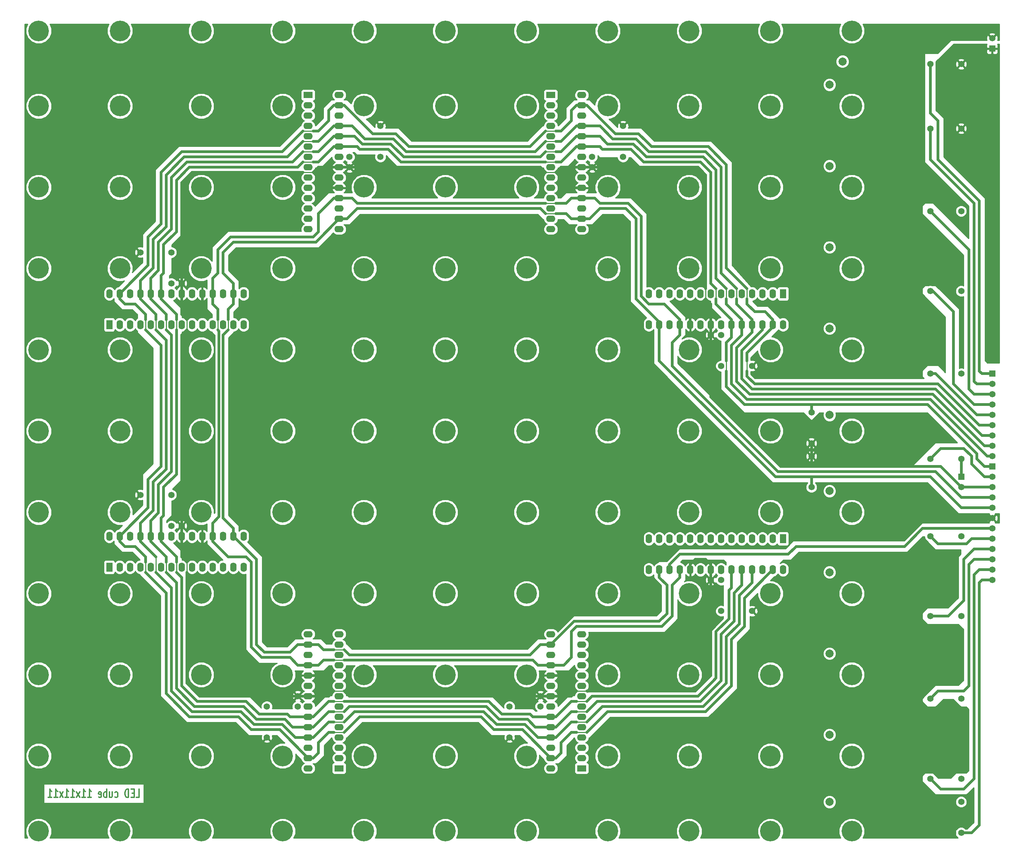
<source format=gbl>
G04 (created by PCBNEW-RS274X (2012-jan-04)-stable) date 2012-05-10T23:23:21 CEST*
G01*
G70*
G90*
%MOIN*%
G04 Gerber Fmt 3.4, Leading zero omitted, Abs format*
%FSLAX34Y34*%
G04 APERTURE LIST*
%ADD10C,0.006000*%
%ADD11C,0.012000*%
%ADD12R,0.062000X0.062000*%
%ADD13C,0.062000*%
%ADD14C,0.200000*%
%ADD15C,0.078700*%
%ADD16O,0.062000X0.090000*%
%ADD17R,0.062000X0.090000*%
%ADD18O,0.090000X0.062000*%
%ADD19R,0.090000X0.062000*%
%ADD20C,0.059100*%
%ADD21C,0.025000*%
%ADD22C,0.010000*%
%ADD23C,0.050000*%
G04 APERTURE END LIST*
G54D10*
G54D11*
X28598Y-86574D02*
X28884Y-86574D01*
X28884Y-85774D01*
X28398Y-86155D02*
X28198Y-86155D01*
X28112Y-86574D02*
X28398Y-86574D01*
X28398Y-85774D01*
X28112Y-85774D01*
X27855Y-86574D02*
X27855Y-85774D01*
X27712Y-85774D01*
X27627Y-85812D01*
X27569Y-85888D01*
X27541Y-85964D01*
X27512Y-86117D01*
X27512Y-86231D01*
X27541Y-86383D01*
X27569Y-86460D01*
X27627Y-86536D01*
X27712Y-86574D01*
X27855Y-86574D01*
X26541Y-86536D02*
X26598Y-86574D01*
X26712Y-86574D01*
X26770Y-86536D01*
X26798Y-86498D01*
X26827Y-86421D01*
X26827Y-86193D01*
X26798Y-86117D01*
X26770Y-86079D01*
X26712Y-86040D01*
X26598Y-86040D01*
X26541Y-86079D01*
X26027Y-86040D02*
X26027Y-86574D01*
X26284Y-86040D02*
X26284Y-86460D01*
X26256Y-86536D01*
X26198Y-86574D01*
X26113Y-86574D01*
X26056Y-86536D01*
X26027Y-86498D01*
X25741Y-86574D02*
X25741Y-85774D01*
X25741Y-86079D02*
X25684Y-86040D01*
X25570Y-86040D01*
X25513Y-86079D01*
X25484Y-86117D01*
X25455Y-86193D01*
X25455Y-86421D01*
X25484Y-86498D01*
X25513Y-86536D01*
X25570Y-86574D01*
X25684Y-86574D01*
X25741Y-86536D01*
X24970Y-86536D02*
X25027Y-86574D01*
X25141Y-86574D01*
X25198Y-86536D01*
X25227Y-86460D01*
X25227Y-86155D01*
X25198Y-86079D01*
X25141Y-86040D01*
X25027Y-86040D01*
X24970Y-86079D01*
X24941Y-86155D01*
X24941Y-86231D01*
X25227Y-86307D01*
X23913Y-86574D02*
X24256Y-86574D01*
X24084Y-86574D02*
X24084Y-85774D01*
X24141Y-85888D01*
X24199Y-85964D01*
X24256Y-86002D01*
X23342Y-86574D02*
X23685Y-86574D01*
X23513Y-86574D02*
X23513Y-85774D01*
X23570Y-85888D01*
X23628Y-85964D01*
X23685Y-86002D01*
X23142Y-86574D02*
X22828Y-86040D01*
X23142Y-86040D02*
X22828Y-86574D01*
X22285Y-86574D02*
X22628Y-86574D01*
X22456Y-86574D02*
X22456Y-85774D01*
X22513Y-85888D01*
X22571Y-85964D01*
X22628Y-86002D01*
X21714Y-86574D02*
X22057Y-86574D01*
X21885Y-86574D02*
X21885Y-85774D01*
X21942Y-85888D01*
X22000Y-85964D01*
X22057Y-86002D01*
X21514Y-86574D02*
X21200Y-86040D01*
X21514Y-86040D02*
X21200Y-86574D01*
X20657Y-86574D02*
X21000Y-86574D01*
X20828Y-86574D02*
X20828Y-85774D01*
X20885Y-85888D01*
X20943Y-85964D01*
X21000Y-86002D01*
X20086Y-86574D02*
X20429Y-86574D01*
X20257Y-86574D02*
X20257Y-85774D01*
X20314Y-85888D01*
X20372Y-85964D01*
X20429Y-86002D01*
G54D12*
X111500Y-45500D03*
G54D13*
X111500Y-46500D03*
X111500Y-47500D03*
X111500Y-48500D03*
X111500Y-49500D03*
X111500Y-50500D03*
X111500Y-51500D03*
X111500Y-52500D03*
X111500Y-53500D03*
G54D12*
X111500Y-14000D03*
G54D13*
X111500Y-13000D03*
G54D12*
X111500Y-54500D03*
G54D13*
X111500Y-55500D03*
X111500Y-56500D03*
X111500Y-57500D03*
X111500Y-58500D03*
X111500Y-59500D03*
X111500Y-60500D03*
X111500Y-61500D03*
X111500Y-62500D03*
X111500Y-63500D03*
X111500Y-64500D03*
X111500Y-65500D03*
X108500Y-45500D03*
X105500Y-45500D03*
X108500Y-53750D03*
X105500Y-53750D03*
X108500Y-29750D03*
X105500Y-29750D03*
X108500Y-37500D03*
X105500Y-37500D03*
X108500Y-15500D03*
X105500Y-15500D03*
X108500Y-61250D03*
X105500Y-61250D03*
X108500Y-69000D03*
X105500Y-69000D03*
X108500Y-77000D03*
X105500Y-77000D03*
X108500Y-84750D03*
X105500Y-84750D03*
X108500Y-87000D03*
X108500Y-90000D03*
X108500Y-21750D03*
X105500Y-21750D03*
X88250Y-44750D03*
X85250Y-44750D03*
X75750Y-21500D03*
X75750Y-24500D03*
X52250Y-21500D03*
X52250Y-24500D03*
X29000Y-33750D03*
X32000Y-33750D03*
X29000Y-57250D03*
X32000Y-57250D03*
X41250Y-80750D03*
X41250Y-77750D03*
X64750Y-80750D03*
X64750Y-77750D03*
X88250Y-68500D03*
X85250Y-68500D03*
X94000Y-53500D03*
X94000Y-56500D03*
X94000Y-49250D03*
X94000Y-52250D03*
X84250Y-41750D03*
X85250Y-41750D03*
X84250Y-65500D03*
X85250Y-65500D03*
X67750Y-76750D03*
X67750Y-77750D03*
X44250Y-76750D03*
X44250Y-77750D03*
X33000Y-60250D03*
X32000Y-60250D03*
X33000Y-36750D03*
X32000Y-36750D03*
X49250Y-25500D03*
X49250Y-24500D03*
X72750Y-25500D03*
X72750Y-24500D03*
G54D14*
X58531Y-12277D03*
X19161Y-12277D03*
X27035Y-12277D03*
X34909Y-12277D03*
X42783Y-12277D03*
X50657Y-12277D03*
X66405Y-12277D03*
X74279Y-12277D03*
X82153Y-12277D03*
X90027Y-12277D03*
X97901Y-12277D03*
X58531Y-19560D03*
X19161Y-19560D03*
X27035Y-19560D03*
X34909Y-19560D03*
X42783Y-19560D03*
X50657Y-19560D03*
X66405Y-19560D03*
X74279Y-19560D03*
X82153Y-19560D03*
X90027Y-19560D03*
X97901Y-19560D03*
X58531Y-27434D03*
X19161Y-27434D03*
X27035Y-27434D03*
X34909Y-27434D03*
X42783Y-27434D03*
X50657Y-27434D03*
X66405Y-27434D03*
X74279Y-27434D03*
X82153Y-27434D03*
X90027Y-27434D03*
X97901Y-27434D03*
X58531Y-35308D03*
X19161Y-35308D03*
X27035Y-35308D03*
X34909Y-35308D03*
X42783Y-35308D03*
X50657Y-35308D03*
X66405Y-35308D03*
X74279Y-35308D03*
X82153Y-35308D03*
X90027Y-35308D03*
X97901Y-35308D03*
X58531Y-43182D03*
X19161Y-43182D03*
X27035Y-43182D03*
X34909Y-43182D03*
X42783Y-43182D03*
X50657Y-43182D03*
X66405Y-43182D03*
X74279Y-43182D03*
X82153Y-43182D03*
X90027Y-43182D03*
X97901Y-43182D03*
X58531Y-51056D03*
X19161Y-51056D03*
X27035Y-51056D03*
X34909Y-51056D03*
X42783Y-51056D03*
X50657Y-51056D03*
X66405Y-51056D03*
X74279Y-51056D03*
X82153Y-51056D03*
X90027Y-51056D03*
X97901Y-51056D03*
X58531Y-58930D03*
X19161Y-58930D03*
X27035Y-58930D03*
X34909Y-58930D03*
X42783Y-58930D03*
X50657Y-58930D03*
X66405Y-58930D03*
X74279Y-58930D03*
X82153Y-58930D03*
X90027Y-58930D03*
X97901Y-58930D03*
X58531Y-66804D03*
X19161Y-66804D03*
X27035Y-66804D03*
X34909Y-66804D03*
X42783Y-66804D03*
X50657Y-66804D03*
X66405Y-66804D03*
X74279Y-66804D03*
X82153Y-66804D03*
X90027Y-66804D03*
X97901Y-66804D03*
X58531Y-74678D03*
X19161Y-74678D03*
X27035Y-74678D03*
X34909Y-74678D03*
X42783Y-74678D03*
X50657Y-74678D03*
X66405Y-74678D03*
X74279Y-74678D03*
X82153Y-74678D03*
X90027Y-74678D03*
X97901Y-74678D03*
X58531Y-82552D03*
X19161Y-82552D03*
X27035Y-82552D03*
X34909Y-82552D03*
X42783Y-82552D03*
X50657Y-82552D03*
X66405Y-82552D03*
X74279Y-82552D03*
X82153Y-82552D03*
X90027Y-82552D03*
X97901Y-82552D03*
X58531Y-89836D03*
X19161Y-89836D03*
X27035Y-89836D03*
X34909Y-89836D03*
X42783Y-89836D03*
X50657Y-89836D03*
X66405Y-89836D03*
X74279Y-89836D03*
X82153Y-89836D03*
X90027Y-89836D03*
X97901Y-89836D03*
G54D15*
X95750Y-49500D03*
X97000Y-15250D03*
X95750Y-17504D03*
X95750Y-25378D03*
X95750Y-33252D03*
X95750Y-41126D03*
X95750Y-56874D03*
X95750Y-64748D03*
X95750Y-72622D03*
X95750Y-80496D03*
X95750Y-87000D03*
G54D16*
X90250Y-37750D03*
X89250Y-37750D03*
X88250Y-37750D03*
X87250Y-37750D03*
X86250Y-37750D03*
X85250Y-37750D03*
X84250Y-37750D03*
X83250Y-37750D03*
X82250Y-37750D03*
X81250Y-37750D03*
X80250Y-37750D03*
X79250Y-37750D03*
X78250Y-37750D03*
G54D17*
X91250Y-37750D03*
G54D16*
X78250Y-40750D03*
X79250Y-40750D03*
X80250Y-40750D03*
X81250Y-40750D03*
X82250Y-40750D03*
X83250Y-40750D03*
X84250Y-40750D03*
X85250Y-40750D03*
X86250Y-40750D03*
X87250Y-40750D03*
X88250Y-40750D03*
X89250Y-40750D03*
X90250Y-40750D03*
X91250Y-40750D03*
G54D18*
X68750Y-19500D03*
X68750Y-20500D03*
X68750Y-21500D03*
X68750Y-22500D03*
X68750Y-23500D03*
X68750Y-24500D03*
X68750Y-25500D03*
X68750Y-26500D03*
X68750Y-27500D03*
X68750Y-28500D03*
X68750Y-29500D03*
X68750Y-30500D03*
X68750Y-31500D03*
G54D19*
X68750Y-18500D03*
G54D18*
X71750Y-31500D03*
X71750Y-30500D03*
X71750Y-29500D03*
X71750Y-28500D03*
X71750Y-27500D03*
X71750Y-26500D03*
X71750Y-25500D03*
X71750Y-24500D03*
X71750Y-23500D03*
X71750Y-22500D03*
X71750Y-21500D03*
X71750Y-20500D03*
X71750Y-19500D03*
X71750Y-18500D03*
X45250Y-19500D03*
X45250Y-20500D03*
X45250Y-21500D03*
X45250Y-22500D03*
X45250Y-23500D03*
X45250Y-24500D03*
X45250Y-25500D03*
X45250Y-26500D03*
X45250Y-27500D03*
X45250Y-28500D03*
X45250Y-29500D03*
X45250Y-30500D03*
X45250Y-31500D03*
G54D19*
X45250Y-18500D03*
G54D18*
X48250Y-31500D03*
X48250Y-30500D03*
X48250Y-29500D03*
X48250Y-28500D03*
X48250Y-27500D03*
X48250Y-26500D03*
X48250Y-25500D03*
X48250Y-24500D03*
X48250Y-23500D03*
X48250Y-22500D03*
X48250Y-21500D03*
X48250Y-20500D03*
X48250Y-19500D03*
X48250Y-18500D03*
G54D16*
X27000Y-40750D03*
X28000Y-40750D03*
X29000Y-40750D03*
X30000Y-40750D03*
X31000Y-40750D03*
X32000Y-40750D03*
X33000Y-40750D03*
X34000Y-40750D03*
X35000Y-40750D03*
X36000Y-40750D03*
X37000Y-40750D03*
X38000Y-40750D03*
X39000Y-40750D03*
G54D17*
X26000Y-40750D03*
G54D16*
X39000Y-37750D03*
X38000Y-37750D03*
X37000Y-37750D03*
X36000Y-37750D03*
X35000Y-37750D03*
X34000Y-37750D03*
X33000Y-37750D03*
X32000Y-37750D03*
X31000Y-37750D03*
X30000Y-37750D03*
X29000Y-37750D03*
X28000Y-37750D03*
X27000Y-37750D03*
X26000Y-37750D03*
X27000Y-64250D03*
X28000Y-64250D03*
X29000Y-64250D03*
X30000Y-64250D03*
X31000Y-64250D03*
X32000Y-64250D03*
X33000Y-64250D03*
X34000Y-64250D03*
X35000Y-64250D03*
X36000Y-64250D03*
X37000Y-64250D03*
X38000Y-64250D03*
X39000Y-64250D03*
G54D17*
X26000Y-64250D03*
G54D16*
X39000Y-61250D03*
X38000Y-61250D03*
X37000Y-61250D03*
X36000Y-61250D03*
X35000Y-61250D03*
X34000Y-61250D03*
X33000Y-61250D03*
X32000Y-61250D03*
X31000Y-61250D03*
X30000Y-61250D03*
X29000Y-61250D03*
X28000Y-61250D03*
X27000Y-61250D03*
X26000Y-61250D03*
G54D18*
X48250Y-82750D03*
X48250Y-81750D03*
X48250Y-80750D03*
X48250Y-79750D03*
X48250Y-78750D03*
X48250Y-77750D03*
X48250Y-76750D03*
X48250Y-75750D03*
X48250Y-74750D03*
X48250Y-73750D03*
X48250Y-72750D03*
X48250Y-71750D03*
X48250Y-70750D03*
G54D19*
X48250Y-83750D03*
G54D18*
X45250Y-70750D03*
X45250Y-71750D03*
X45250Y-72750D03*
X45250Y-73750D03*
X45250Y-74750D03*
X45250Y-75750D03*
X45250Y-76750D03*
X45250Y-77750D03*
X45250Y-78750D03*
X45250Y-79750D03*
X45250Y-80750D03*
X45250Y-81750D03*
X45250Y-82750D03*
X45250Y-83750D03*
X71750Y-82750D03*
X71750Y-81750D03*
X71750Y-80750D03*
X71750Y-79750D03*
X71750Y-78750D03*
X71750Y-77750D03*
X71750Y-76750D03*
X71750Y-75750D03*
X71750Y-74750D03*
X71750Y-73750D03*
X71750Y-72750D03*
X71750Y-71750D03*
X71750Y-70750D03*
G54D19*
X71750Y-83750D03*
G54D18*
X68750Y-70750D03*
X68750Y-71750D03*
X68750Y-72750D03*
X68750Y-73750D03*
X68750Y-74750D03*
X68750Y-75750D03*
X68750Y-76750D03*
X68750Y-77750D03*
X68750Y-78750D03*
X68750Y-79750D03*
X68750Y-80750D03*
X68750Y-81750D03*
X68750Y-82750D03*
X68750Y-83750D03*
G54D16*
X90250Y-61500D03*
X89250Y-61500D03*
X88250Y-61500D03*
X87250Y-61500D03*
X86250Y-61500D03*
X85250Y-61500D03*
X84250Y-61500D03*
X83250Y-61500D03*
X82250Y-61500D03*
X81250Y-61500D03*
X80250Y-61500D03*
X79250Y-61500D03*
X78250Y-61500D03*
G54D17*
X91250Y-61500D03*
G54D16*
X78250Y-64500D03*
X79250Y-64500D03*
X80250Y-64500D03*
X81250Y-64500D03*
X82250Y-64500D03*
X83250Y-64500D03*
X84250Y-64500D03*
X85250Y-64500D03*
X86250Y-64500D03*
X87250Y-64500D03*
X88250Y-64500D03*
X89250Y-64500D03*
X90250Y-64500D03*
X91250Y-64500D03*
G54D12*
X108500Y-55500D03*
G54D13*
X108500Y-56500D03*
G54D20*
X98000Y-61250D03*
X99250Y-61250D03*
X98000Y-63250D03*
X99250Y-63250D03*
G54D21*
X108500Y-53750D02*
X108500Y-55500D01*
X86000Y-69250D02*
X84750Y-70500D01*
X32500Y-64750D02*
X33000Y-65250D01*
X50000Y-23500D02*
X50250Y-23750D01*
X109500Y-52750D02*
X110000Y-53250D01*
X77750Y-25000D02*
X83250Y-25000D01*
X66750Y-78500D02*
X67000Y-78750D01*
X84750Y-75000D02*
X84500Y-75250D01*
X48250Y-23500D02*
X50000Y-23500D01*
X85750Y-45750D02*
X85750Y-45250D01*
X33000Y-65250D02*
X33000Y-75750D01*
X84500Y-75250D02*
X84622Y-75128D01*
X85750Y-46750D02*
X87500Y-48500D01*
X73750Y-23750D02*
X76500Y-23750D01*
X67000Y-78750D02*
X68750Y-78750D01*
X84750Y-38750D02*
X84750Y-38250D01*
X59750Y-77250D02*
X62500Y-77250D01*
X96500Y-48500D02*
X105250Y-48500D01*
X31000Y-61250D02*
X31000Y-61750D01*
X31000Y-59500D02*
X31000Y-61250D01*
X46250Y-25000D02*
X47750Y-23500D01*
X84500Y-75250D02*
X83000Y-76750D01*
X33750Y-25500D02*
X44250Y-25500D01*
X31000Y-61750D02*
X32500Y-63250D01*
X64000Y-78500D02*
X66750Y-78500D01*
G54D22*
X44750Y-25000D02*
X45750Y-25000D01*
G54D21*
X62500Y-77250D02*
X62750Y-77250D01*
X45250Y-78750D02*
X45750Y-78750D01*
X31250Y-35750D02*
X31250Y-33000D01*
X68750Y-78750D02*
X69250Y-78750D01*
X54250Y-25000D02*
X68250Y-25000D01*
G54D22*
X32500Y-63750D02*
X32500Y-64750D01*
G54D21*
X33000Y-75750D02*
X34500Y-77250D01*
X31000Y-37750D02*
X31000Y-38250D01*
X86250Y-40750D02*
X86250Y-40250D01*
X87500Y-48500D02*
X93750Y-48500D01*
X47750Y-23500D02*
X48250Y-23500D01*
X70750Y-77250D02*
X71250Y-77250D01*
X72750Y-76750D02*
X83000Y-76750D01*
X86250Y-64500D02*
X86250Y-66250D01*
X32500Y-55250D02*
X31250Y-56500D01*
X110750Y-54500D02*
X111500Y-54500D01*
X31000Y-37750D02*
X31000Y-36000D01*
X62750Y-77250D02*
X64000Y-78500D01*
X69750Y-25000D02*
X71250Y-23500D01*
X85750Y-42750D02*
X85750Y-42500D01*
X47250Y-77250D02*
X47750Y-77250D01*
X32500Y-63250D02*
X32500Y-63750D01*
X43500Y-78750D02*
X45750Y-78750D01*
X94000Y-49250D02*
X94000Y-48500D01*
X85750Y-42750D02*
X85750Y-44250D01*
X31250Y-56500D02*
X31250Y-59250D01*
X66750Y-78500D02*
X67000Y-78750D01*
X84750Y-70500D02*
X84750Y-75000D01*
X47250Y-77250D02*
X47750Y-77250D01*
X69250Y-78750D02*
X70750Y-77250D01*
X32500Y-31750D02*
X32500Y-26750D01*
X34500Y-77250D02*
X39250Y-77250D01*
X73500Y-23500D02*
X73750Y-23750D01*
X45750Y-78750D02*
X47250Y-77250D01*
X31250Y-59250D02*
X31000Y-59500D01*
G54D22*
X71250Y-77250D02*
X72250Y-77250D01*
G54D21*
X71250Y-23500D02*
X71750Y-23500D01*
X64000Y-78500D02*
X66750Y-78500D01*
X85750Y-45750D02*
X85750Y-46750D01*
X32500Y-41250D02*
X32500Y-55250D01*
X31000Y-38250D02*
X32500Y-39750D01*
X44250Y-25500D02*
X44750Y-25000D01*
X77250Y-24500D02*
X77750Y-25000D01*
X67000Y-78750D02*
X68750Y-78750D01*
X86000Y-69250D02*
X86000Y-66500D01*
X110000Y-53750D02*
X110750Y-54500D01*
X94000Y-48500D02*
X93750Y-48500D01*
X62750Y-77250D02*
X64000Y-78500D01*
G54D22*
X85750Y-44250D02*
X85750Y-45250D01*
G54D21*
X53000Y-23750D02*
X54250Y-25000D01*
X45750Y-25000D02*
X46250Y-25000D01*
X48750Y-77250D02*
X62750Y-77250D01*
X48750Y-77250D02*
X59750Y-77250D01*
X93750Y-48500D02*
X96500Y-48500D01*
X40500Y-78500D02*
X43250Y-78500D01*
X50250Y-23750D02*
X53000Y-23750D01*
G54D22*
X68250Y-25000D02*
X69250Y-25000D01*
G54D21*
X77250Y-24500D02*
X76500Y-23750D01*
G54D22*
X47750Y-77250D02*
X48750Y-77250D01*
G54D21*
X105250Y-48500D02*
X109500Y-52750D01*
X32500Y-39750D02*
X32500Y-40250D01*
X84250Y-36750D02*
X84750Y-37250D01*
X31250Y-33000D02*
X32500Y-31750D01*
X72250Y-77250D02*
X72750Y-76750D01*
X84250Y-26000D02*
X84250Y-36750D01*
X86000Y-66500D02*
X86250Y-66250D01*
X39250Y-77250D02*
X40500Y-78500D01*
X45750Y-78750D02*
X47250Y-77250D01*
X86250Y-40250D02*
X84750Y-38750D01*
G54D22*
X32500Y-40250D02*
X32500Y-41250D01*
G54D21*
X86250Y-40750D02*
X86250Y-42000D01*
X110000Y-53250D02*
X110000Y-53750D01*
X85750Y-42500D02*
X86250Y-42000D01*
G54D22*
X47750Y-77250D02*
X48750Y-77250D01*
G54D21*
X83250Y-25000D02*
X84250Y-26000D01*
X69250Y-25000D02*
X69750Y-25000D01*
X73500Y-23500D02*
X71750Y-23500D01*
X43250Y-78500D02*
X43500Y-78750D01*
X31000Y-36000D02*
X31250Y-35750D01*
G54D22*
X84750Y-38250D02*
X84750Y-37250D01*
G54D21*
X32500Y-26750D02*
X33750Y-25500D01*
X80500Y-69000D02*
X80500Y-66000D01*
X71750Y-28500D02*
X70750Y-28500D01*
X36000Y-36250D02*
X36000Y-38750D01*
X46250Y-73750D02*
X46750Y-73250D01*
X80500Y-42500D02*
X80500Y-44750D01*
X39750Y-72000D02*
X40750Y-73000D01*
X108500Y-57500D02*
X111500Y-57500D01*
X81250Y-41750D02*
X80500Y-42500D01*
X46250Y-31750D02*
X45750Y-32250D01*
X36000Y-38750D02*
X36500Y-39250D01*
X68250Y-29000D02*
X50000Y-29000D01*
X40750Y-73000D02*
X43500Y-73000D01*
X39250Y-63250D02*
X39750Y-63750D01*
X70750Y-28500D02*
X70250Y-29000D01*
X106000Y-55000D02*
X108500Y-57500D01*
X37750Y-32250D02*
X36500Y-33500D01*
X67500Y-73750D02*
X67000Y-73250D01*
X50000Y-29000D02*
X49500Y-28500D01*
X79500Y-70000D02*
X80500Y-69000D01*
X90750Y-55000D02*
X96500Y-55000D01*
X70750Y-73000D02*
X70000Y-73750D01*
X36000Y-61250D02*
X36000Y-60000D01*
X36000Y-60000D02*
X36000Y-61750D01*
X73000Y-28500D02*
X71750Y-28500D01*
X36628Y-41378D02*
X36628Y-59372D01*
X48750Y-73250D02*
X66750Y-73250D01*
X70750Y-70500D02*
X70750Y-73000D01*
G54D22*
X69250Y-29000D02*
X68250Y-29000D01*
G54D21*
X76250Y-29000D02*
X73500Y-29000D01*
X67000Y-73250D02*
X48750Y-73250D01*
X44250Y-73750D02*
X46250Y-73750D01*
X36000Y-38750D02*
X36000Y-37750D01*
X77500Y-38000D02*
X77500Y-30250D01*
X79750Y-38750D02*
X78250Y-38750D01*
X36500Y-39250D02*
X36000Y-38750D01*
X81250Y-40750D02*
X81250Y-40250D01*
X67000Y-73250D02*
X67500Y-73750D01*
X36500Y-40250D02*
X36500Y-39250D01*
X81250Y-65250D02*
X80500Y-66000D01*
X46250Y-73750D02*
X45250Y-73750D01*
X48250Y-28500D02*
X47750Y-28500D01*
X70000Y-73750D02*
X68750Y-73750D01*
X70250Y-29000D02*
X69250Y-29000D01*
X71250Y-70000D02*
X70750Y-70500D01*
X79500Y-70000D02*
X71250Y-70000D01*
X36500Y-39250D02*
X36500Y-40250D01*
X81250Y-40750D02*
X81250Y-41750D01*
X36500Y-62250D02*
X37500Y-63250D01*
X96500Y-55000D02*
X106000Y-55000D01*
X39750Y-63750D02*
X39750Y-72000D01*
X77500Y-30250D02*
X76250Y-29000D01*
X70750Y-73000D02*
X70750Y-70500D01*
X46750Y-73250D02*
X46250Y-73750D01*
X80500Y-44750D02*
X90750Y-55000D01*
X36500Y-33500D02*
X36500Y-35750D01*
G54D22*
X36500Y-41250D02*
X36500Y-40250D01*
G54D21*
X36628Y-41378D02*
X36500Y-41250D01*
X49500Y-28500D02*
X48250Y-28500D01*
X47750Y-73250D02*
X46750Y-73250D01*
X66750Y-73250D02*
X67000Y-73250D01*
X80500Y-66000D02*
X81250Y-65250D01*
X81250Y-40250D02*
X79750Y-38750D01*
X36000Y-60000D02*
X36628Y-59372D01*
X81250Y-64500D02*
X81250Y-65250D01*
X68750Y-73750D02*
X67500Y-73750D01*
X67500Y-73750D02*
X70000Y-73750D01*
X73500Y-29000D02*
X73000Y-28500D01*
X78250Y-38750D02*
X77500Y-38000D01*
X47750Y-28500D02*
X46250Y-30000D01*
X36500Y-41250D02*
X36628Y-41378D01*
X37500Y-63250D02*
X39250Y-63250D01*
X70750Y-70500D02*
X71250Y-70000D01*
X80500Y-69000D02*
X79500Y-70000D01*
X36000Y-61750D02*
X36500Y-62250D01*
X43500Y-73000D02*
X44250Y-73750D01*
X71250Y-70000D02*
X79500Y-70000D01*
G54D22*
X48750Y-73250D02*
X47750Y-73250D01*
G54D21*
X80500Y-66000D02*
X80500Y-69000D01*
X36628Y-59372D02*
X36628Y-41378D01*
X46750Y-73250D02*
X47750Y-73250D01*
X36500Y-35750D02*
X36000Y-36250D01*
X36628Y-59372D02*
X36000Y-60000D01*
X70000Y-73750D02*
X70750Y-73000D01*
G54D22*
X47750Y-73250D02*
X48750Y-73250D01*
G54D21*
X45750Y-32250D02*
X37750Y-32250D01*
G54D22*
X36500Y-40250D02*
X36500Y-41250D01*
G54D21*
X46250Y-30000D02*
X46250Y-31750D01*
X48250Y-19500D02*
X48750Y-19500D01*
X78000Y-23000D02*
X78500Y-23500D01*
X31000Y-26000D02*
X31000Y-31000D01*
X46250Y-22000D02*
X45750Y-22000D01*
X76500Y-22250D02*
X77250Y-22250D01*
X42750Y-24000D02*
X33000Y-24000D01*
X86250Y-71250D02*
X87500Y-70000D01*
X48750Y-80250D02*
X50250Y-78750D01*
X90250Y-41000D02*
X87750Y-43500D01*
G54D22*
X71250Y-80250D02*
X72250Y-80250D01*
G54D21*
X87750Y-43500D02*
X87750Y-44250D01*
X74250Y-78250D02*
X83750Y-78250D01*
X71750Y-19500D02*
X71250Y-19500D01*
X68750Y-82750D02*
X69250Y-82750D01*
X48750Y-19500D02*
X51500Y-22250D01*
X27500Y-62250D02*
X28500Y-62250D01*
X27000Y-61250D02*
X27000Y-61750D01*
X47250Y-21000D02*
X46250Y-22000D01*
X70750Y-80250D02*
X71250Y-80250D01*
X48250Y-19500D02*
X47750Y-19500D01*
X31000Y-42750D02*
X31000Y-54500D01*
X45750Y-82750D02*
X46250Y-82250D01*
X66750Y-23500D02*
X55000Y-23500D01*
X87750Y-38750D02*
X88500Y-39500D01*
X28500Y-38750D02*
X29500Y-39750D01*
X69750Y-22000D02*
X69250Y-22000D01*
X50250Y-78750D02*
X62000Y-78750D01*
X31000Y-54500D02*
X29750Y-55750D01*
X29750Y-32250D02*
X29750Y-35000D01*
X27000Y-61750D02*
X27500Y-62250D01*
X110250Y-50500D02*
X111500Y-50500D01*
G54D22*
X47750Y-80250D02*
X48750Y-80250D01*
G54D21*
X66000Y-80000D02*
X68750Y-82750D01*
X96500Y-46500D02*
X106250Y-46500D01*
X72250Y-80250D02*
X74250Y-78250D01*
X42500Y-80000D02*
X45250Y-82750D01*
X84000Y-23500D02*
X85750Y-25250D01*
G54D22*
X87750Y-37250D02*
X87750Y-38250D01*
G54D21*
X85750Y-25250D02*
X85750Y-35250D01*
X29500Y-63250D02*
X29500Y-63750D01*
X47250Y-80250D02*
X47750Y-80250D01*
X46250Y-81250D02*
X47250Y-80250D01*
X106250Y-46500D02*
X110250Y-50500D01*
X88500Y-46500D02*
X96500Y-46500D01*
G54D22*
X29500Y-63750D02*
X29500Y-64750D01*
G54D21*
X45250Y-82750D02*
X45750Y-82750D01*
X90250Y-40750D02*
X90250Y-41000D01*
X90250Y-40250D02*
X90250Y-40750D01*
X28500Y-62250D02*
X29500Y-63250D01*
X29750Y-35000D02*
X27000Y-37750D01*
X29500Y-41250D02*
X31000Y-42750D01*
X53750Y-22250D02*
X51500Y-22250D01*
X72250Y-19500D02*
X75000Y-22250D01*
X68250Y-22000D02*
X66750Y-23500D01*
X29750Y-58500D02*
X27000Y-61250D01*
X88500Y-39500D02*
X89500Y-39500D01*
X69750Y-82250D02*
X69750Y-81250D01*
X27000Y-37750D02*
X27000Y-38250D01*
X29500Y-39750D02*
X29500Y-40250D01*
X27500Y-38750D02*
X28500Y-38750D01*
X48750Y-19500D02*
X48250Y-19500D01*
X63250Y-80000D02*
X66000Y-80000D01*
X71750Y-19500D02*
X72250Y-19500D01*
X33000Y-24000D02*
X31000Y-26000D01*
X87750Y-45250D02*
X87750Y-45750D01*
X38500Y-78750D02*
X39750Y-80000D01*
X69750Y-81250D02*
X70750Y-80250D01*
X87500Y-70000D02*
X87500Y-67250D01*
X31500Y-76500D02*
X33750Y-78750D01*
X47250Y-20000D02*
X47250Y-21000D01*
X62000Y-78750D02*
X63250Y-80000D01*
X69250Y-82750D02*
X69750Y-82250D01*
X85750Y-35250D02*
X87750Y-37250D01*
X70750Y-21000D02*
X69750Y-22000D01*
X86250Y-75750D02*
X86250Y-71250D01*
X87750Y-45750D02*
X88500Y-46500D01*
X75000Y-22250D02*
X76500Y-22250D01*
G54D22*
X45750Y-22000D02*
X44750Y-22000D01*
G54D21*
X46250Y-82250D02*
X46250Y-81250D01*
X47750Y-19500D02*
X47250Y-20000D01*
G54D22*
X87750Y-44250D02*
X87750Y-45250D01*
G54D21*
X89500Y-39500D02*
X90250Y-40250D01*
X31500Y-66750D02*
X31500Y-76500D01*
X44750Y-22000D02*
X42750Y-24000D01*
X87750Y-38250D02*
X87750Y-38750D01*
X27000Y-38250D02*
X27500Y-38750D01*
G54D22*
X29500Y-40250D02*
X29500Y-41250D01*
G54D21*
X29500Y-64750D02*
X31500Y-66750D01*
G54D22*
X69250Y-22000D02*
X68250Y-22000D01*
G54D21*
X83750Y-78250D02*
X86250Y-75750D01*
X71250Y-19500D02*
X70750Y-20000D01*
X39750Y-80000D02*
X42500Y-80000D01*
X51500Y-22250D02*
X48750Y-19500D01*
X33750Y-78750D02*
X38500Y-78750D01*
X29750Y-55750D02*
X29750Y-58500D01*
X31000Y-31000D02*
X29750Y-32250D01*
X87500Y-67250D02*
X90250Y-64500D01*
X70750Y-20000D02*
X70750Y-21000D01*
X77250Y-22250D02*
X78000Y-23000D01*
X78500Y-23500D02*
X84000Y-23500D01*
X55000Y-23500D02*
X53750Y-22250D01*
X49750Y-78250D02*
X48750Y-79250D01*
X74750Y-22750D02*
X76500Y-22750D01*
X70750Y-79250D02*
X71250Y-79250D01*
X67500Y-80750D02*
X66250Y-79500D01*
X32000Y-66250D02*
X32000Y-76250D01*
X47750Y-79250D02*
X47250Y-79250D01*
X86750Y-45750D02*
X86750Y-46250D01*
X29000Y-61750D02*
X30500Y-63250D01*
X45750Y-80750D02*
X47250Y-79250D01*
G54D22*
X71250Y-79250D02*
X72250Y-79250D01*
G54D21*
X68750Y-80750D02*
X67500Y-80750D01*
X43250Y-24500D02*
X44750Y-23000D01*
X85750Y-75500D02*
X85750Y-71000D01*
X71250Y-21500D02*
X71750Y-21500D01*
X54750Y-24000D02*
X67250Y-24000D01*
X67250Y-24000D02*
X68250Y-23000D01*
G54D22*
X48750Y-79250D02*
X47750Y-79250D01*
G54D21*
X88250Y-41500D02*
X86750Y-43000D01*
X85750Y-71000D02*
X87000Y-69750D01*
X45750Y-80750D02*
X45250Y-80750D01*
X73500Y-21500D02*
X71750Y-21500D01*
X83750Y-24000D02*
X85250Y-25500D01*
X66250Y-79500D02*
X63500Y-79500D01*
X96500Y-47500D02*
X105750Y-47500D01*
X30500Y-41250D02*
X31500Y-42250D01*
X62250Y-78250D02*
X63500Y-79500D01*
X44000Y-80750D02*
X45750Y-80750D01*
X73500Y-21500D02*
X74750Y-22750D01*
X105750Y-47500D02*
X110500Y-52250D01*
X88250Y-40750D02*
X88250Y-41500D01*
X33250Y-24500D02*
X43250Y-24500D01*
X34000Y-78250D02*
X32000Y-76250D01*
X45250Y-80750D02*
X44000Y-80750D01*
G54D22*
X86750Y-38250D02*
X86750Y-37250D01*
G54D21*
X88250Y-65750D02*
X88250Y-64500D01*
X48750Y-79250D02*
X49750Y-78250D01*
X73750Y-77750D02*
X83500Y-77750D01*
X31500Y-54750D02*
X30250Y-56000D01*
G54D22*
X30500Y-63750D02*
X30500Y-64750D01*
X30500Y-63250D02*
X30500Y-63750D01*
G54D21*
X31500Y-42250D02*
X31500Y-54750D01*
G54D22*
X44750Y-23000D02*
X45750Y-23000D01*
G54D21*
X30250Y-56000D02*
X30250Y-58750D01*
X32000Y-76250D02*
X32000Y-66250D01*
X69750Y-23000D02*
X71250Y-21500D01*
X47250Y-79250D02*
X45750Y-80750D01*
X62250Y-78250D02*
X49750Y-78250D01*
X29000Y-36500D02*
X30250Y-35250D01*
X32000Y-66250D02*
X30500Y-64750D01*
X30250Y-32500D02*
X31500Y-31250D01*
X88250Y-40250D02*
X86750Y-38750D01*
X30250Y-35250D02*
X30250Y-32500D01*
X47250Y-79250D02*
X47750Y-79250D01*
X63500Y-79500D02*
X62250Y-78250D01*
X31500Y-31250D02*
X31500Y-26250D01*
X77750Y-23500D02*
X77000Y-22750D01*
G54D22*
X68250Y-23000D02*
X69250Y-23000D01*
G54D21*
X53500Y-22750D02*
X54750Y-24000D01*
X50750Y-22750D02*
X53500Y-22750D01*
X85250Y-35750D02*
X86750Y-37250D01*
X42750Y-79500D02*
X44000Y-80750D01*
X86750Y-46250D02*
X88000Y-47500D01*
X29000Y-60000D02*
X29000Y-61750D01*
X30500Y-39750D02*
X30500Y-40250D01*
X78250Y-24000D02*
X83750Y-24000D01*
X77000Y-22750D02*
X76500Y-22750D01*
X110750Y-52500D02*
X111500Y-52500D01*
X30500Y-64750D02*
X32000Y-66250D01*
X85250Y-25500D02*
X85250Y-35750D01*
X40000Y-79500D02*
X38750Y-78250D01*
X86750Y-38750D02*
X86750Y-38250D01*
X30250Y-58750D02*
X29000Y-60000D01*
X38750Y-78250D02*
X34000Y-78250D01*
X48250Y-21500D02*
X49500Y-21500D01*
X49500Y-21500D02*
X50750Y-22750D01*
X67500Y-80750D02*
X69250Y-80750D01*
G54D22*
X30500Y-40250D02*
X30500Y-41250D01*
G54D21*
X47750Y-21500D02*
X48250Y-21500D01*
X40000Y-79500D02*
X42750Y-79500D01*
X29000Y-37750D02*
X29000Y-36500D01*
X110500Y-52250D02*
X110750Y-52500D01*
X69250Y-23000D02*
X69750Y-23000D01*
X87000Y-67000D02*
X88250Y-65750D01*
X69250Y-80750D02*
X70750Y-79250D01*
X32000Y-76250D02*
X34000Y-78250D01*
X49750Y-78250D02*
X62250Y-78250D01*
X87000Y-69750D02*
X87000Y-67000D01*
X44000Y-80750D02*
X42750Y-79500D01*
X46250Y-23000D02*
X47750Y-21500D01*
X86750Y-43000D02*
X86750Y-45750D01*
X72250Y-79250D02*
X73750Y-77750D01*
X34000Y-78250D02*
X38750Y-78250D01*
X42750Y-79500D02*
X40000Y-79500D01*
X66250Y-79500D02*
X67500Y-80750D01*
X30500Y-63250D02*
X29000Y-61750D01*
X29000Y-37750D02*
X29000Y-38250D01*
X77750Y-23500D02*
X78250Y-24000D01*
X38750Y-78250D02*
X40000Y-79500D01*
G54D22*
X47750Y-79250D02*
X48750Y-79250D01*
G54D21*
X31500Y-26250D02*
X33250Y-24500D01*
X29000Y-38250D02*
X30500Y-39750D01*
X45750Y-23000D02*
X46250Y-23000D01*
X63500Y-79500D02*
X66250Y-79500D01*
X29000Y-61750D02*
X29000Y-61250D01*
X88250Y-40750D02*
X88250Y-40250D01*
X83500Y-77750D02*
X85750Y-75500D01*
X88000Y-47500D02*
X96500Y-47500D01*
G54D22*
X30500Y-64750D02*
X30500Y-63250D01*
G54D21*
X110250Y-45250D02*
X110500Y-45500D01*
X106250Y-21000D02*
X106250Y-24750D01*
X110250Y-28750D02*
X110250Y-45250D01*
X105500Y-15500D02*
X105500Y-20250D01*
X110500Y-45500D02*
X111500Y-45500D01*
X106250Y-24750D02*
X110250Y-28750D01*
X105500Y-20250D02*
X106250Y-21000D01*
X109750Y-46250D02*
X110000Y-46500D01*
X105500Y-21750D02*
X105500Y-24750D01*
X105500Y-24750D02*
X109750Y-29000D01*
X109750Y-29000D02*
X109750Y-46250D01*
X110000Y-46500D02*
X111500Y-46500D01*
X110250Y-89250D02*
X110250Y-65750D01*
X110500Y-65500D02*
X111500Y-65500D01*
X110250Y-65750D02*
X110500Y-65500D01*
X109500Y-90000D02*
X110250Y-89250D01*
X108500Y-90000D02*
X109500Y-90000D01*
X109250Y-47000D02*
X109750Y-47500D01*
X109250Y-33500D02*
X109250Y-47000D01*
X105500Y-29750D02*
X109250Y-33500D01*
X109750Y-47500D02*
X111500Y-47500D01*
X105500Y-37500D02*
X105750Y-37500D01*
X107750Y-46500D02*
X109750Y-48500D01*
X105750Y-37500D02*
X107750Y-39500D01*
X107750Y-39500D02*
X107750Y-46500D01*
X109750Y-48500D02*
X111500Y-48500D01*
X105500Y-45500D02*
X106000Y-45500D01*
X106000Y-45500D02*
X110000Y-49500D01*
X110000Y-49500D02*
X111500Y-49500D01*
X105500Y-53750D02*
X106500Y-52750D01*
X109500Y-54250D02*
X110750Y-55500D01*
X108750Y-52750D02*
X109500Y-53500D01*
X109500Y-53500D02*
X109500Y-54250D01*
X110750Y-55500D02*
X111500Y-55500D01*
X106500Y-52750D02*
X108750Y-52750D01*
X109500Y-61500D02*
X111500Y-61500D01*
X109000Y-62000D02*
X109500Y-61500D01*
X106250Y-62000D02*
X109000Y-62000D01*
X105500Y-61250D02*
X106250Y-62000D01*
X108750Y-67500D02*
X108750Y-63500D01*
X109750Y-62500D02*
X111500Y-62500D01*
X108750Y-63500D02*
X109750Y-62500D01*
X105500Y-69000D02*
X107250Y-69000D01*
X107250Y-69000D02*
X108750Y-67500D01*
X109250Y-64000D02*
X109750Y-63500D01*
X105500Y-77000D02*
X106250Y-76250D01*
X109750Y-63500D02*
X111500Y-63500D01*
X109250Y-75750D02*
X109250Y-64000D01*
X106250Y-76250D02*
X108750Y-76250D01*
X108750Y-76250D02*
X109250Y-75750D01*
X105500Y-84750D02*
X106500Y-85750D01*
X110250Y-64500D02*
X111500Y-64500D01*
X106500Y-85750D02*
X108750Y-85750D01*
X109750Y-65000D02*
X110250Y-64500D01*
X109750Y-84750D02*
X109750Y-65000D01*
X108750Y-85750D02*
X109750Y-84750D01*
X96500Y-47000D02*
X106000Y-47000D01*
X87250Y-46000D02*
X88250Y-47000D01*
X89250Y-40750D02*
X89250Y-41250D01*
X87250Y-43250D02*
X87250Y-45750D01*
X88250Y-47000D02*
X96500Y-47000D01*
X87250Y-45750D02*
X87250Y-46000D01*
X89250Y-41250D02*
X87250Y-43250D01*
X106000Y-47000D02*
X110500Y-51500D01*
X110500Y-51500D02*
X111500Y-51500D01*
X103000Y-62250D02*
X104750Y-60500D01*
X103000Y-62250D02*
X92500Y-62250D01*
X80250Y-64000D02*
X81250Y-63000D01*
X81250Y-63000D02*
X91000Y-63000D01*
X91000Y-63000D02*
X91750Y-63000D01*
X104750Y-60500D02*
X111500Y-60500D01*
X92500Y-62250D02*
X91750Y-63000D01*
X80250Y-64500D02*
X80250Y-64000D01*
X37000Y-41750D02*
X37000Y-59500D01*
X79250Y-65250D02*
X79250Y-64500D01*
X43500Y-72500D02*
X44250Y-71750D01*
X37500Y-41250D02*
X37000Y-41750D01*
X48750Y-72250D02*
X49250Y-72750D01*
G54D22*
X68250Y-30000D02*
X69250Y-30000D01*
G54D21*
X38000Y-38750D02*
X37500Y-39250D01*
X38000Y-37750D02*
X38000Y-38750D01*
X41000Y-72500D02*
X43500Y-72500D01*
X37000Y-59500D02*
X38000Y-60500D01*
X94000Y-56500D02*
X94000Y-55500D01*
X67750Y-29500D02*
X68250Y-30000D01*
X80000Y-68750D02*
X80000Y-66000D01*
X46000Y-32750D02*
X38000Y-32750D01*
G54D22*
X47750Y-72250D02*
X48750Y-72250D01*
G54D21*
X67750Y-71750D02*
X68750Y-71750D01*
X40250Y-63500D02*
X40250Y-71750D01*
X108500Y-58500D02*
X111500Y-58500D01*
X90500Y-55500D02*
X94000Y-55500D01*
X37000Y-35750D02*
X38000Y-36750D01*
X40250Y-71750D02*
X41000Y-72500D01*
X50000Y-29500D02*
X67750Y-29500D01*
X79250Y-69500D02*
X80000Y-68750D01*
X79250Y-44250D02*
X90500Y-55500D01*
X46750Y-72250D02*
X47750Y-72250D01*
X41000Y-72500D02*
X40250Y-71750D01*
X79250Y-40500D02*
X79250Y-40750D01*
X77000Y-30500D02*
X77000Y-38250D01*
X70750Y-30500D02*
X71750Y-30500D01*
X38000Y-36750D02*
X38000Y-37750D01*
X70250Y-30000D02*
X70750Y-30500D01*
X40250Y-71750D02*
X40250Y-63500D01*
G54D22*
X37500Y-40250D02*
X37500Y-41250D01*
G54D21*
X44250Y-71750D02*
X43500Y-72500D01*
X37000Y-33750D02*
X37000Y-35750D01*
X46250Y-71750D02*
X46750Y-72250D01*
X105500Y-55500D02*
X108500Y-58500D01*
X45250Y-71750D02*
X44250Y-71750D01*
X44250Y-71750D02*
X46250Y-71750D01*
X71000Y-69500D02*
X79250Y-69500D01*
X69250Y-30000D02*
X70250Y-30000D01*
X72500Y-30500D02*
X73500Y-29500D01*
X79250Y-40750D02*
X79250Y-44250D01*
X77000Y-38250D02*
X79250Y-40500D01*
X68750Y-71750D02*
X71000Y-69500D01*
X38000Y-32750D02*
X37000Y-33750D01*
X49250Y-72750D02*
X66750Y-72750D01*
X66750Y-72750D02*
X67750Y-71750D01*
X48250Y-30500D02*
X46000Y-32750D01*
X76000Y-29500D02*
X77000Y-30500D01*
X96500Y-55500D02*
X94000Y-55500D01*
X96500Y-55500D02*
X105500Y-55500D01*
X80000Y-66000D02*
X79250Y-65250D01*
X73500Y-29500D02*
X76000Y-29500D01*
X71750Y-30500D02*
X72500Y-30500D01*
X48250Y-30500D02*
X49000Y-30500D01*
X40250Y-63500D02*
X38000Y-61250D01*
X38000Y-61250D02*
X40250Y-63500D01*
X43500Y-72500D02*
X41000Y-72500D01*
X38000Y-60500D02*
X38000Y-61250D01*
X37500Y-39250D02*
X37500Y-40250D01*
X49000Y-30500D02*
X50000Y-29500D01*
X76500Y-23250D02*
X76750Y-23250D01*
X32000Y-41750D02*
X31500Y-41250D01*
X47250Y-78250D02*
X47750Y-78250D01*
X86500Y-66750D02*
X87250Y-66000D01*
G54D22*
X85750Y-37250D02*
X85750Y-38250D01*
G54D21*
X31500Y-39750D02*
X31500Y-40250D01*
X45750Y-79750D02*
X47250Y-78250D01*
X74250Y-23250D02*
X76500Y-23250D01*
X87250Y-41750D02*
X86250Y-42750D01*
G54D22*
X47750Y-78250D02*
X48750Y-78250D01*
G54D21*
X32000Y-55000D02*
X30750Y-56250D01*
X68250Y-24000D02*
X67750Y-24500D01*
X84750Y-25750D02*
X84750Y-36250D01*
X53250Y-23250D02*
X50500Y-23250D01*
X34250Y-77750D02*
X39000Y-77750D01*
X30750Y-56250D02*
X32000Y-55000D01*
X86250Y-42750D02*
X86250Y-45750D01*
X62500Y-77750D02*
X63750Y-79000D01*
X49250Y-77750D02*
X62500Y-77750D01*
X30000Y-61750D02*
X31500Y-63250D01*
X84750Y-36250D02*
X85750Y-37250D01*
X63750Y-79000D02*
X66500Y-79000D01*
X76750Y-23250D02*
X77500Y-24000D01*
X54500Y-24500D02*
X53250Y-23250D01*
X86250Y-45750D02*
X86250Y-46500D01*
X31500Y-40250D02*
X31500Y-39750D01*
X30750Y-59000D02*
X30000Y-59750D01*
X45250Y-79750D02*
X45750Y-79750D01*
X67250Y-79750D02*
X69250Y-79750D01*
X30000Y-36250D02*
X30000Y-37750D01*
X49750Y-22500D02*
X48250Y-22500D01*
X87750Y-48000D02*
X96500Y-48000D01*
X87250Y-40750D02*
X87250Y-41750D01*
X32500Y-76000D02*
X34250Y-77750D01*
X43750Y-79750D02*
X45750Y-79750D01*
G54D22*
X31500Y-41250D02*
X31500Y-40250D01*
X45750Y-24000D02*
X44750Y-24000D01*
G54D21*
X105500Y-48000D02*
X110000Y-52500D01*
X83250Y-77250D02*
X85250Y-75250D01*
G54D22*
X71250Y-78250D02*
X72250Y-78250D01*
G54D21*
X73250Y-77250D02*
X83250Y-77250D01*
G54D22*
X31500Y-63750D02*
X31500Y-64750D01*
G54D21*
X83500Y-24500D02*
X84750Y-25750D01*
X50500Y-23250D02*
X49750Y-22500D01*
X32000Y-31500D02*
X30750Y-32750D01*
X87250Y-40250D02*
X87250Y-40750D01*
X31500Y-63250D02*
X31500Y-63750D01*
X30750Y-35500D02*
X30000Y-36250D01*
X85750Y-38750D02*
X87250Y-40250D01*
X32500Y-65750D02*
X32500Y-76000D01*
X33500Y-25000D02*
X32000Y-26500D01*
X87250Y-66000D02*
X87250Y-64500D01*
X30000Y-37750D02*
X30000Y-38250D01*
G54D22*
X47750Y-78250D02*
X48750Y-78250D01*
G54D21*
X71750Y-22500D02*
X71250Y-22500D01*
X30000Y-61250D02*
X30000Y-59750D01*
X43000Y-79000D02*
X43750Y-79750D01*
G54D22*
X69250Y-24000D02*
X68250Y-24000D01*
G54D21*
X110000Y-52500D02*
X111000Y-53500D01*
X31500Y-41250D02*
X32000Y-41750D01*
X30000Y-59750D02*
X30000Y-61750D01*
X73500Y-22500D02*
X74250Y-23250D01*
G54D22*
X31500Y-40250D02*
X31500Y-41250D01*
G54D21*
X67250Y-79750D02*
X68750Y-79750D01*
X46250Y-24000D02*
X45750Y-24000D01*
X48750Y-78250D02*
X49250Y-77750D01*
X62500Y-77750D02*
X63750Y-79000D01*
X96500Y-48000D02*
X105500Y-48000D01*
X85250Y-70750D02*
X86500Y-69500D01*
X47250Y-78250D02*
X47750Y-78250D01*
X49250Y-77750D02*
X62500Y-77750D01*
X32000Y-26500D02*
X32000Y-31500D01*
X71750Y-22500D02*
X73500Y-22500D01*
X32000Y-41750D02*
X32000Y-55000D01*
X48750Y-78250D02*
X49250Y-77750D01*
X45750Y-79750D02*
X47250Y-78250D01*
X85750Y-38250D02*
X85750Y-38750D01*
X77500Y-24000D02*
X78000Y-24500D01*
X31500Y-64750D02*
X32500Y-65750D01*
X71250Y-22500D02*
X69750Y-24000D01*
X78000Y-24500D02*
X83500Y-24500D01*
X30750Y-32750D02*
X30750Y-35500D01*
X40250Y-79000D02*
X43000Y-79000D01*
X86250Y-46500D02*
X87750Y-48000D01*
X31500Y-39750D02*
X30000Y-38250D01*
X66500Y-79000D02*
X67250Y-79750D01*
X30000Y-38250D02*
X30000Y-37750D01*
X66500Y-79000D02*
X67250Y-79750D01*
X30000Y-38250D02*
X31500Y-39750D01*
X30750Y-56250D02*
X30750Y-59000D01*
X32000Y-55000D02*
X32000Y-41750D01*
X30000Y-59750D02*
X30750Y-59000D01*
X69250Y-79750D02*
X70750Y-78250D01*
X43750Y-25000D02*
X33500Y-25000D01*
X48250Y-22500D02*
X47750Y-22500D01*
X44750Y-24000D02*
X43750Y-25000D01*
X70750Y-78250D02*
X71250Y-78250D01*
X63750Y-79000D02*
X66500Y-79000D01*
X72250Y-78250D02*
X73250Y-77250D01*
X86500Y-69500D02*
X86500Y-66750D01*
X30750Y-59000D02*
X30750Y-56250D01*
X39000Y-77750D02*
X40250Y-79000D01*
X69750Y-24000D02*
X69250Y-24000D01*
X85250Y-75250D02*
X85250Y-70750D01*
X111000Y-53500D02*
X111500Y-53500D01*
X67750Y-24500D02*
X54500Y-24500D01*
X47750Y-22500D02*
X46250Y-24000D01*
G54D23*
X98000Y-63250D02*
X98000Y-63250D01*
X98000Y-61250D02*
X99250Y-61250D01*
X102750Y-59500D02*
X101000Y-59500D01*
X101000Y-59500D02*
X99250Y-61250D01*
X111500Y-59500D02*
X102750Y-59500D01*
G54D21*
X68250Y-26000D02*
X67750Y-25500D01*
X83750Y-26250D02*
X83000Y-25500D01*
X34500Y-26000D02*
X34000Y-26000D01*
G54D22*
X33500Y-40250D02*
X33500Y-41250D01*
G54D21*
X84250Y-74750D02*
X84250Y-64000D01*
X68750Y-74750D02*
X69750Y-74750D01*
X83000Y-25500D02*
X72750Y-25500D01*
X69750Y-25500D02*
X69250Y-26000D01*
G54D22*
X47750Y-76250D02*
X48750Y-76250D01*
G54D21*
X84250Y-40750D02*
X84250Y-38750D01*
X84250Y-41750D02*
X84250Y-40750D01*
X69250Y-26000D02*
X70750Y-27500D01*
X35000Y-37750D02*
X35000Y-38750D01*
X83750Y-63500D02*
X82750Y-63500D01*
X82250Y-40750D02*
X82250Y-39750D01*
X72750Y-25500D02*
X71750Y-25500D01*
X84250Y-38750D02*
X83750Y-38250D01*
G54D22*
X33500Y-63750D02*
X33500Y-64750D01*
X83750Y-38250D02*
X83750Y-37250D01*
G54D21*
X94000Y-54500D02*
X96500Y-54500D01*
X33000Y-41750D02*
X33000Y-61250D01*
X91000Y-54500D02*
X94000Y-54500D01*
X45250Y-74750D02*
X46250Y-74750D01*
X47250Y-27500D02*
X45750Y-26000D01*
G54D22*
X71250Y-76250D02*
X72250Y-76250D01*
G54D21*
X82250Y-64000D02*
X82250Y-64500D01*
X83750Y-37250D02*
X83750Y-27500D01*
X33000Y-39750D02*
X33500Y-40250D01*
X70750Y-27500D02*
X71750Y-27500D01*
X71750Y-25500D02*
X69750Y-25500D01*
X67750Y-25500D02*
X48250Y-25500D01*
X35000Y-38750D02*
X33500Y-40250D01*
X84250Y-47750D02*
X91000Y-54500D01*
X33000Y-61250D02*
X33000Y-63250D01*
G54D22*
X69250Y-26000D02*
X68250Y-26000D01*
G54D21*
X34750Y-76750D02*
X45250Y-76750D01*
X45250Y-76750D02*
X47250Y-76750D01*
X33000Y-37750D02*
X33000Y-39750D01*
X33500Y-41250D02*
X33000Y-41750D01*
X33000Y-27000D02*
X33000Y-36750D01*
X47250Y-76750D02*
X47750Y-76250D01*
X106500Y-54500D02*
X108500Y-56500D01*
X94000Y-53500D02*
X94000Y-54500D01*
X94000Y-52250D02*
X94000Y-53500D01*
G54D22*
X45750Y-26000D02*
X44750Y-26000D01*
G54D21*
X33500Y-75500D02*
X34750Y-76750D01*
X34000Y-26000D02*
X33000Y-27000D01*
X69750Y-74750D02*
X71250Y-76250D01*
X83750Y-26750D02*
X83750Y-26250D01*
X35000Y-61250D02*
X35000Y-62250D01*
X48750Y-76250D02*
X49250Y-76750D01*
X96500Y-54500D02*
X106500Y-54500D01*
X46250Y-25500D02*
X45750Y-26000D01*
X35000Y-62250D02*
X33500Y-63750D01*
X108500Y-56500D02*
X111500Y-56500D01*
X82750Y-76250D02*
X84250Y-74750D01*
X84250Y-64000D02*
X83750Y-63500D01*
X82250Y-39750D02*
X83750Y-38250D01*
X72250Y-76250D02*
X82750Y-76250D01*
X82750Y-63500D02*
X82250Y-64000D01*
X33500Y-64750D02*
X33500Y-75500D01*
X44750Y-26000D02*
X34500Y-26000D01*
X49250Y-76750D02*
X70750Y-76750D01*
X84250Y-41750D02*
X84250Y-47750D01*
X33000Y-63250D02*
X33500Y-63750D01*
X33000Y-36750D02*
X33000Y-37750D01*
X70750Y-76750D02*
X71250Y-76250D01*
X48250Y-25500D02*
X46250Y-25500D01*
X83750Y-27500D02*
X83750Y-26750D01*
X46250Y-74750D02*
X47750Y-76250D01*
X48250Y-27500D02*
X47250Y-27500D01*
G54D10*
G36*
X112175Y-44450D02*
X112060Y-44450D01*
X112060Y-14112D01*
X111998Y-14050D01*
X111550Y-14050D01*
X111550Y-14498D01*
X111612Y-14560D01*
X111761Y-14559D01*
X111860Y-14559D01*
X111951Y-14521D01*
X112021Y-14451D01*
X112059Y-14359D01*
X112060Y-14112D01*
X112060Y-44450D01*
X111450Y-44450D01*
X111450Y-14498D01*
X111450Y-14050D01*
X111002Y-14050D01*
X110940Y-14112D01*
X110941Y-14359D01*
X110979Y-14451D01*
X111049Y-14521D01*
X111140Y-14559D01*
X111239Y-14559D01*
X111388Y-14560D01*
X111450Y-14498D01*
X111450Y-44450D01*
X111021Y-44450D01*
X110800Y-44229D01*
X110800Y-28479D01*
X109053Y-26732D01*
X109053Y-21831D01*
X109053Y-15581D01*
X109042Y-15363D01*
X108980Y-15214D01*
X108885Y-15185D01*
X108815Y-15255D01*
X108815Y-15115D01*
X108786Y-15020D01*
X108581Y-14947D01*
X108363Y-14958D01*
X108214Y-15020D01*
X108185Y-15115D01*
X108500Y-15429D01*
X108815Y-15115D01*
X108815Y-15255D01*
X108571Y-15500D01*
X108885Y-15815D01*
X108980Y-15786D01*
X109053Y-15581D01*
X109053Y-21831D01*
X109042Y-21613D01*
X108980Y-21464D01*
X108885Y-21435D01*
X108815Y-21505D01*
X108815Y-21365D01*
X108815Y-15885D01*
X108500Y-15571D01*
X108429Y-15641D01*
X108429Y-15500D01*
X108115Y-15185D01*
X108020Y-15214D01*
X107947Y-15419D01*
X107958Y-15637D01*
X108020Y-15786D01*
X108115Y-15815D01*
X108429Y-15500D01*
X108429Y-15641D01*
X108185Y-15885D01*
X108214Y-15980D01*
X108419Y-16053D01*
X108637Y-16042D01*
X108786Y-15980D01*
X108815Y-15885D01*
X108815Y-21365D01*
X108786Y-21270D01*
X108581Y-21197D01*
X108363Y-21208D01*
X108214Y-21270D01*
X108185Y-21365D01*
X108500Y-21679D01*
X108815Y-21365D01*
X108815Y-21505D01*
X108571Y-21750D01*
X108885Y-22065D01*
X108980Y-22036D01*
X109053Y-21831D01*
X109053Y-26732D01*
X108815Y-26494D01*
X108815Y-22135D01*
X108500Y-21821D01*
X108429Y-21891D01*
X108429Y-21750D01*
X108115Y-21435D01*
X108020Y-21464D01*
X107947Y-21669D01*
X107958Y-21887D01*
X108020Y-22036D01*
X108115Y-22065D01*
X108429Y-21750D01*
X108429Y-21891D01*
X108185Y-22135D01*
X108214Y-22230D01*
X108419Y-22303D01*
X108637Y-22292D01*
X108786Y-22230D01*
X108815Y-22135D01*
X108815Y-26494D01*
X106800Y-24479D01*
X106800Y-20729D01*
X106050Y-19979D01*
X106050Y-15632D01*
X106059Y-15611D01*
X106059Y-15389D01*
X106050Y-15367D01*
X106050Y-15271D01*
X107771Y-13550D01*
X110978Y-13550D01*
X110941Y-13641D01*
X110940Y-13888D01*
X111002Y-13950D01*
X111400Y-13950D01*
X111450Y-13950D01*
X111550Y-13950D01*
X111600Y-13950D01*
X111998Y-13950D01*
X112060Y-13888D01*
X112059Y-13641D01*
X112021Y-13550D01*
X112175Y-13550D01*
X112175Y-44450D01*
X112175Y-44450D01*
G37*
G54D22*
X112175Y-44450D02*
X112060Y-44450D01*
X112060Y-14112D01*
X111998Y-14050D01*
X111550Y-14050D01*
X111550Y-14498D01*
X111612Y-14560D01*
X111761Y-14559D01*
X111860Y-14559D01*
X111951Y-14521D01*
X112021Y-14451D01*
X112059Y-14359D01*
X112060Y-14112D01*
X112060Y-44450D01*
X111450Y-44450D01*
X111450Y-14498D01*
X111450Y-14050D01*
X111002Y-14050D01*
X110940Y-14112D01*
X110941Y-14359D01*
X110979Y-14451D01*
X111049Y-14521D01*
X111140Y-14559D01*
X111239Y-14559D01*
X111388Y-14560D01*
X111450Y-14498D01*
X111450Y-44450D01*
X111021Y-44450D01*
X110800Y-44229D01*
X110800Y-28479D01*
X109053Y-26732D01*
X109053Y-21831D01*
X109053Y-15581D01*
X109042Y-15363D01*
X108980Y-15214D01*
X108885Y-15185D01*
X108815Y-15255D01*
X108815Y-15115D01*
X108786Y-15020D01*
X108581Y-14947D01*
X108363Y-14958D01*
X108214Y-15020D01*
X108185Y-15115D01*
X108500Y-15429D01*
X108815Y-15115D01*
X108815Y-15255D01*
X108571Y-15500D01*
X108885Y-15815D01*
X108980Y-15786D01*
X109053Y-15581D01*
X109053Y-21831D01*
X109042Y-21613D01*
X108980Y-21464D01*
X108885Y-21435D01*
X108815Y-21505D01*
X108815Y-21365D01*
X108815Y-15885D01*
X108500Y-15571D01*
X108429Y-15641D01*
X108429Y-15500D01*
X108115Y-15185D01*
X108020Y-15214D01*
X107947Y-15419D01*
X107958Y-15637D01*
X108020Y-15786D01*
X108115Y-15815D01*
X108429Y-15500D01*
X108429Y-15641D01*
X108185Y-15885D01*
X108214Y-15980D01*
X108419Y-16053D01*
X108637Y-16042D01*
X108786Y-15980D01*
X108815Y-15885D01*
X108815Y-21365D01*
X108786Y-21270D01*
X108581Y-21197D01*
X108363Y-21208D01*
X108214Y-21270D01*
X108185Y-21365D01*
X108500Y-21679D01*
X108815Y-21365D01*
X108815Y-21505D01*
X108571Y-21750D01*
X108885Y-22065D01*
X108980Y-22036D01*
X109053Y-21831D01*
X109053Y-26732D01*
X108815Y-26494D01*
X108815Y-22135D01*
X108500Y-21821D01*
X108429Y-21891D01*
X108429Y-21750D01*
X108115Y-21435D01*
X108020Y-21464D01*
X107947Y-21669D01*
X107958Y-21887D01*
X108020Y-22036D01*
X108115Y-22065D01*
X108429Y-21750D01*
X108429Y-21891D01*
X108185Y-22135D01*
X108214Y-22230D01*
X108419Y-22303D01*
X108637Y-22292D01*
X108786Y-22230D01*
X108815Y-22135D01*
X108815Y-26494D01*
X106800Y-24479D01*
X106800Y-20729D01*
X106050Y-19979D01*
X106050Y-15632D01*
X106059Y-15611D01*
X106059Y-15389D01*
X106050Y-15367D01*
X106050Y-15271D01*
X107771Y-13550D01*
X110978Y-13550D01*
X110941Y-13641D01*
X110940Y-13888D01*
X111002Y-13950D01*
X111400Y-13950D01*
X111450Y-13950D01*
X111550Y-13950D01*
X111600Y-13950D01*
X111998Y-13950D01*
X112060Y-13888D01*
X112059Y-13641D01*
X112021Y-13550D01*
X112175Y-13550D01*
X112175Y-44450D01*
G54D10*
G36*
X36977Y-63548D02*
X36891Y-63548D01*
X36689Y-63632D01*
X36535Y-63786D01*
X36500Y-63870D01*
X36465Y-63786D01*
X36311Y-63632D01*
X36109Y-63548D01*
X35891Y-63548D01*
X35689Y-63632D01*
X35535Y-63786D01*
X35500Y-63870D01*
X35465Y-63786D01*
X35311Y-63632D01*
X35109Y-63548D01*
X34891Y-63548D01*
X34689Y-63632D01*
X34535Y-63786D01*
X34500Y-63870D01*
X34465Y-63786D01*
X34311Y-63632D01*
X34109Y-63548D01*
X33891Y-63548D01*
X33689Y-63632D01*
X33535Y-63786D01*
X33500Y-63870D01*
X33465Y-63786D01*
X33311Y-63632D01*
X33109Y-63548D01*
X33050Y-63548D01*
X33050Y-62729D01*
X32224Y-61903D01*
X32311Y-61868D01*
X32465Y-61714D01*
X32498Y-61634D01*
X32618Y-61800D01*
X32804Y-61915D01*
X32863Y-61932D01*
X32950Y-61885D01*
X32950Y-61350D01*
X32950Y-61300D01*
X32950Y-61200D01*
X33050Y-61200D01*
X33050Y-61300D01*
X33050Y-61350D01*
X33050Y-61885D01*
X33137Y-61932D01*
X33196Y-61915D01*
X33382Y-61800D01*
X33501Y-61634D01*
X33535Y-61714D01*
X33689Y-61868D01*
X33891Y-61952D01*
X34109Y-61952D01*
X34311Y-61868D01*
X34465Y-61714D01*
X34498Y-61634D01*
X34618Y-61800D01*
X34804Y-61915D01*
X34863Y-61932D01*
X34950Y-61885D01*
X34950Y-61350D01*
X34950Y-61300D01*
X34950Y-61200D01*
X34950Y-61150D01*
X34950Y-60615D01*
X34863Y-60568D01*
X34804Y-60585D01*
X34618Y-60700D01*
X34498Y-60865D01*
X34465Y-60786D01*
X34311Y-60632D01*
X34109Y-60548D01*
X33891Y-60548D01*
X33689Y-60632D01*
X33553Y-60768D01*
X33553Y-60331D01*
X33542Y-60113D01*
X33480Y-59964D01*
X33385Y-59935D01*
X33315Y-60005D01*
X33315Y-59865D01*
X33286Y-59770D01*
X33081Y-59697D01*
X32863Y-59708D01*
X32714Y-59770D01*
X32685Y-59865D01*
X33000Y-60179D01*
X33315Y-59865D01*
X33315Y-60005D01*
X33071Y-60250D01*
X33385Y-60565D01*
X33480Y-60536D01*
X33553Y-60331D01*
X33553Y-60768D01*
X33535Y-60786D01*
X33501Y-60865D01*
X33382Y-60700D01*
X33308Y-60654D01*
X33315Y-60635D01*
X33000Y-60321D01*
X32685Y-60635D01*
X32691Y-60654D01*
X32618Y-60700D01*
X32498Y-60865D01*
X32465Y-60786D01*
X32359Y-60680D01*
X32474Y-60567D01*
X32503Y-60495D01*
X32520Y-60536D01*
X32615Y-60565D01*
X32929Y-60250D01*
X32615Y-59935D01*
X32520Y-59964D01*
X32504Y-60007D01*
X32474Y-59934D01*
X32317Y-59776D01*
X32111Y-59691D01*
X31889Y-59691D01*
X31684Y-59776D01*
X31550Y-59909D01*
X31550Y-59771D01*
X32050Y-59271D01*
X32050Y-57809D01*
X32111Y-57809D01*
X32316Y-57724D01*
X32474Y-57567D01*
X32559Y-57361D01*
X32559Y-57139D01*
X32474Y-56934D01*
X32317Y-56776D01*
X32124Y-56696D01*
X33050Y-55771D01*
X33050Y-41452D01*
X33109Y-41452D01*
X33311Y-41368D01*
X33465Y-41214D01*
X33500Y-41129D01*
X33535Y-41214D01*
X33689Y-41368D01*
X33891Y-41452D01*
X34109Y-41452D01*
X34311Y-41368D01*
X34465Y-41214D01*
X34500Y-41129D01*
X34535Y-41214D01*
X34689Y-41368D01*
X34891Y-41452D01*
X35109Y-41452D01*
X35311Y-41368D01*
X35465Y-41214D01*
X35500Y-41129D01*
X35535Y-41214D01*
X35689Y-41368D01*
X35891Y-41452D01*
X35950Y-41452D01*
X35950Y-41521D01*
X36200Y-41771D01*
X36200Y-58979D01*
X36158Y-59020D01*
X36159Y-58683D01*
X36159Y-50809D01*
X36159Y-42935D01*
X35969Y-42475D01*
X35618Y-42123D01*
X35159Y-41933D01*
X34662Y-41932D01*
X34202Y-42122D01*
X33850Y-42473D01*
X33660Y-42932D01*
X33659Y-43429D01*
X33849Y-43889D01*
X34200Y-44241D01*
X34659Y-44431D01*
X35156Y-44432D01*
X35616Y-44242D01*
X35968Y-43891D01*
X36158Y-43432D01*
X36159Y-42935D01*
X36159Y-50809D01*
X35969Y-50349D01*
X35618Y-49997D01*
X35159Y-49807D01*
X34662Y-49806D01*
X34202Y-49996D01*
X33850Y-50347D01*
X33660Y-50806D01*
X33659Y-51303D01*
X33849Y-51763D01*
X34200Y-52115D01*
X34659Y-52305D01*
X35156Y-52306D01*
X35616Y-52116D01*
X35968Y-51765D01*
X36158Y-51306D01*
X36159Y-50809D01*
X36159Y-58683D01*
X35969Y-58223D01*
X35618Y-57871D01*
X35159Y-57681D01*
X34662Y-57680D01*
X34202Y-57870D01*
X33850Y-58221D01*
X33660Y-58680D01*
X33659Y-59177D01*
X33849Y-59637D01*
X34200Y-59989D01*
X34659Y-60179D01*
X35156Y-60180D01*
X35450Y-60058D01*
X35450Y-60794D01*
X35382Y-60700D01*
X35196Y-60585D01*
X35137Y-60568D01*
X35050Y-60615D01*
X35050Y-61150D01*
X35050Y-61200D01*
X35050Y-61300D01*
X35050Y-61350D01*
X35050Y-61885D01*
X35137Y-61932D01*
X35196Y-61915D01*
X35382Y-61800D01*
X35450Y-61705D01*
X35450Y-62021D01*
X36977Y-63548D01*
X36977Y-63548D01*
G37*
G54D22*
X36977Y-63548D02*
X36891Y-63548D01*
X36689Y-63632D01*
X36535Y-63786D01*
X36500Y-63870D01*
X36465Y-63786D01*
X36311Y-63632D01*
X36109Y-63548D01*
X35891Y-63548D01*
X35689Y-63632D01*
X35535Y-63786D01*
X35500Y-63870D01*
X35465Y-63786D01*
X35311Y-63632D01*
X35109Y-63548D01*
X34891Y-63548D01*
X34689Y-63632D01*
X34535Y-63786D01*
X34500Y-63870D01*
X34465Y-63786D01*
X34311Y-63632D01*
X34109Y-63548D01*
X33891Y-63548D01*
X33689Y-63632D01*
X33535Y-63786D01*
X33500Y-63870D01*
X33465Y-63786D01*
X33311Y-63632D01*
X33109Y-63548D01*
X33050Y-63548D01*
X33050Y-62729D01*
X32224Y-61903D01*
X32311Y-61868D01*
X32465Y-61714D01*
X32498Y-61634D01*
X32618Y-61800D01*
X32804Y-61915D01*
X32863Y-61932D01*
X32950Y-61885D01*
X32950Y-61350D01*
X32950Y-61300D01*
X32950Y-61200D01*
X33050Y-61200D01*
X33050Y-61300D01*
X33050Y-61350D01*
X33050Y-61885D01*
X33137Y-61932D01*
X33196Y-61915D01*
X33382Y-61800D01*
X33501Y-61634D01*
X33535Y-61714D01*
X33689Y-61868D01*
X33891Y-61952D01*
X34109Y-61952D01*
X34311Y-61868D01*
X34465Y-61714D01*
X34498Y-61634D01*
X34618Y-61800D01*
X34804Y-61915D01*
X34863Y-61932D01*
X34950Y-61885D01*
X34950Y-61350D01*
X34950Y-61300D01*
X34950Y-61200D01*
X34950Y-61150D01*
X34950Y-60615D01*
X34863Y-60568D01*
X34804Y-60585D01*
X34618Y-60700D01*
X34498Y-60865D01*
X34465Y-60786D01*
X34311Y-60632D01*
X34109Y-60548D01*
X33891Y-60548D01*
X33689Y-60632D01*
X33553Y-60768D01*
X33553Y-60331D01*
X33542Y-60113D01*
X33480Y-59964D01*
X33385Y-59935D01*
X33315Y-60005D01*
X33315Y-59865D01*
X33286Y-59770D01*
X33081Y-59697D01*
X32863Y-59708D01*
X32714Y-59770D01*
X32685Y-59865D01*
X33000Y-60179D01*
X33315Y-59865D01*
X33315Y-60005D01*
X33071Y-60250D01*
X33385Y-60565D01*
X33480Y-60536D01*
X33553Y-60331D01*
X33553Y-60768D01*
X33535Y-60786D01*
X33501Y-60865D01*
X33382Y-60700D01*
X33308Y-60654D01*
X33315Y-60635D01*
X33000Y-60321D01*
X32685Y-60635D01*
X32691Y-60654D01*
X32618Y-60700D01*
X32498Y-60865D01*
X32465Y-60786D01*
X32359Y-60680D01*
X32474Y-60567D01*
X32503Y-60495D01*
X32520Y-60536D01*
X32615Y-60565D01*
X32929Y-60250D01*
X32615Y-59935D01*
X32520Y-59964D01*
X32504Y-60007D01*
X32474Y-59934D01*
X32317Y-59776D01*
X32111Y-59691D01*
X31889Y-59691D01*
X31684Y-59776D01*
X31550Y-59909D01*
X31550Y-59771D01*
X32050Y-59271D01*
X32050Y-57809D01*
X32111Y-57809D01*
X32316Y-57724D01*
X32474Y-57567D01*
X32559Y-57361D01*
X32559Y-57139D01*
X32474Y-56934D01*
X32317Y-56776D01*
X32124Y-56696D01*
X33050Y-55771D01*
X33050Y-41452D01*
X33109Y-41452D01*
X33311Y-41368D01*
X33465Y-41214D01*
X33500Y-41129D01*
X33535Y-41214D01*
X33689Y-41368D01*
X33891Y-41452D01*
X34109Y-41452D01*
X34311Y-41368D01*
X34465Y-41214D01*
X34500Y-41129D01*
X34535Y-41214D01*
X34689Y-41368D01*
X34891Y-41452D01*
X35109Y-41452D01*
X35311Y-41368D01*
X35465Y-41214D01*
X35500Y-41129D01*
X35535Y-41214D01*
X35689Y-41368D01*
X35891Y-41452D01*
X35950Y-41452D01*
X35950Y-41521D01*
X36200Y-41771D01*
X36200Y-58979D01*
X36158Y-59020D01*
X36159Y-58683D01*
X36159Y-50809D01*
X36159Y-42935D01*
X35969Y-42475D01*
X35618Y-42123D01*
X35159Y-41933D01*
X34662Y-41932D01*
X34202Y-42122D01*
X33850Y-42473D01*
X33660Y-42932D01*
X33659Y-43429D01*
X33849Y-43889D01*
X34200Y-44241D01*
X34659Y-44431D01*
X35156Y-44432D01*
X35616Y-44242D01*
X35968Y-43891D01*
X36158Y-43432D01*
X36159Y-42935D01*
X36159Y-50809D01*
X35969Y-50349D01*
X35618Y-49997D01*
X35159Y-49807D01*
X34662Y-49806D01*
X34202Y-49996D01*
X33850Y-50347D01*
X33660Y-50806D01*
X33659Y-51303D01*
X33849Y-51763D01*
X34200Y-52115D01*
X34659Y-52305D01*
X35156Y-52306D01*
X35616Y-52116D01*
X35968Y-51765D01*
X36158Y-51306D01*
X36159Y-50809D01*
X36159Y-58683D01*
X35969Y-58223D01*
X35618Y-57871D01*
X35159Y-57681D01*
X34662Y-57680D01*
X34202Y-57870D01*
X33850Y-58221D01*
X33660Y-58680D01*
X33659Y-59177D01*
X33849Y-59637D01*
X34200Y-59989D01*
X34659Y-60179D01*
X35156Y-60180D01*
X35450Y-60058D01*
X35450Y-60794D01*
X35382Y-60700D01*
X35196Y-60585D01*
X35137Y-60568D01*
X35050Y-60615D01*
X35050Y-61150D01*
X35050Y-61200D01*
X35050Y-61300D01*
X35050Y-61350D01*
X35050Y-61885D01*
X35137Y-61932D01*
X35196Y-61915D01*
X35382Y-61800D01*
X35450Y-61705D01*
X35450Y-62021D01*
X36977Y-63548D01*
G54D10*
G36*
X44870Y-31000D02*
X44786Y-31035D01*
X44632Y-31189D01*
X44548Y-31391D01*
X44548Y-31609D01*
X44585Y-31700D01*
X44033Y-31700D01*
X44033Y-27187D01*
X43843Y-26727D01*
X43492Y-26375D01*
X43033Y-26185D01*
X42536Y-26184D01*
X42076Y-26374D01*
X41724Y-26725D01*
X41534Y-27184D01*
X41533Y-27681D01*
X41723Y-28141D01*
X42074Y-28493D01*
X42533Y-28683D01*
X43030Y-28684D01*
X43490Y-28494D01*
X43842Y-28143D01*
X44032Y-27684D01*
X44033Y-27187D01*
X44033Y-31700D01*
X37479Y-31700D01*
X36159Y-33020D01*
X36159Y-27187D01*
X35969Y-26727D01*
X35618Y-26375D01*
X35159Y-26185D01*
X34662Y-26184D01*
X34202Y-26374D01*
X33850Y-26725D01*
X33660Y-27184D01*
X33659Y-27681D01*
X33849Y-28141D01*
X34200Y-28493D01*
X34659Y-28683D01*
X35156Y-28684D01*
X35616Y-28494D01*
X35968Y-28143D01*
X36158Y-27684D01*
X36159Y-27187D01*
X36159Y-33020D01*
X35950Y-33229D01*
X35950Y-34581D01*
X35618Y-34249D01*
X35159Y-34059D01*
X34662Y-34058D01*
X34202Y-34248D01*
X33850Y-34599D01*
X33660Y-35058D01*
X33659Y-35555D01*
X33849Y-36015D01*
X34200Y-36367D01*
X34659Y-36557D01*
X35156Y-36558D01*
X35450Y-36436D01*
X35450Y-37294D01*
X35382Y-37200D01*
X35196Y-37085D01*
X35137Y-37068D01*
X35050Y-37115D01*
X35050Y-37650D01*
X35050Y-37700D01*
X35050Y-37800D01*
X35050Y-37850D01*
X35050Y-38385D01*
X35137Y-38432D01*
X35196Y-38415D01*
X35382Y-38300D01*
X35450Y-38205D01*
X35450Y-39271D01*
X35950Y-39771D01*
X35950Y-40048D01*
X35891Y-40048D01*
X35689Y-40132D01*
X35535Y-40286D01*
X35500Y-40370D01*
X35465Y-40286D01*
X35311Y-40132D01*
X35109Y-40048D01*
X34891Y-40048D01*
X34689Y-40132D01*
X34535Y-40286D01*
X34500Y-40370D01*
X34465Y-40286D01*
X34311Y-40132D01*
X34109Y-40048D01*
X33891Y-40048D01*
X33689Y-40132D01*
X33535Y-40286D01*
X33500Y-40370D01*
X33465Y-40286D01*
X33311Y-40132D01*
X33109Y-40048D01*
X33050Y-40048D01*
X33050Y-39229D01*
X32224Y-38403D01*
X32311Y-38368D01*
X32465Y-38214D01*
X32498Y-38134D01*
X32618Y-38300D01*
X32804Y-38415D01*
X32863Y-38432D01*
X32950Y-38385D01*
X32950Y-37850D01*
X32950Y-37800D01*
X32950Y-37700D01*
X33050Y-37700D01*
X33050Y-37800D01*
X33050Y-37850D01*
X33050Y-38385D01*
X33137Y-38432D01*
X33196Y-38415D01*
X33382Y-38300D01*
X33501Y-38134D01*
X33535Y-38214D01*
X33689Y-38368D01*
X33891Y-38452D01*
X34109Y-38452D01*
X34311Y-38368D01*
X34465Y-38214D01*
X34498Y-38134D01*
X34618Y-38300D01*
X34804Y-38415D01*
X34863Y-38432D01*
X34950Y-38385D01*
X34950Y-37850D01*
X34950Y-37800D01*
X34950Y-37700D01*
X34950Y-37650D01*
X34950Y-37115D01*
X34863Y-37068D01*
X34804Y-37085D01*
X34618Y-37200D01*
X34498Y-37365D01*
X34465Y-37286D01*
X34311Y-37132D01*
X34109Y-37048D01*
X33891Y-37048D01*
X33689Y-37132D01*
X33553Y-37268D01*
X33553Y-36831D01*
X33542Y-36613D01*
X33480Y-36464D01*
X33385Y-36435D01*
X33315Y-36505D01*
X33315Y-36365D01*
X33286Y-36270D01*
X33081Y-36197D01*
X32863Y-36208D01*
X32714Y-36270D01*
X32685Y-36365D01*
X33000Y-36679D01*
X33315Y-36365D01*
X33315Y-36505D01*
X33071Y-36750D01*
X33385Y-37065D01*
X33480Y-37036D01*
X33553Y-36831D01*
X33553Y-37268D01*
X33535Y-37286D01*
X33501Y-37365D01*
X33382Y-37200D01*
X33308Y-37154D01*
X33315Y-37135D01*
X33000Y-36821D01*
X32685Y-37135D01*
X32691Y-37154D01*
X32618Y-37200D01*
X32498Y-37365D01*
X32465Y-37286D01*
X32359Y-37180D01*
X32474Y-37067D01*
X32503Y-36995D01*
X32520Y-37036D01*
X32615Y-37065D01*
X32929Y-36750D01*
X32615Y-36435D01*
X32520Y-36464D01*
X32504Y-36507D01*
X32474Y-36434D01*
X32317Y-36276D01*
X32111Y-36191D01*
X31889Y-36191D01*
X31800Y-36227D01*
X31800Y-36021D01*
X32050Y-35771D01*
X32050Y-34309D01*
X32111Y-34309D01*
X32316Y-34224D01*
X32474Y-34067D01*
X32559Y-33861D01*
X32559Y-33639D01*
X32474Y-33434D01*
X32317Y-33276D01*
X32111Y-33191D01*
X32050Y-33191D01*
X32050Y-33021D01*
X33050Y-32021D01*
X33050Y-27021D01*
X34021Y-26050D01*
X44771Y-26050D01*
X44632Y-26189D01*
X44548Y-26391D01*
X44548Y-26609D01*
X44632Y-26811D01*
X44786Y-26965D01*
X44870Y-27000D01*
X44786Y-27035D01*
X44632Y-27189D01*
X44548Y-27391D01*
X44548Y-27609D01*
X44632Y-27811D01*
X44786Y-27965D01*
X44870Y-28000D01*
X44786Y-28035D01*
X44632Y-28189D01*
X44548Y-28391D01*
X44548Y-28609D01*
X44632Y-28811D01*
X44786Y-28965D01*
X44870Y-29000D01*
X44786Y-29035D01*
X44632Y-29189D01*
X44548Y-29391D01*
X44548Y-29609D01*
X44632Y-29811D01*
X44786Y-29965D01*
X44870Y-30000D01*
X44786Y-30035D01*
X44632Y-30189D01*
X44548Y-30391D01*
X44548Y-30609D01*
X44632Y-30811D01*
X44786Y-30965D01*
X44870Y-31000D01*
X44870Y-31000D01*
G37*
G54D22*
X44870Y-31000D02*
X44786Y-31035D01*
X44632Y-31189D01*
X44548Y-31391D01*
X44548Y-31609D01*
X44585Y-31700D01*
X44033Y-31700D01*
X44033Y-27187D01*
X43843Y-26727D01*
X43492Y-26375D01*
X43033Y-26185D01*
X42536Y-26184D01*
X42076Y-26374D01*
X41724Y-26725D01*
X41534Y-27184D01*
X41533Y-27681D01*
X41723Y-28141D01*
X42074Y-28493D01*
X42533Y-28683D01*
X43030Y-28684D01*
X43490Y-28494D01*
X43842Y-28143D01*
X44032Y-27684D01*
X44033Y-27187D01*
X44033Y-31700D01*
X37479Y-31700D01*
X36159Y-33020D01*
X36159Y-27187D01*
X35969Y-26727D01*
X35618Y-26375D01*
X35159Y-26185D01*
X34662Y-26184D01*
X34202Y-26374D01*
X33850Y-26725D01*
X33660Y-27184D01*
X33659Y-27681D01*
X33849Y-28141D01*
X34200Y-28493D01*
X34659Y-28683D01*
X35156Y-28684D01*
X35616Y-28494D01*
X35968Y-28143D01*
X36158Y-27684D01*
X36159Y-27187D01*
X36159Y-33020D01*
X35950Y-33229D01*
X35950Y-34581D01*
X35618Y-34249D01*
X35159Y-34059D01*
X34662Y-34058D01*
X34202Y-34248D01*
X33850Y-34599D01*
X33660Y-35058D01*
X33659Y-35555D01*
X33849Y-36015D01*
X34200Y-36367D01*
X34659Y-36557D01*
X35156Y-36558D01*
X35450Y-36436D01*
X35450Y-37294D01*
X35382Y-37200D01*
X35196Y-37085D01*
X35137Y-37068D01*
X35050Y-37115D01*
X35050Y-37650D01*
X35050Y-37700D01*
X35050Y-37800D01*
X35050Y-37850D01*
X35050Y-38385D01*
X35137Y-38432D01*
X35196Y-38415D01*
X35382Y-38300D01*
X35450Y-38205D01*
X35450Y-39271D01*
X35950Y-39771D01*
X35950Y-40048D01*
X35891Y-40048D01*
X35689Y-40132D01*
X35535Y-40286D01*
X35500Y-40370D01*
X35465Y-40286D01*
X35311Y-40132D01*
X35109Y-40048D01*
X34891Y-40048D01*
X34689Y-40132D01*
X34535Y-40286D01*
X34500Y-40370D01*
X34465Y-40286D01*
X34311Y-40132D01*
X34109Y-40048D01*
X33891Y-40048D01*
X33689Y-40132D01*
X33535Y-40286D01*
X33500Y-40370D01*
X33465Y-40286D01*
X33311Y-40132D01*
X33109Y-40048D01*
X33050Y-40048D01*
X33050Y-39229D01*
X32224Y-38403D01*
X32311Y-38368D01*
X32465Y-38214D01*
X32498Y-38134D01*
X32618Y-38300D01*
X32804Y-38415D01*
X32863Y-38432D01*
X32950Y-38385D01*
X32950Y-37850D01*
X32950Y-37800D01*
X32950Y-37700D01*
X33050Y-37700D01*
X33050Y-37800D01*
X33050Y-37850D01*
X33050Y-38385D01*
X33137Y-38432D01*
X33196Y-38415D01*
X33382Y-38300D01*
X33501Y-38134D01*
X33535Y-38214D01*
X33689Y-38368D01*
X33891Y-38452D01*
X34109Y-38452D01*
X34311Y-38368D01*
X34465Y-38214D01*
X34498Y-38134D01*
X34618Y-38300D01*
X34804Y-38415D01*
X34863Y-38432D01*
X34950Y-38385D01*
X34950Y-37850D01*
X34950Y-37800D01*
X34950Y-37700D01*
X34950Y-37650D01*
X34950Y-37115D01*
X34863Y-37068D01*
X34804Y-37085D01*
X34618Y-37200D01*
X34498Y-37365D01*
X34465Y-37286D01*
X34311Y-37132D01*
X34109Y-37048D01*
X33891Y-37048D01*
X33689Y-37132D01*
X33553Y-37268D01*
X33553Y-36831D01*
X33542Y-36613D01*
X33480Y-36464D01*
X33385Y-36435D01*
X33315Y-36505D01*
X33315Y-36365D01*
X33286Y-36270D01*
X33081Y-36197D01*
X32863Y-36208D01*
X32714Y-36270D01*
X32685Y-36365D01*
X33000Y-36679D01*
X33315Y-36365D01*
X33315Y-36505D01*
X33071Y-36750D01*
X33385Y-37065D01*
X33480Y-37036D01*
X33553Y-36831D01*
X33553Y-37268D01*
X33535Y-37286D01*
X33501Y-37365D01*
X33382Y-37200D01*
X33308Y-37154D01*
X33315Y-37135D01*
X33000Y-36821D01*
X32685Y-37135D01*
X32691Y-37154D01*
X32618Y-37200D01*
X32498Y-37365D01*
X32465Y-37286D01*
X32359Y-37180D01*
X32474Y-37067D01*
X32503Y-36995D01*
X32520Y-37036D01*
X32615Y-37065D01*
X32929Y-36750D01*
X32615Y-36435D01*
X32520Y-36464D01*
X32504Y-36507D01*
X32474Y-36434D01*
X32317Y-36276D01*
X32111Y-36191D01*
X31889Y-36191D01*
X31800Y-36227D01*
X31800Y-36021D01*
X32050Y-35771D01*
X32050Y-34309D01*
X32111Y-34309D01*
X32316Y-34224D01*
X32474Y-34067D01*
X32559Y-33861D01*
X32559Y-33639D01*
X32474Y-33434D01*
X32317Y-33276D01*
X32111Y-33191D01*
X32050Y-33191D01*
X32050Y-33021D01*
X33050Y-32021D01*
X33050Y-27021D01*
X34021Y-26050D01*
X44771Y-26050D01*
X44632Y-26189D01*
X44548Y-26391D01*
X44548Y-26609D01*
X44632Y-26811D01*
X44786Y-26965D01*
X44870Y-27000D01*
X44786Y-27035D01*
X44632Y-27189D01*
X44548Y-27391D01*
X44548Y-27609D01*
X44632Y-27811D01*
X44786Y-27965D01*
X44870Y-28000D01*
X44786Y-28035D01*
X44632Y-28189D01*
X44548Y-28391D01*
X44548Y-28609D01*
X44632Y-28811D01*
X44786Y-28965D01*
X44870Y-29000D01*
X44786Y-29035D01*
X44632Y-29189D01*
X44548Y-29391D01*
X44548Y-29609D01*
X44632Y-29811D01*
X44786Y-29965D01*
X44870Y-30000D01*
X44786Y-30035D01*
X44632Y-30189D01*
X44548Y-30391D01*
X44548Y-30609D01*
X44632Y-30811D01*
X44786Y-30965D01*
X44870Y-31000D01*
G54D10*
G36*
X47870Y-76250D02*
X47786Y-76285D01*
X47632Y-76439D01*
X47548Y-76641D01*
X47548Y-76700D01*
X46979Y-76700D01*
X45952Y-77727D01*
X45952Y-77641D01*
X45868Y-77439D01*
X45714Y-77285D01*
X45634Y-77251D01*
X45800Y-77132D01*
X45915Y-76946D01*
X45932Y-76887D01*
X45885Y-76800D01*
X45350Y-76800D01*
X45300Y-76800D01*
X45200Y-76800D01*
X45200Y-76700D01*
X45300Y-76700D01*
X45350Y-76700D01*
X45885Y-76700D01*
X45932Y-76613D01*
X45915Y-76554D01*
X45800Y-76368D01*
X45634Y-76248D01*
X45714Y-76215D01*
X45868Y-76061D01*
X45952Y-75859D01*
X45952Y-75641D01*
X45868Y-75439D01*
X45714Y-75285D01*
X45634Y-75251D01*
X45800Y-75132D01*
X45915Y-74946D01*
X45932Y-74887D01*
X45885Y-74800D01*
X45350Y-74800D01*
X45300Y-74800D01*
X45200Y-74800D01*
X45150Y-74800D01*
X44615Y-74800D01*
X44568Y-74887D01*
X44585Y-74946D01*
X44700Y-75132D01*
X44865Y-75251D01*
X44786Y-75285D01*
X44632Y-75439D01*
X44548Y-75641D01*
X44548Y-75859D01*
X44632Y-76061D01*
X44786Y-76215D01*
X44865Y-76248D01*
X44700Y-76368D01*
X44654Y-76441D01*
X44635Y-76435D01*
X44565Y-76505D01*
X44565Y-76365D01*
X44536Y-76270D01*
X44331Y-76197D01*
X44113Y-76208D01*
X43964Y-76270D01*
X43935Y-76365D01*
X44250Y-76679D01*
X44565Y-76365D01*
X44565Y-76505D01*
X44321Y-76750D01*
X44635Y-77065D01*
X44654Y-77058D01*
X44700Y-77132D01*
X44865Y-77251D01*
X44786Y-77285D01*
X44680Y-77390D01*
X44567Y-77276D01*
X44495Y-77246D01*
X44536Y-77230D01*
X44565Y-77135D01*
X44250Y-76821D01*
X44179Y-76891D01*
X44179Y-76750D01*
X43865Y-76435D01*
X43770Y-76464D01*
X43697Y-76669D01*
X43708Y-76887D01*
X43770Y-77036D01*
X43865Y-77065D01*
X44179Y-76750D01*
X44179Y-76891D01*
X43935Y-77135D01*
X43964Y-77230D01*
X44007Y-77245D01*
X43934Y-77276D01*
X43776Y-77433D01*
X43691Y-77639D01*
X43691Y-77861D01*
X43727Y-77950D01*
X41772Y-77950D01*
X41809Y-77861D01*
X41809Y-77639D01*
X41724Y-77434D01*
X41567Y-77276D01*
X41361Y-77191D01*
X41139Y-77191D01*
X40934Y-77276D01*
X40776Y-77433D01*
X40691Y-77639D01*
X40691Y-77861D01*
X40697Y-77876D01*
X39521Y-76700D01*
X36159Y-76700D01*
X36159Y-74431D01*
X36159Y-66557D01*
X35969Y-66097D01*
X35618Y-65745D01*
X35159Y-65555D01*
X34662Y-65554D01*
X34202Y-65744D01*
X33850Y-66095D01*
X33660Y-66554D01*
X33659Y-67051D01*
X33849Y-67511D01*
X34200Y-67863D01*
X34659Y-68053D01*
X35156Y-68054D01*
X35616Y-67864D01*
X35968Y-67513D01*
X36158Y-67054D01*
X36159Y-66557D01*
X36159Y-74431D01*
X35969Y-73971D01*
X35618Y-73619D01*
X35159Y-73429D01*
X34662Y-73428D01*
X34202Y-73618D01*
X33850Y-73969D01*
X33660Y-74428D01*
X33659Y-74925D01*
X33849Y-75385D01*
X34200Y-75737D01*
X34659Y-75927D01*
X35156Y-75928D01*
X35616Y-75738D01*
X35968Y-75387D01*
X36158Y-74928D01*
X36159Y-74431D01*
X36159Y-76700D01*
X34771Y-76700D01*
X33550Y-75479D01*
X33550Y-64729D01*
X33689Y-64868D01*
X33891Y-64952D01*
X34109Y-64952D01*
X34311Y-64868D01*
X34465Y-64714D01*
X34500Y-64629D01*
X34535Y-64714D01*
X34689Y-64868D01*
X34891Y-64952D01*
X35109Y-64952D01*
X35311Y-64868D01*
X35465Y-64714D01*
X35500Y-64629D01*
X35535Y-64714D01*
X35689Y-64868D01*
X35891Y-64952D01*
X36109Y-64952D01*
X36311Y-64868D01*
X36465Y-64714D01*
X36500Y-64629D01*
X36535Y-64714D01*
X36689Y-64868D01*
X36891Y-64952D01*
X37109Y-64952D01*
X37311Y-64868D01*
X37465Y-64714D01*
X37500Y-64629D01*
X37535Y-64714D01*
X37689Y-64868D01*
X37891Y-64952D01*
X38109Y-64952D01*
X38311Y-64868D01*
X38465Y-64714D01*
X38500Y-64629D01*
X38535Y-64714D01*
X38689Y-64868D01*
X38891Y-64952D01*
X39109Y-64952D01*
X39200Y-64914D01*
X39200Y-72271D01*
X40479Y-73550D01*
X42240Y-73550D01*
X42076Y-73618D01*
X41724Y-73969D01*
X41534Y-74428D01*
X41533Y-74925D01*
X41723Y-75385D01*
X42074Y-75737D01*
X42533Y-75927D01*
X43030Y-75928D01*
X43490Y-75738D01*
X43842Y-75387D01*
X44032Y-74928D01*
X44033Y-74431D01*
X43979Y-74300D01*
X44794Y-74300D01*
X44700Y-74368D01*
X44585Y-74554D01*
X44568Y-74613D01*
X44615Y-74700D01*
X45150Y-74700D01*
X45200Y-74700D01*
X45300Y-74700D01*
X45350Y-74700D01*
X45885Y-74700D01*
X45932Y-74613D01*
X45915Y-74554D01*
X45800Y-74368D01*
X45705Y-74300D01*
X46771Y-74300D01*
X47271Y-73800D01*
X47548Y-73800D01*
X47548Y-73859D01*
X47632Y-74061D01*
X47786Y-74215D01*
X47870Y-74250D01*
X47786Y-74285D01*
X47632Y-74439D01*
X47548Y-74641D01*
X47548Y-74859D01*
X47632Y-75061D01*
X47786Y-75215D01*
X47870Y-75250D01*
X47786Y-75285D01*
X47632Y-75439D01*
X47548Y-75641D01*
X47548Y-75859D01*
X47632Y-76061D01*
X47786Y-76215D01*
X47870Y-76250D01*
X47870Y-76250D01*
G37*
G54D22*
X47870Y-76250D02*
X47786Y-76285D01*
X47632Y-76439D01*
X47548Y-76641D01*
X47548Y-76700D01*
X46979Y-76700D01*
X45952Y-77727D01*
X45952Y-77641D01*
X45868Y-77439D01*
X45714Y-77285D01*
X45634Y-77251D01*
X45800Y-77132D01*
X45915Y-76946D01*
X45932Y-76887D01*
X45885Y-76800D01*
X45350Y-76800D01*
X45300Y-76800D01*
X45200Y-76800D01*
X45200Y-76700D01*
X45300Y-76700D01*
X45350Y-76700D01*
X45885Y-76700D01*
X45932Y-76613D01*
X45915Y-76554D01*
X45800Y-76368D01*
X45634Y-76248D01*
X45714Y-76215D01*
X45868Y-76061D01*
X45952Y-75859D01*
X45952Y-75641D01*
X45868Y-75439D01*
X45714Y-75285D01*
X45634Y-75251D01*
X45800Y-75132D01*
X45915Y-74946D01*
X45932Y-74887D01*
X45885Y-74800D01*
X45350Y-74800D01*
X45300Y-74800D01*
X45200Y-74800D01*
X45150Y-74800D01*
X44615Y-74800D01*
X44568Y-74887D01*
X44585Y-74946D01*
X44700Y-75132D01*
X44865Y-75251D01*
X44786Y-75285D01*
X44632Y-75439D01*
X44548Y-75641D01*
X44548Y-75859D01*
X44632Y-76061D01*
X44786Y-76215D01*
X44865Y-76248D01*
X44700Y-76368D01*
X44654Y-76441D01*
X44635Y-76435D01*
X44565Y-76505D01*
X44565Y-76365D01*
X44536Y-76270D01*
X44331Y-76197D01*
X44113Y-76208D01*
X43964Y-76270D01*
X43935Y-76365D01*
X44250Y-76679D01*
X44565Y-76365D01*
X44565Y-76505D01*
X44321Y-76750D01*
X44635Y-77065D01*
X44654Y-77058D01*
X44700Y-77132D01*
X44865Y-77251D01*
X44786Y-77285D01*
X44680Y-77390D01*
X44567Y-77276D01*
X44495Y-77246D01*
X44536Y-77230D01*
X44565Y-77135D01*
X44250Y-76821D01*
X44179Y-76891D01*
X44179Y-76750D01*
X43865Y-76435D01*
X43770Y-76464D01*
X43697Y-76669D01*
X43708Y-76887D01*
X43770Y-77036D01*
X43865Y-77065D01*
X44179Y-76750D01*
X44179Y-76891D01*
X43935Y-77135D01*
X43964Y-77230D01*
X44007Y-77245D01*
X43934Y-77276D01*
X43776Y-77433D01*
X43691Y-77639D01*
X43691Y-77861D01*
X43727Y-77950D01*
X41772Y-77950D01*
X41809Y-77861D01*
X41809Y-77639D01*
X41724Y-77434D01*
X41567Y-77276D01*
X41361Y-77191D01*
X41139Y-77191D01*
X40934Y-77276D01*
X40776Y-77433D01*
X40691Y-77639D01*
X40691Y-77861D01*
X40697Y-77876D01*
X39521Y-76700D01*
X36159Y-76700D01*
X36159Y-74431D01*
X36159Y-66557D01*
X35969Y-66097D01*
X35618Y-65745D01*
X35159Y-65555D01*
X34662Y-65554D01*
X34202Y-65744D01*
X33850Y-66095D01*
X33660Y-66554D01*
X33659Y-67051D01*
X33849Y-67511D01*
X34200Y-67863D01*
X34659Y-68053D01*
X35156Y-68054D01*
X35616Y-67864D01*
X35968Y-67513D01*
X36158Y-67054D01*
X36159Y-66557D01*
X36159Y-74431D01*
X35969Y-73971D01*
X35618Y-73619D01*
X35159Y-73429D01*
X34662Y-73428D01*
X34202Y-73618D01*
X33850Y-73969D01*
X33660Y-74428D01*
X33659Y-74925D01*
X33849Y-75385D01*
X34200Y-75737D01*
X34659Y-75927D01*
X35156Y-75928D01*
X35616Y-75738D01*
X35968Y-75387D01*
X36158Y-74928D01*
X36159Y-74431D01*
X36159Y-76700D01*
X34771Y-76700D01*
X33550Y-75479D01*
X33550Y-64729D01*
X33689Y-64868D01*
X33891Y-64952D01*
X34109Y-64952D01*
X34311Y-64868D01*
X34465Y-64714D01*
X34500Y-64629D01*
X34535Y-64714D01*
X34689Y-64868D01*
X34891Y-64952D01*
X35109Y-64952D01*
X35311Y-64868D01*
X35465Y-64714D01*
X35500Y-64629D01*
X35535Y-64714D01*
X35689Y-64868D01*
X35891Y-64952D01*
X36109Y-64952D01*
X36311Y-64868D01*
X36465Y-64714D01*
X36500Y-64629D01*
X36535Y-64714D01*
X36689Y-64868D01*
X36891Y-64952D01*
X37109Y-64952D01*
X37311Y-64868D01*
X37465Y-64714D01*
X37500Y-64629D01*
X37535Y-64714D01*
X37689Y-64868D01*
X37891Y-64952D01*
X38109Y-64952D01*
X38311Y-64868D01*
X38465Y-64714D01*
X38500Y-64629D01*
X38535Y-64714D01*
X38689Y-64868D01*
X38891Y-64952D01*
X39109Y-64952D01*
X39200Y-64914D01*
X39200Y-72271D01*
X40479Y-73550D01*
X42240Y-73550D01*
X42076Y-73618D01*
X41724Y-73969D01*
X41534Y-74428D01*
X41533Y-74925D01*
X41723Y-75385D01*
X42074Y-75737D01*
X42533Y-75927D01*
X43030Y-75928D01*
X43490Y-75738D01*
X43842Y-75387D01*
X44032Y-74928D01*
X44033Y-74431D01*
X43979Y-74300D01*
X44794Y-74300D01*
X44700Y-74368D01*
X44585Y-74554D01*
X44568Y-74613D01*
X44615Y-74700D01*
X45150Y-74700D01*
X45200Y-74700D01*
X45300Y-74700D01*
X45350Y-74700D01*
X45885Y-74700D01*
X45932Y-74613D01*
X45915Y-74554D01*
X45800Y-74368D01*
X45705Y-74300D01*
X46771Y-74300D01*
X47271Y-73800D01*
X47548Y-73800D01*
X47548Y-73859D01*
X47632Y-74061D01*
X47786Y-74215D01*
X47870Y-74250D01*
X47786Y-74285D01*
X47632Y-74439D01*
X47548Y-74641D01*
X47548Y-74859D01*
X47632Y-75061D01*
X47786Y-75215D01*
X47870Y-75250D01*
X47786Y-75285D01*
X47632Y-75439D01*
X47548Y-75641D01*
X47548Y-75859D01*
X47632Y-76061D01*
X47786Y-76215D01*
X47870Y-76250D01*
G54D10*
G36*
X68370Y-28000D02*
X68286Y-28035D01*
X68132Y-28189D01*
X68048Y-28391D01*
X68048Y-28450D01*
X67156Y-28450D01*
X67464Y-28143D01*
X67654Y-27684D01*
X67655Y-27187D01*
X67465Y-26727D01*
X67114Y-26375D01*
X66655Y-26185D01*
X66158Y-26184D01*
X65698Y-26374D01*
X65346Y-26725D01*
X65156Y-27184D01*
X65155Y-27681D01*
X65345Y-28141D01*
X65653Y-28450D01*
X59282Y-28450D01*
X59590Y-28143D01*
X59780Y-27684D01*
X59781Y-27187D01*
X59591Y-26727D01*
X59240Y-26375D01*
X58781Y-26185D01*
X58284Y-26184D01*
X57824Y-26374D01*
X57472Y-26725D01*
X57282Y-27184D01*
X57281Y-27681D01*
X57471Y-28141D01*
X57779Y-28450D01*
X51408Y-28450D01*
X51716Y-28143D01*
X51906Y-27684D01*
X51907Y-27187D01*
X51717Y-26727D01*
X51366Y-26375D01*
X50907Y-26185D01*
X50410Y-26184D01*
X49950Y-26374D01*
X49803Y-26520D01*
X49803Y-25581D01*
X49792Y-25363D01*
X49730Y-25214D01*
X49635Y-25185D01*
X49321Y-25500D01*
X49635Y-25815D01*
X49730Y-25786D01*
X49803Y-25581D01*
X49803Y-26520D01*
X49598Y-26725D01*
X49565Y-26804D01*
X49565Y-25885D01*
X49250Y-25571D01*
X48935Y-25885D01*
X48964Y-25980D01*
X49169Y-26053D01*
X49387Y-26042D01*
X49536Y-25980D01*
X49565Y-25885D01*
X49565Y-26804D01*
X49408Y-27184D01*
X49407Y-27681D01*
X49518Y-27950D01*
X48705Y-27950D01*
X48800Y-27882D01*
X48915Y-27696D01*
X48932Y-27637D01*
X48885Y-27550D01*
X48350Y-27550D01*
X48300Y-27550D01*
X48200Y-27550D01*
X48150Y-27550D01*
X47615Y-27550D01*
X47568Y-27637D01*
X47585Y-27696D01*
X47700Y-27882D01*
X47794Y-27950D01*
X47229Y-27950D01*
X45903Y-29275D01*
X45868Y-29189D01*
X45714Y-29035D01*
X45629Y-29000D01*
X45714Y-28965D01*
X45868Y-28811D01*
X45952Y-28609D01*
X45952Y-28391D01*
X45868Y-28189D01*
X45714Y-28035D01*
X45629Y-28000D01*
X45714Y-27965D01*
X45868Y-27811D01*
X45952Y-27609D01*
X45952Y-27391D01*
X45868Y-27189D01*
X45714Y-27035D01*
X45629Y-27000D01*
X45714Y-26965D01*
X45868Y-26811D01*
X45952Y-26609D01*
X45952Y-26391D01*
X45868Y-26189D01*
X45714Y-26035D01*
X45629Y-26000D01*
X45714Y-25965D01*
X45868Y-25811D01*
X45952Y-25609D01*
X45952Y-25550D01*
X46521Y-25550D01*
X47548Y-24523D01*
X47548Y-24609D01*
X47632Y-24811D01*
X47786Y-24965D01*
X47865Y-24998D01*
X47700Y-25118D01*
X47585Y-25304D01*
X47568Y-25363D01*
X47615Y-25450D01*
X48150Y-25450D01*
X48200Y-25450D01*
X48300Y-25450D01*
X48300Y-25550D01*
X48200Y-25550D01*
X48150Y-25550D01*
X47615Y-25550D01*
X47568Y-25637D01*
X47585Y-25696D01*
X47700Y-25882D01*
X47865Y-26001D01*
X47786Y-26035D01*
X47632Y-26189D01*
X47548Y-26391D01*
X47548Y-26609D01*
X47632Y-26811D01*
X47786Y-26965D01*
X47865Y-26998D01*
X47700Y-27118D01*
X47585Y-27304D01*
X47568Y-27363D01*
X47615Y-27450D01*
X48150Y-27450D01*
X48200Y-27450D01*
X48300Y-27450D01*
X48350Y-27450D01*
X48885Y-27450D01*
X48932Y-27363D01*
X48915Y-27304D01*
X48800Y-27118D01*
X48634Y-26998D01*
X48714Y-26965D01*
X48868Y-26811D01*
X48952Y-26609D01*
X48952Y-26391D01*
X48868Y-26189D01*
X48714Y-26035D01*
X48634Y-26001D01*
X48800Y-25882D01*
X48845Y-25808D01*
X48865Y-25815D01*
X49179Y-25500D01*
X48865Y-25185D01*
X48845Y-25191D01*
X48800Y-25118D01*
X48634Y-24998D01*
X48714Y-24965D01*
X48819Y-24859D01*
X48933Y-24974D01*
X49004Y-25003D01*
X48964Y-25020D01*
X48935Y-25115D01*
X49250Y-25429D01*
X49565Y-25115D01*
X49536Y-25020D01*
X49492Y-25004D01*
X49566Y-24974D01*
X49724Y-24817D01*
X49809Y-24611D01*
X49809Y-24389D01*
X49724Y-24184D01*
X49590Y-24050D01*
X49729Y-24050D01*
X49979Y-24300D01*
X51727Y-24300D01*
X51691Y-24389D01*
X51691Y-24611D01*
X51776Y-24816D01*
X51933Y-24974D01*
X52139Y-25059D01*
X52361Y-25059D01*
X52566Y-24974D01*
X52724Y-24817D01*
X52809Y-24611D01*
X52809Y-24389D01*
X52802Y-24373D01*
X53979Y-25550D01*
X68048Y-25550D01*
X68048Y-25609D01*
X68132Y-25811D01*
X68286Y-25965D01*
X68370Y-26000D01*
X68286Y-26035D01*
X68132Y-26189D01*
X68048Y-26391D01*
X68048Y-26609D01*
X68132Y-26811D01*
X68286Y-26965D01*
X68370Y-27000D01*
X68286Y-27035D01*
X68132Y-27189D01*
X68048Y-27391D01*
X68048Y-27609D01*
X68132Y-27811D01*
X68286Y-27965D01*
X68370Y-28000D01*
X68370Y-28000D01*
G37*
G54D22*
X68370Y-28000D02*
X68286Y-28035D01*
X68132Y-28189D01*
X68048Y-28391D01*
X68048Y-28450D01*
X67156Y-28450D01*
X67464Y-28143D01*
X67654Y-27684D01*
X67655Y-27187D01*
X67465Y-26727D01*
X67114Y-26375D01*
X66655Y-26185D01*
X66158Y-26184D01*
X65698Y-26374D01*
X65346Y-26725D01*
X65156Y-27184D01*
X65155Y-27681D01*
X65345Y-28141D01*
X65653Y-28450D01*
X59282Y-28450D01*
X59590Y-28143D01*
X59780Y-27684D01*
X59781Y-27187D01*
X59591Y-26727D01*
X59240Y-26375D01*
X58781Y-26185D01*
X58284Y-26184D01*
X57824Y-26374D01*
X57472Y-26725D01*
X57282Y-27184D01*
X57281Y-27681D01*
X57471Y-28141D01*
X57779Y-28450D01*
X51408Y-28450D01*
X51716Y-28143D01*
X51906Y-27684D01*
X51907Y-27187D01*
X51717Y-26727D01*
X51366Y-26375D01*
X50907Y-26185D01*
X50410Y-26184D01*
X49950Y-26374D01*
X49803Y-26520D01*
X49803Y-25581D01*
X49792Y-25363D01*
X49730Y-25214D01*
X49635Y-25185D01*
X49321Y-25500D01*
X49635Y-25815D01*
X49730Y-25786D01*
X49803Y-25581D01*
X49803Y-26520D01*
X49598Y-26725D01*
X49565Y-26804D01*
X49565Y-25885D01*
X49250Y-25571D01*
X48935Y-25885D01*
X48964Y-25980D01*
X49169Y-26053D01*
X49387Y-26042D01*
X49536Y-25980D01*
X49565Y-25885D01*
X49565Y-26804D01*
X49408Y-27184D01*
X49407Y-27681D01*
X49518Y-27950D01*
X48705Y-27950D01*
X48800Y-27882D01*
X48915Y-27696D01*
X48932Y-27637D01*
X48885Y-27550D01*
X48350Y-27550D01*
X48300Y-27550D01*
X48200Y-27550D01*
X48150Y-27550D01*
X47615Y-27550D01*
X47568Y-27637D01*
X47585Y-27696D01*
X47700Y-27882D01*
X47794Y-27950D01*
X47229Y-27950D01*
X45903Y-29275D01*
X45868Y-29189D01*
X45714Y-29035D01*
X45629Y-29000D01*
X45714Y-28965D01*
X45868Y-28811D01*
X45952Y-28609D01*
X45952Y-28391D01*
X45868Y-28189D01*
X45714Y-28035D01*
X45629Y-28000D01*
X45714Y-27965D01*
X45868Y-27811D01*
X45952Y-27609D01*
X45952Y-27391D01*
X45868Y-27189D01*
X45714Y-27035D01*
X45629Y-27000D01*
X45714Y-26965D01*
X45868Y-26811D01*
X45952Y-26609D01*
X45952Y-26391D01*
X45868Y-26189D01*
X45714Y-26035D01*
X45629Y-26000D01*
X45714Y-25965D01*
X45868Y-25811D01*
X45952Y-25609D01*
X45952Y-25550D01*
X46521Y-25550D01*
X47548Y-24523D01*
X47548Y-24609D01*
X47632Y-24811D01*
X47786Y-24965D01*
X47865Y-24998D01*
X47700Y-25118D01*
X47585Y-25304D01*
X47568Y-25363D01*
X47615Y-25450D01*
X48150Y-25450D01*
X48200Y-25450D01*
X48300Y-25450D01*
X48300Y-25550D01*
X48200Y-25550D01*
X48150Y-25550D01*
X47615Y-25550D01*
X47568Y-25637D01*
X47585Y-25696D01*
X47700Y-25882D01*
X47865Y-26001D01*
X47786Y-26035D01*
X47632Y-26189D01*
X47548Y-26391D01*
X47548Y-26609D01*
X47632Y-26811D01*
X47786Y-26965D01*
X47865Y-26998D01*
X47700Y-27118D01*
X47585Y-27304D01*
X47568Y-27363D01*
X47615Y-27450D01*
X48150Y-27450D01*
X48200Y-27450D01*
X48300Y-27450D01*
X48350Y-27450D01*
X48885Y-27450D01*
X48932Y-27363D01*
X48915Y-27304D01*
X48800Y-27118D01*
X48634Y-26998D01*
X48714Y-26965D01*
X48868Y-26811D01*
X48952Y-26609D01*
X48952Y-26391D01*
X48868Y-26189D01*
X48714Y-26035D01*
X48634Y-26001D01*
X48800Y-25882D01*
X48845Y-25808D01*
X48865Y-25815D01*
X49179Y-25500D01*
X48865Y-25185D01*
X48845Y-25191D01*
X48800Y-25118D01*
X48634Y-24998D01*
X48714Y-24965D01*
X48819Y-24859D01*
X48933Y-24974D01*
X49004Y-25003D01*
X48964Y-25020D01*
X48935Y-25115D01*
X49250Y-25429D01*
X49565Y-25115D01*
X49536Y-25020D01*
X49492Y-25004D01*
X49566Y-24974D01*
X49724Y-24817D01*
X49809Y-24611D01*
X49809Y-24389D01*
X49724Y-24184D01*
X49590Y-24050D01*
X49729Y-24050D01*
X49979Y-24300D01*
X51727Y-24300D01*
X51691Y-24389D01*
X51691Y-24611D01*
X51776Y-24816D01*
X51933Y-24974D01*
X52139Y-25059D01*
X52361Y-25059D01*
X52566Y-24974D01*
X52724Y-24817D01*
X52809Y-24611D01*
X52809Y-24389D01*
X52802Y-24373D01*
X53979Y-25550D01*
X68048Y-25550D01*
X68048Y-25609D01*
X68132Y-25811D01*
X68286Y-25965D01*
X68370Y-26000D01*
X68286Y-26035D01*
X68132Y-26189D01*
X68048Y-26391D01*
X68048Y-26609D01*
X68132Y-26811D01*
X68286Y-26965D01*
X68370Y-27000D01*
X68286Y-27035D01*
X68132Y-27189D01*
X68048Y-27391D01*
X68048Y-27609D01*
X68132Y-27811D01*
X68286Y-27965D01*
X68370Y-28000D01*
G54D10*
G36*
X71370Y-76250D02*
X71286Y-76285D01*
X71132Y-76439D01*
X71048Y-76641D01*
X71048Y-76700D01*
X70479Y-76700D01*
X69452Y-77727D01*
X69452Y-77641D01*
X69368Y-77439D01*
X69214Y-77285D01*
X69134Y-77251D01*
X69300Y-77132D01*
X69415Y-76946D01*
X69432Y-76887D01*
X69385Y-76800D01*
X68850Y-76800D01*
X68800Y-76800D01*
X68700Y-76800D01*
X68700Y-76700D01*
X68800Y-76700D01*
X68850Y-76700D01*
X69385Y-76700D01*
X69432Y-76613D01*
X69415Y-76554D01*
X69300Y-76368D01*
X69134Y-76248D01*
X69214Y-76215D01*
X69368Y-76061D01*
X69452Y-75859D01*
X69452Y-75641D01*
X69368Y-75439D01*
X69214Y-75285D01*
X69134Y-75251D01*
X69300Y-75132D01*
X69415Y-74946D01*
X69432Y-74887D01*
X69385Y-74800D01*
X68850Y-74800D01*
X68800Y-74800D01*
X68700Y-74800D01*
X68650Y-74800D01*
X68115Y-74800D01*
X68068Y-74887D01*
X68085Y-74946D01*
X68200Y-75132D01*
X68365Y-75251D01*
X68286Y-75285D01*
X68132Y-75439D01*
X68048Y-75641D01*
X68048Y-75859D01*
X68132Y-76061D01*
X68286Y-76215D01*
X68365Y-76248D01*
X68200Y-76368D01*
X68154Y-76441D01*
X68135Y-76435D01*
X68065Y-76505D01*
X68065Y-76365D01*
X68036Y-76270D01*
X67831Y-76197D01*
X67613Y-76208D01*
X67464Y-76270D01*
X67435Y-76365D01*
X67750Y-76679D01*
X68065Y-76365D01*
X68065Y-76505D01*
X67821Y-76750D01*
X68135Y-77065D01*
X68154Y-77058D01*
X68200Y-77132D01*
X68365Y-77251D01*
X68286Y-77285D01*
X68180Y-77390D01*
X68067Y-77276D01*
X67995Y-77246D01*
X68036Y-77230D01*
X68065Y-77135D01*
X67750Y-76821D01*
X67679Y-76891D01*
X67679Y-76750D01*
X67365Y-76435D01*
X67270Y-76464D01*
X67197Y-76669D01*
X67208Y-76887D01*
X67270Y-77036D01*
X67365Y-77065D01*
X67679Y-76750D01*
X67679Y-76891D01*
X67435Y-77135D01*
X67464Y-77230D01*
X67507Y-77245D01*
X67434Y-77276D01*
X67276Y-77433D01*
X67191Y-77639D01*
X67191Y-77861D01*
X67276Y-78066D01*
X67409Y-78200D01*
X67271Y-78200D01*
X67021Y-77950D01*
X65272Y-77950D01*
X65309Y-77861D01*
X65309Y-77639D01*
X65224Y-77434D01*
X65067Y-77276D01*
X64861Y-77191D01*
X64639Y-77191D01*
X64434Y-77276D01*
X64276Y-77433D01*
X64191Y-77639D01*
X64191Y-77861D01*
X64197Y-77876D01*
X63021Y-76700D01*
X48952Y-76700D01*
X48952Y-76641D01*
X48868Y-76439D01*
X48714Y-76285D01*
X48629Y-76250D01*
X48714Y-76215D01*
X48868Y-76061D01*
X48952Y-75859D01*
X48952Y-75641D01*
X48868Y-75439D01*
X48714Y-75285D01*
X48629Y-75250D01*
X48714Y-75215D01*
X48868Y-75061D01*
X48952Y-74859D01*
X48952Y-74641D01*
X48868Y-74439D01*
X48714Y-74285D01*
X48629Y-74250D01*
X48714Y-74215D01*
X48868Y-74061D01*
X48952Y-73859D01*
X48952Y-73800D01*
X49767Y-73800D01*
X49598Y-73969D01*
X49408Y-74428D01*
X49407Y-74925D01*
X49597Y-75385D01*
X49948Y-75737D01*
X50407Y-75927D01*
X50904Y-75928D01*
X51364Y-75738D01*
X51716Y-75387D01*
X51906Y-74928D01*
X51907Y-74431D01*
X51717Y-73971D01*
X51546Y-73800D01*
X57641Y-73800D01*
X57472Y-73969D01*
X57282Y-74428D01*
X57281Y-74925D01*
X57471Y-75385D01*
X57822Y-75737D01*
X58281Y-75927D01*
X58778Y-75928D01*
X59238Y-75738D01*
X59590Y-75387D01*
X59780Y-74928D01*
X59781Y-74431D01*
X59591Y-73971D01*
X59420Y-73800D01*
X65515Y-73800D01*
X65346Y-73969D01*
X65156Y-74428D01*
X65155Y-74925D01*
X65345Y-75385D01*
X65696Y-75737D01*
X66155Y-75927D01*
X66652Y-75928D01*
X67112Y-75738D01*
X67464Y-75387D01*
X67654Y-74928D01*
X67655Y-74431D01*
X67600Y-74300D01*
X68294Y-74300D01*
X68200Y-74368D01*
X68085Y-74554D01*
X68068Y-74613D01*
X68115Y-74700D01*
X68650Y-74700D01*
X68700Y-74700D01*
X68800Y-74700D01*
X68850Y-74700D01*
X69385Y-74700D01*
X69432Y-74613D01*
X69415Y-74554D01*
X69300Y-74368D01*
X69205Y-74300D01*
X70521Y-74300D01*
X71048Y-73773D01*
X71048Y-73859D01*
X71132Y-74061D01*
X71286Y-74215D01*
X71370Y-74250D01*
X71286Y-74285D01*
X71132Y-74439D01*
X71048Y-74641D01*
X71048Y-74859D01*
X71132Y-75061D01*
X71286Y-75215D01*
X71370Y-75250D01*
X71286Y-75285D01*
X71132Y-75439D01*
X71048Y-75641D01*
X71048Y-75859D01*
X71132Y-76061D01*
X71286Y-76215D01*
X71370Y-76250D01*
X71370Y-76250D01*
G37*
G54D22*
X71370Y-76250D02*
X71286Y-76285D01*
X71132Y-76439D01*
X71048Y-76641D01*
X71048Y-76700D01*
X70479Y-76700D01*
X69452Y-77727D01*
X69452Y-77641D01*
X69368Y-77439D01*
X69214Y-77285D01*
X69134Y-77251D01*
X69300Y-77132D01*
X69415Y-76946D01*
X69432Y-76887D01*
X69385Y-76800D01*
X68850Y-76800D01*
X68800Y-76800D01*
X68700Y-76800D01*
X68700Y-76700D01*
X68800Y-76700D01*
X68850Y-76700D01*
X69385Y-76700D01*
X69432Y-76613D01*
X69415Y-76554D01*
X69300Y-76368D01*
X69134Y-76248D01*
X69214Y-76215D01*
X69368Y-76061D01*
X69452Y-75859D01*
X69452Y-75641D01*
X69368Y-75439D01*
X69214Y-75285D01*
X69134Y-75251D01*
X69300Y-75132D01*
X69415Y-74946D01*
X69432Y-74887D01*
X69385Y-74800D01*
X68850Y-74800D01*
X68800Y-74800D01*
X68700Y-74800D01*
X68650Y-74800D01*
X68115Y-74800D01*
X68068Y-74887D01*
X68085Y-74946D01*
X68200Y-75132D01*
X68365Y-75251D01*
X68286Y-75285D01*
X68132Y-75439D01*
X68048Y-75641D01*
X68048Y-75859D01*
X68132Y-76061D01*
X68286Y-76215D01*
X68365Y-76248D01*
X68200Y-76368D01*
X68154Y-76441D01*
X68135Y-76435D01*
X68065Y-76505D01*
X68065Y-76365D01*
X68036Y-76270D01*
X67831Y-76197D01*
X67613Y-76208D01*
X67464Y-76270D01*
X67435Y-76365D01*
X67750Y-76679D01*
X68065Y-76365D01*
X68065Y-76505D01*
X67821Y-76750D01*
X68135Y-77065D01*
X68154Y-77058D01*
X68200Y-77132D01*
X68365Y-77251D01*
X68286Y-77285D01*
X68180Y-77390D01*
X68067Y-77276D01*
X67995Y-77246D01*
X68036Y-77230D01*
X68065Y-77135D01*
X67750Y-76821D01*
X67679Y-76891D01*
X67679Y-76750D01*
X67365Y-76435D01*
X67270Y-76464D01*
X67197Y-76669D01*
X67208Y-76887D01*
X67270Y-77036D01*
X67365Y-77065D01*
X67679Y-76750D01*
X67679Y-76891D01*
X67435Y-77135D01*
X67464Y-77230D01*
X67507Y-77245D01*
X67434Y-77276D01*
X67276Y-77433D01*
X67191Y-77639D01*
X67191Y-77861D01*
X67276Y-78066D01*
X67409Y-78200D01*
X67271Y-78200D01*
X67021Y-77950D01*
X65272Y-77950D01*
X65309Y-77861D01*
X65309Y-77639D01*
X65224Y-77434D01*
X65067Y-77276D01*
X64861Y-77191D01*
X64639Y-77191D01*
X64434Y-77276D01*
X64276Y-77433D01*
X64191Y-77639D01*
X64191Y-77861D01*
X64197Y-77876D01*
X63021Y-76700D01*
X48952Y-76700D01*
X48952Y-76641D01*
X48868Y-76439D01*
X48714Y-76285D01*
X48629Y-76250D01*
X48714Y-76215D01*
X48868Y-76061D01*
X48952Y-75859D01*
X48952Y-75641D01*
X48868Y-75439D01*
X48714Y-75285D01*
X48629Y-75250D01*
X48714Y-75215D01*
X48868Y-75061D01*
X48952Y-74859D01*
X48952Y-74641D01*
X48868Y-74439D01*
X48714Y-74285D01*
X48629Y-74250D01*
X48714Y-74215D01*
X48868Y-74061D01*
X48952Y-73859D01*
X48952Y-73800D01*
X49767Y-73800D01*
X49598Y-73969D01*
X49408Y-74428D01*
X49407Y-74925D01*
X49597Y-75385D01*
X49948Y-75737D01*
X50407Y-75927D01*
X50904Y-75928D01*
X51364Y-75738D01*
X51716Y-75387D01*
X51906Y-74928D01*
X51907Y-74431D01*
X51717Y-73971D01*
X51546Y-73800D01*
X57641Y-73800D01*
X57472Y-73969D01*
X57282Y-74428D01*
X57281Y-74925D01*
X57471Y-75385D01*
X57822Y-75737D01*
X58281Y-75927D01*
X58778Y-75928D01*
X59238Y-75738D01*
X59590Y-75387D01*
X59780Y-74928D01*
X59781Y-74431D01*
X59591Y-73971D01*
X59420Y-73800D01*
X65515Y-73800D01*
X65346Y-73969D01*
X65156Y-74428D01*
X65155Y-74925D01*
X65345Y-75385D01*
X65696Y-75737D01*
X66155Y-75927D01*
X66652Y-75928D01*
X67112Y-75738D01*
X67464Y-75387D01*
X67654Y-74928D01*
X67655Y-74431D01*
X67600Y-74300D01*
X68294Y-74300D01*
X68200Y-74368D01*
X68085Y-74554D01*
X68068Y-74613D01*
X68115Y-74700D01*
X68650Y-74700D01*
X68700Y-74700D01*
X68800Y-74700D01*
X68850Y-74700D01*
X69385Y-74700D01*
X69432Y-74613D01*
X69415Y-74554D01*
X69300Y-74368D01*
X69205Y-74300D01*
X70521Y-74300D01*
X71048Y-73773D01*
X71048Y-73859D01*
X71132Y-74061D01*
X71286Y-74215D01*
X71370Y-74250D01*
X71286Y-74285D01*
X71132Y-74439D01*
X71048Y-74641D01*
X71048Y-74859D01*
X71132Y-75061D01*
X71286Y-75215D01*
X71370Y-75250D01*
X71286Y-75285D01*
X71132Y-75439D01*
X71048Y-75641D01*
X71048Y-75859D01*
X71132Y-76061D01*
X71286Y-76215D01*
X71370Y-76250D01*
G54D10*
G36*
X83700Y-37271D02*
X83561Y-37132D01*
X83403Y-37066D01*
X83403Y-35061D01*
X83403Y-27187D01*
X83213Y-26727D01*
X82862Y-26375D01*
X82403Y-26185D01*
X81906Y-26184D01*
X81446Y-26374D01*
X81094Y-26725D01*
X80904Y-27184D01*
X80903Y-27681D01*
X81093Y-28141D01*
X81444Y-28493D01*
X81903Y-28683D01*
X82400Y-28684D01*
X82860Y-28494D01*
X83212Y-28143D01*
X83402Y-27684D01*
X83403Y-27187D01*
X83403Y-35061D01*
X83213Y-34601D01*
X82862Y-34249D01*
X82403Y-34059D01*
X81906Y-34058D01*
X81446Y-34248D01*
X81094Y-34599D01*
X80904Y-35058D01*
X80903Y-35555D01*
X81093Y-36015D01*
X81444Y-36367D01*
X81903Y-36557D01*
X82400Y-36558D01*
X82860Y-36368D01*
X83212Y-36017D01*
X83402Y-35558D01*
X83403Y-35061D01*
X83403Y-37066D01*
X83359Y-37048D01*
X83141Y-37048D01*
X82939Y-37132D01*
X82785Y-37286D01*
X82750Y-37370D01*
X82715Y-37286D01*
X82561Y-37132D01*
X82359Y-37048D01*
X82141Y-37048D01*
X81939Y-37132D01*
X81785Y-37286D01*
X81750Y-37370D01*
X81715Y-37286D01*
X81561Y-37132D01*
X81359Y-37048D01*
X81141Y-37048D01*
X80939Y-37132D01*
X80785Y-37286D01*
X80750Y-37370D01*
X80715Y-37286D01*
X80561Y-37132D01*
X80359Y-37048D01*
X80141Y-37048D01*
X79939Y-37132D01*
X79785Y-37286D01*
X79750Y-37370D01*
X79715Y-37286D01*
X79561Y-37132D01*
X79359Y-37048D01*
X79141Y-37048D01*
X78939Y-37132D01*
X78785Y-37286D01*
X78750Y-37370D01*
X78715Y-37286D01*
X78561Y-37132D01*
X78359Y-37048D01*
X78141Y-37048D01*
X78050Y-37085D01*
X78050Y-29979D01*
X76521Y-28450D01*
X75030Y-28450D01*
X75338Y-28143D01*
X75528Y-27684D01*
X75529Y-27187D01*
X75339Y-26727D01*
X74988Y-26375D01*
X74529Y-26185D01*
X74032Y-26184D01*
X73572Y-26374D01*
X73303Y-26642D01*
X73303Y-25581D01*
X73292Y-25363D01*
X73230Y-25214D01*
X73135Y-25185D01*
X72821Y-25500D01*
X73135Y-25815D01*
X73230Y-25786D01*
X73303Y-25581D01*
X73303Y-26642D01*
X73220Y-26725D01*
X73065Y-27099D01*
X73065Y-25885D01*
X72750Y-25571D01*
X72435Y-25885D01*
X72464Y-25980D01*
X72669Y-26053D01*
X72887Y-26042D01*
X73036Y-25980D01*
X73065Y-25885D01*
X73065Y-27099D01*
X73030Y-27184D01*
X73029Y-27681D01*
X73140Y-27950D01*
X72205Y-27950D01*
X72300Y-27882D01*
X72415Y-27696D01*
X72432Y-27637D01*
X72385Y-27550D01*
X71850Y-27550D01*
X71800Y-27550D01*
X71700Y-27550D01*
X71650Y-27550D01*
X71115Y-27550D01*
X71068Y-27637D01*
X71085Y-27696D01*
X71200Y-27882D01*
X71294Y-27950D01*
X70229Y-27950D01*
X69729Y-28450D01*
X69452Y-28450D01*
X69452Y-28391D01*
X69368Y-28189D01*
X69214Y-28035D01*
X69129Y-28000D01*
X69214Y-27965D01*
X69368Y-27811D01*
X69452Y-27609D01*
X69452Y-27391D01*
X69368Y-27189D01*
X69214Y-27035D01*
X69129Y-27000D01*
X69214Y-26965D01*
X69368Y-26811D01*
X69452Y-26609D01*
X69452Y-26391D01*
X69368Y-26189D01*
X69214Y-26035D01*
X69129Y-26000D01*
X69214Y-25965D01*
X69368Y-25811D01*
X69452Y-25609D01*
X69452Y-25550D01*
X70271Y-25550D01*
X71096Y-24724D01*
X71132Y-24811D01*
X71286Y-24965D01*
X71365Y-24998D01*
X71200Y-25118D01*
X71085Y-25304D01*
X71068Y-25363D01*
X71115Y-25450D01*
X71650Y-25450D01*
X71700Y-25450D01*
X71800Y-25450D01*
X71800Y-25550D01*
X71700Y-25550D01*
X71650Y-25550D01*
X71115Y-25550D01*
X71068Y-25637D01*
X71085Y-25696D01*
X71200Y-25882D01*
X71365Y-26001D01*
X71286Y-26035D01*
X71132Y-26189D01*
X71048Y-26391D01*
X71048Y-26609D01*
X71132Y-26811D01*
X71286Y-26965D01*
X71365Y-26998D01*
X71200Y-27118D01*
X71085Y-27304D01*
X71068Y-27363D01*
X71115Y-27450D01*
X71650Y-27450D01*
X71700Y-27450D01*
X71800Y-27450D01*
X71850Y-27450D01*
X72385Y-27450D01*
X72432Y-27363D01*
X72415Y-27304D01*
X72300Y-27118D01*
X72134Y-26998D01*
X72214Y-26965D01*
X72368Y-26811D01*
X72452Y-26609D01*
X72452Y-26391D01*
X72368Y-26189D01*
X72214Y-26035D01*
X72134Y-26001D01*
X72300Y-25882D01*
X72345Y-25808D01*
X72365Y-25815D01*
X72679Y-25500D01*
X72365Y-25185D01*
X72345Y-25191D01*
X72300Y-25118D01*
X72134Y-24998D01*
X72214Y-24965D01*
X72319Y-24859D01*
X72433Y-24974D01*
X72504Y-25003D01*
X72464Y-25020D01*
X72435Y-25115D01*
X72750Y-25429D01*
X73065Y-25115D01*
X73036Y-25020D01*
X72992Y-25004D01*
X73066Y-24974D01*
X73224Y-24817D01*
X73309Y-24611D01*
X73309Y-24389D01*
X73302Y-24373D01*
X73479Y-24550D01*
X75191Y-24550D01*
X75191Y-24611D01*
X75276Y-24816D01*
X75433Y-24974D01*
X75639Y-25059D01*
X75861Y-25059D01*
X76066Y-24974D01*
X76224Y-24817D01*
X76309Y-24611D01*
X76309Y-24550D01*
X76479Y-24550D01*
X77479Y-25550D01*
X82979Y-25550D01*
X83700Y-26271D01*
X83700Y-37271D01*
X83700Y-37271D01*
G37*
G54D22*
X83700Y-37271D02*
X83561Y-37132D01*
X83403Y-37066D01*
X83403Y-35061D01*
X83403Y-27187D01*
X83213Y-26727D01*
X82862Y-26375D01*
X82403Y-26185D01*
X81906Y-26184D01*
X81446Y-26374D01*
X81094Y-26725D01*
X80904Y-27184D01*
X80903Y-27681D01*
X81093Y-28141D01*
X81444Y-28493D01*
X81903Y-28683D01*
X82400Y-28684D01*
X82860Y-28494D01*
X83212Y-28143D01*
X83402Y-27684D01*
X83403Y-27187D01*
X83403Y-35061D01*
X83213Y-34601D01*
X82862Y-34249D01*
X82403Y-34059D01*
X81906Y-34058D01*
X81446Y-34248D01*
X81094Y-34599D01*
X80904Y-35058D01*
X80903Y-35555D01*
X81093Y-36015D01*
X81444Y-36367D01*
X81903Y-36557D01*
X82400Y-36558D01*
X82860Y-36368D01*
X83212Y-36017D01*
X83402Y-35558D01*
X83403Y-35061D01*
X83403Y-37066D01*
X83359Y-37048D01*
X83141Y-37048D01*
X82939Y-37132D01*
X82785Y-37286D01*
X82750Y-37370D01*
X82715Y-37286D01*
X82561Y-37132D01*
X82359Y-37048D01*
X82141Y-37048D01*
X81939Y-37132D01*
X81785Y-37286D01*
X81750Y-37370D01*
X81715Y-37286D01*
X81561Y-37132D01*
X81359Y-37048D01*
X81141Y-37048D01*
X80939Y-37132D01*
X80785Y-37286D01*
X80750Y-37370D01*
X80715Y-37286D01*
X80561Y-37132D01*
X80359Y-37048D01*
X80141Y-37048D01*
X79939Y-37132D01*
X79785Y-37286D01*
X79750Y-37370D01*
X79715Y-37286D01*
X79561Y-37132D01*
X79359Y-37048D01*
X79141Y-37048D01*
X78939Y-37132D01*
X78785Y-37286D01*
X78750Y-37370D01*
X78715Y-37286D01*
X78561Y-37132D01*
X78359Y-37048D01*
X78141Y-37048D01*
X78050Y-37085D01*
X78050Y-29979D01*
X76521Y-28450D01*
X75030Y-28450D01*
X75338Y-28143D01*
X75528Y-27684D01*
X75529Y-27187D01*
X75339Y-26727D01*
X74988Y-26375D01*
X74529Y-26185D01*
X74032Y-26184D01*
X73572Y-26374D01*
X73303Y-26642D01*
X73303Y-25581D01*
X73292Y-25363D01*
X73230Y-25214D01*
X73135Y-25185D01*
X72821Y-25500D01*
X73135Y-25815D01*
X73230Y-25786D01*
X73303Y-25581D01*
X73303Y-26642D01*
X73220Y-26725D01*
X73065Y-27099D01*
X73065Y-25885D01*
X72750Y-25571D01*
X72435Y-25885D01*
X72464Y-25980D01*
X72669Y-26053D01*
X72887Y-26042D01*
X73036Y-25980D01*
X73065Y-25885D01*
X73065Y-27099D01*
X73030Y-27184D01*
X73029Y-27681D01*
X73140Y-27950D01*
X72205Y-27950D01*
X72300Y-27882D01*
X72415Y-27696D01*
X72432Y-27637D01*
X72385Y-27550D01*
X71850Y-27550D01*
X71800Y-27550D01*
X71700Y-27550D01*
X71650Y-27550D01*
X71115Y-27550D01*
X71068Y-27637D01*
X71085Y-27696D01*
X71200Y-27882D01*
X71294Y-27950D01*
X70229Y-27950D01*
X69729Y-28450D01*
X69452Y-28450D01*
X69452Y-28391D01*
X69368Y-28189D01*
X69214Y-28035D01*
X69129Y-28000D01*
X69214Y-27965D01*
X69368Y-27811D01*
X69452Y-27609D01*
X69452Y-27391D01*
X69368Y-27189D01*
X69214Y-27035D01*
X69129Y-27000D01*
X69214Y-26965D01*
X69368Y-26811D01*
X69452Y-26609D01*
X69452Y-26391D01*
X69368Y-26189D01*
X69214Y-26035D01*
X69129Y-26000D01*
X69214Y-25965D01*
X69368Y-25811D01*
X69452Y-25609D01*
X69452Y-25550D01*
X70271Y-25550D01*
X71096Y-24724D01*
X71132Y-24811D01*
X71286Y-24965D01*
X71365Y-24998D01*
X71200Y-25118D01*
X71085Y-25304D01*
X71068Y-25363D01*
X71115Y-25450D01*
X71650Y-25450D01*
X71700Y-25450D01*
X71800Y-25450D01*
X71800Y-25550D01*
X71700Y-25550D01*
X71650Y-25550D01*
X71115Y-25550D01*
X71068Y-25637D01*
X71085Y-25696D01*
X71200Y-25882D01*
X71365Y-26001D01*
X71286Y-26035D01*
X71132Y-26189D01*
X71048Y-26391D01*
X71048Y-26609D01*
X71132Y-26811D01*
X71286Y-26965D01*
X71365Y-26998D01*
X71200Y-27118D01*
X71085Y-27304D01*
X71068Y-27363D01*
X71115Y-27450D01*
X71650Y-27450D01*
X71700Y-27450D01*
X71800Y-27450D01*
X71850Y-27450D01*
X72385Y-27450D01*
X72432Y-27363D01*
X72415Y-27304D01*
X72300Y-27118D01*
X72134Y-26998D01*
X72214Y-26965D01*
X72368Y-26811D01*
X72452Y-26609D01*
X72452Y-26391D01*
X72368Y-26189D01*
X72214Y-26035D01*
X72134Y-26001D01*
X72300Y-25882D01*
X72345Y-25808D01*
X72365Y-25815D01*
X72679Y-25500D01*
X72365Y-25185D01*
X72345Y-25191D01*
X72300Y-25118D01*
X72134Y-24998D01*
X72214Y-24965D01*
X72319Y-24859D01*
X72433Y-24974D01*
X72504Y-25003D01*
X72464Y-25020D01*
X72435Y-25115D01*
X72750Y-25429D01*
X73065Y-25115D01*
X73036Y-25020D01*
X72992Y-25004D01*
X73066Y-24974D01*
X73224Y-24817D01*
X73309Y-24611D01*
X73309Y-24389D01*
X73302Y-24373D01*
X73479Y-24550D01*
X75191Y-24550D01*
X75191Y-24611D01*
X75276Y-24816D01*
X75433Y-24974D01*
X75639Y-25059D01*
X75861Y-25059D01*
X76066Y-24974D01*
X76224Y-24817D01*
X76309Y-24611D01*
X76309Y-24550D01*
X76479Y-24550D01*
X77479Y-25550D01*
X82979Y-25550D01*
X83700Y-26271D01*
X83700Y-37271D01*
G54D10*
G36*
X85700Y-64021D02*
X85561Y-63882D01*
X85359Y-63798D01*
X85141Y-63798D01*
X84939Y-63882D01*
X84785Y-64036D01*
X84751Y-64115D01*
X84632Y-63950D01*
X84446Y-63835D01*
X84387Y-63818D01*
X84300Y-63865D01*
X84300Y-64400D01*
X84300Y-64450D01*
X84300Y-64550D01*
X84200Y-64550D01*
X84200Y-64450D01*
X84200Y-64400D01*
X84200Y-63865D01*
X84113Y-63818D01*
X84054Y-63835D01*
X83868Y-63950D01*
X83748Y-64115D01*
X83715Y-64036D01*
X83561Y-63882D01*
X83359Y-63798D01*
X83141Y-63798D01*
X82939Y-63882D01*
X82785Y-64036D01*
X82751Y-64115D01*
X82632Y-63950D01*
X82446Y-63835D01*
X82387Y-63818D01*
X82300Y-63865D01*
X82300Y-64400D01*
X82300Y-64450D01*
X82300Y-64550D01*
X82300Y-64600D01*
X82300Y-65135D01*
X82387Y-65182D01*
X82446Y-65165D01*
X82632Y-65050D01*
X82751Y-64884D01*
X82785Y-64964D01*
X82939Y-65118D01*
X83141Y-65202D01*
X83359Y-65202D01*
X83561Y-65118D01*
X83715Y-64964D01*
X83748Y-64884D01*
X83868Y-65050D01*
X83941Y-65095D01*
X83935Y-65115D01*
X84250Y-65429D01*
X84565Y-65115D01*
X84558Y-65095D01*
X84632Y-65050D01*
X84751Y-64884D01*
X84785Y-64964D01*
X84890Y-65069D01*
X84776Y-65183D01*
X84746Y-65254D01*
X84730Y-65214D01*
X84635Y-65185D01*
X84321Y-65500D01*
X84635Y-65815D01*
X84730Y-65786D01*
X84745Y-65742D01*
X84776Y-65816D01*
X84933Y-65974D01*
X85139Y-66059D01*
X85361Y-66059D01*
X85450Y-66022D01*
X85450Y-67977D01*
X85361Y-67941D01*
X85139Y-67941D01*
X84934Y-68026D01*
X84776Y-68183D01*
X84691Y-68389D01*
X84691Y-68611D01*
X84776Y-68816D01*
X84933Y-68974D01*
X85139Y-69059D01*
X85361Y-69059D01*
X85450Y-69022D01*
X85450Y-69229D01*
X84565Y-70114D01*
X84565Y-65885D01*
X84250Y-65571D01*
X84179Y-65641D01*
X84179Y-65500D01*
X83865Y-65185D01*
X83770Y-65214D01*
X83697Y-65419D01*
X83708Y-65637D01*
X83770Y-65786D01*
X83865Y-65815D01*
X84179Y-65500D01*
X84179Y-65641D01*
X83935Y-65885D01*
X83964Y-65980D01*
X84169Y-66053D01*
X84387Y-66042D01*
X84536Y-65980D01*
X84565Y-65885D01*
X84565Y-70114D01*
X84200Y-70479D01*
X84200Y-74729D01*
X83403Y-75526D01*
X83403Y-74431D01*
X83213Y-73971D01*
X82862Y-73619D01*
X82403Y-73429D01*
X81906Y-73428D01*
X81446Y-73618D01*
X81094Y-73969D01*
X80904Y-74428D01*
X80903Y-74925D01*
X81093Y-75385D01*
X81444Y-75737D01*
X81903Y-75927D01*
X82400Y-75928D01*
X82860Y-75738D01*
X83212Y-75387D01*
X83402Y-74928D01*
X83403Y-74431D01*
X83403Y-75526D01*
X82729Y-76200D01*
X75529Y-76200D01*
X75529Y-74431D01*
X75339Y-73971D01*
X74988Y-73619D01*
X74529Y-73429D01*
X74032Y-73428D01*
X73572Y-73618D01*
X73220Y-73969D01*
X73030Y-74428D01*
X73029Y-74925D01*
X73219Y-75385D01*
X73570Y-75737D01*
X74029Y-75927D01*
X74526Y-75928D01*
X74986Y-75738D01*
X75338Y-75387D01*
X75528Y-74928D01*
X75529Y-74431D01*
X75529Y-76200D01*
X72479Y-76200D01*
X72304Y-76375D01*
X72214Y-76285D01*
X72129Y-76250D01*
X72214Y-76215D01*
X72368Y-76061D01*
X72452Y-75859D01*
X72452Y-75641D01*
X72368Y-75439D01*
X72214Y-75285D01*
X72129Y-75250D01*
X72214Y-75215D01*
X72368Y-75061D01*
X72452Y-74859D01*
X72452Y-74641D01*
X72368Y-74439D01*
X72214Y-74285D01*
X72129Y-74250D01*
X72214Y-74215D01*
X72368Y-74061D01*
X72452Y-73859D01*
X72452Y-73641D01*
X72368Y-73439D01*
X72214Y-73285D01*
X72129Y-73250D01*
X72214Y-73215D01*
X72368Y-73061D01*
X72452Y-72859D01*
X72452Y-72641D01*
X72368Y-72439D01*
X72214Y-72285D01*
X72129Y-72250D01*
X72214Y-72215D01*
X72368Y-72061D01*
X72452Y-71859D01*
X72452Y-71641D01*
X72368Y-71439D01*
X72214Y-71285D01*
X72129Y-71250D01*
X72214Y-71215D01*
X72368Y-71061D01*
X72452Y-70859D01*
X72452Y-70641D01*
X72414Y-70550D01*
X79771Y-70550D01*
X81050Y-69271D01*
X81050Y-67406D01*
X81093Y-67511D01*
X81444Y-67863D01*
X81903Y-68053D01*
X82400Y-68054D01*
X82860Y-67864D01*
X83212Y-67513D01*
X83402Y-67054D01*
X83403Y-66557D01*
X83213Y-66097D01*
X82862Y-65745D01*
X82403Y-65555D01*
X81906Y-65554D01*
X81669Y-65651D01*
X81800Y-65521D01*
X81800Y-64955D01*
X81868Y-65050D01*
X82054Y-65165D01*
X82113Y-65182D01*
X82200Y-65135D01*
X82200Y-64600D01*
X82200Y-64550D01*
X82200Y-64450D01*
X82200Y-64400D01*
X82200Y-63865D01*
X82113Y-63818D01*
X82054Y-63835D01*
X81868Y-63950D01*
X81748Y-64115D01*
X81715Y-64036D01*
X81561Y-63882D01*
X81376Y-63805D01*
X81321Y-63750D01*
X81521Y-63550D01*
X85479Y-63550D01*
X85700Y-63771D01*
X85700Y-64021D01*
X85700Y-64021D01*
G37*
G54D22*
X85700Y-64021D02*
X85561Y-63882D01*
X85359Y-63798D01*
X85141Y-63798D01*
X84939Y-63882D01*
X84785Y-64036D01*
X84751Y-64115D01*
X84632Y-63950D01*
X84446Y-63835D01*
X84387Y-63818D01*
X84300Y-63865D01*
X84300Y-64400D01*
X84300Y-64450D01*
X84300Y-64550D01*
X84200Y-64550D01*
X84200Y-64450D01*
X84200Y-64400D01*
X84200Y-63865D01*
X84113Y-63818D01*
X84054Y-63835D01*
X83868Y-63950D01*
X83748Y-64115D01*
X83715Y-64036D01*
X83561Y-63882D01*
X83359Y-63798D01*
X83141Y-63798D01*
X82939Y-63882D01*
X82785Y-64036D01*
X82751Y-64115D01*
X82632Y-63950D01*
X82446Y-63835D01*
X82387Y-63818D01*
X82300Y-63865D01*
X82300Y-64400D01*
X82300Y-64450D01*
X82300Y-64550D01*
X82300Y-64600D01*
X82300Y-65135D01*
X82387Y-65182D01*
X82446Y-65165D01*
X82632Y-65050D01*
X82751Y-64884D01*
X82785Y-64964D01*
X82939Y-65118D01*
X83141Y-65202D01*
X83359Y-65202D01*
X83561Y-65118D01*
X83715Y-64964D01*
X83748Y-64884D01*
X83868Y-65050D01*
X83941Y-65095D01*
X83935Y-65115D01*
X84250Y-65429D01*
X84565Y-65115D01*
X84558Y-65095D01*
X84632Y-65050D01*
X84751Y-64884D01*
X84785Y-64964D01*
X84890Y-65069D01*
X84776Y-65183D01*
X84746Y-65254D01*
X84730Y-65214D01*
X84635Y-65185D01*
X84321Y-65500D01*
X84635Y-65815D01*
X84730Y-65786D01*
X84745Y-65742D01*
X84776Y-65816D01*
X84933Y-65974D01*
X85139Y-66059D01*
X85361Y-66059D01*
X85450Y-66022D01*
X85450Y-67977D01*
X85361Y-67941D01*
X85139Y-67941D01*
X84934Y-68026D01*
X84776Y-68183D01*
X84691Y-68389D01*
X84691Y-68611D01*
X84776Y-68816D01*
X84933Y-68974D01*
X85139Y-69059D01*
X85361Y-69059D01*
X85450Y-69022D01*
X85450Y-69229D01*
X84565Y-70114D01*
X84565Y-65885D01*
X84250Y-65571D01*
X84179Y-65641D01*
X84179Y-65500D01*
X83865Y-65185D01*
X83770Y-65214D01*
X83697Y-65419D01*
X83708Y-65637D01*
X83770Y-65786D01*
X83865Y-65815D01*
X84179Y-65500D01*
X84179Y-65641D01*
X83935Y-65885D01*
X83964Y-65980D01*
X84169Y-66053D01*
X84387Y-66042D01*
X84536Y-65980D01*
X84565Y-65885D01*
X84565Y-70114D01*
X84200Y-70479D01*
X84200Y-74729D01*
X83403Y-75526D01*
X83403Y-74431D01*
X83213Y-73971D01*
X82862Y-73619D01*
X82403Y-73429D01*
X81906Y-73428D01*
X81446Y-73618D01*
X81094Y-73969D01*
X80904Y-74428D01*
X80903Y-74925D01*
X81093Y-75385D01*
X81444Y-75737D01*
X81903Y-75927D01*
X82400Y-75928D01*
X82860Y-75738D01*
X83212Y-75387D01*
X83402Y-74928D01*
X83403Y-74431D01*
X83403Y-75526D01*
X82729Y-76200D01*
X75529Y-76200D01*
X75529Y-74431D01*
X75339Y-73971D01*
X74988Y-73619D01*
X74529Y-73429D01*
X74032Y-73428D01*
X73572Y-73618D01*
X73220Y-73969D01*
X73030Y-74428D01*
X73029Y-74925D01*
X73219Y-75385D01*
X73570Y-75737D01*
X74029Y-75927D01*
X74526Y-75928D01*
X74986Y-75738D01*
X75338Y-75387D01*
X75528Y-74928D01*
X75529Y-74431D01*
X75529Y-76200D01*
X72479Y-76200D01*
X72304Y-76375D01*
X72214Y-76285D01*
X72129Y-76250D01*
X72214Y-76215D01*
X72368Y-76061D01*
X72452Y-75859D01*
X72452Y-75641D01*
X72368Y-75439D01*
X72214Y-75285D01*
X72129Y-75250D01*
X72214Y-75215D01*
X72368Y-75061D01*
X72452Y-74859D01*
X72452Y-74641D01*
X72368Y-74439D01*
X72214Y-74285D01*
X72129Y-74250D01*
X72214Y-74215D01*
X72368Y-74061D01*
X72452Y-73859D01*
X72452Y-73641D01*
X72368Y-73439D01*
X72214Y-73285D01*
X72129Y-73250D01*
X72214Y-73215D01*
X72368Y-73061D01*
X72452Y-72859D01*
X72452Y-72641D01*
X72368Y-72439D01*
X72214Y-72285D01*
X72129Y-72250D01*
X72214Y-72215D01*
X72368Y-72061D01*
X72452Y-71859D01*
X72452Y-71641D01*
X72368Y-71439D01*
X72214Y-71285D01*
X72129Y-71250D01*
X72214Y-71215D01*
X72368Y-71061D01*
X72452Y-70859D01*
X72452Y-70641D01*
X72414Y-70550D01*
X79771Y-70550D01*
X81050Y-69271D01*
X81050Y-67406D01*
X81093Y-67511D01*
X81444Y-67863D01*
X81903Y-68053D01*
X82400Y-68054D01*
X82860Y-67864D01*
X83212Y-67513D01*
X83402Y-67054D01*
X83403Y-66557D01*
X83213Y-66097D01*
X82862Y-65745D01*
X82403Y-65555D01*
X81906Y-65554D01*
X81669Y-65651D01*
X81800Y-65521D01*
X81800Y-64955D01*
X81868Y-65050D01*
X82054Y-65165D01*
X82113Y-65182D01*
X82200Y-65135D01*
X82200Y-64600D01*
X82200Y-64550D01*
X82200Y-64450D01*
X82200Y-64400D01*
X82200Y-63865D01*
X82113Y-63818D01*
X82054Y-63835D01*
X81868Y-63950D01*
X81748Y-64115D01*
X81715Y-64036D01*
X81561Y-63882D01*
X81376Y-63805D01*
X81321Y-63750D01*
X81521Y-63550D01*
X85479Y-63550D01*
X85700Y-63771D01*
X85700Y-64021D01*
G54D10*
G36*
X108129Y-52200D02*
X105979Y-52200D01*
X103729Y-54450D01*
X99151Y-54450D01*
X99151Y-50809D01*
X98961Y-50349D01*
X98610Y-49997D01*
X98151Y-49807D01*
X97654Y-49806D01*
X97194Y-49996D01*
X96842Y-50347D01*
X96652Y-50806D01*
X96651Y-51303D01*
X96841Y-51763D01*
X97192Y-52115D01*
X97651Y-52305D01*
X98148Y-52306D01*
X98608Y-52116D01*
X98960Y-51765D01*
X99150Y-51306D01*
X99151Y-50809D01*
X99151Y-54450D01*
X94553Y-54450D01*
X94553Y-53581D01*
X94553Y-52331D01*
X94542Y-52113D01*
X94480Y-51964D01*
X94385Y-51935D01*
X94315Y-52005D01*
X94315Y-51865D01*
X94286Y-51770D01*
X94081Y-51697D01*
X93863Y-51708D01*
X93714Y-51770D01*
X93685Y-51865D01*
X94000Y-52179D01*
X94315Y-51865D01*
X94315Y-52005D01*
X94071Y-52250D01*
X94385Y-52565D01*
X94480Y-52536D01*
X94553Y-52331D01*
X94553Y-53581D01*
X94542Y-53363D01*
X94480Y-53214D01*
X94385Y-53185D01*
X94315Y-53255D01*
X94315Y-53115D01*
X94315Y-52635D01*
X94000Y-52321D01*
X93929Y-52391D01*
X93929Y-52250D01*
X93615Y-51935D01*
X93520Y-51964D01*
X93447Y-52169D01*
X93458Y-52387D01*
X93520Y-52536D01*
X93615Y-52565D01*
X93929Y-52250D01*
X93929Y-52391D01*
X93685Y-52635D01*
X93714Y-52730D01*
X93919Y-52803D01*
X94137Y-52792D01*
X94286Y-52730D01*
X94315Y-52635D01*
X94315Y-53115D01*
X94286Y-53020D01*
X94081Y-52947D01*
X93863Y-52958D01*
X93714Y-53020D01*
X93685Y-53115D01*
X94000Y-53429D01*
X94315Y-53115D01*
X94315Y-53255D01*
X94071Y-53500D01*
X94385Y-53815D01*
X94480Y-53786D01*
X94553Y-53581D01*
X94553Y-54450D01*
X94315Y-54450D01*
X94315Y-53885D01*
X94000Y-53571D01*
X93929Y-53641D01*
X93929Y-53500D01*
X93615Y-53185D01*
X93520Y-53214D01*
X93447Y-53419D01*
X93458Y-53637D01*
X93520Y-53786D01*
X93615Y-53815D01*
X93929Y-53500D01*
X93929Y-53641D01*
X93685Y-53885D01*
X93714Y-53980D01*
X93919Y-54053D01*
X94137Y-54042D01*
X94286Y-53980D01*
X94315Y-53885D01*
X94315Y-54450D01*
X91277Y-54450D01*
X91277Y-50809D01*
X91087Y-50349D01*
X90736Y-49997D01*
X90277Y-49807D01*
X89780Y-49806D01*
X89320Y-49996D01*
X88968Y-50347D01*
X88778Y-50806D01*
X88777Y-51303D01*
X88967Y-51763D01*
X89318Y-52115D01*
X89777Y-52305D01*
X90274Y-52306D01*
X90734Y-52116D01*
X91086Y-51765D01*
X91276Y-51306D01*
X91277Y-50809D01*
X91277Y-54450D01*
X91021Y-54450D01*
X84565Y-47994D01*
X84565Y-42135D01*
X84250Y-41821D01*
X84179Y-41891D01*
X84179Y-41750D01*
X83865Y-41435D01*
X83770Y-41464D01*
X83697Y-41669D01*
X83708Y-41887D01*
X83770Y-42036D01*
X83865Y-42065D01*
X84179Y-41750D01*
X84179Y-41891D01*
X83935Y-42135D01*
X83964Y-42230D01*
X84169Y-42303D01*
X84387Y-42292D01*
X84536Y-42230D01*
X84565Y-42135D01*
X84565Y-47994D01*
X81050Y-44479D01*
X81050Y-43784D01*
X81093Y-43889D01*
X81444Y-44241D01*
X81903Y-44431D01*
X82400Y-44432D01*
X82860Y-44242D01*
X83212Y-43891D01*
X83402Y-43432D01*
X83403Y-42935D01*
X83213Y-42475D01*
X82862Y-42123D01*
X82403Y-41933D01*
X81906Y-41932D01*
X81451Y-42119D01*
X81800Y-41771D01*
X81800Y-41205D01*
X81868Y-41300D01*
X82054Y-41415D01*
X82113Y-41432D01*
X82200Y-41385D01*
X82200Y-40850D01*
X82200Y-40800D01*
X82200Y-40700D01*
X82200Y-40650D01*
X82200Y-40115D01*
X82113Y-40068D01*
X82054Y-40085D01*
X81868Y-40200D01*
X81800Y-40294D01*
X81800Y-39979D01*
X80273Y-38452D01*
X80359Y-38452D01*
X80561Y-38368D01*
X80715Y-38214D01*
X80750Y-38129D01*
X80785Y-38214D01*
X80939Y-38368D01*
X81141Y-38452D01*
X81359Y-38452D01*
X81561Y-38368D01*
X81715Y-38214D01*
X81750Y-38129D01*
X81785Y-38214D01*
X81939Y-38368D01*
X82141Y-38452D01*
X82359Y-38452D01*
X82561Y-38368D01*
X82715Y-38214D01*
X82750Y-38129D01*
X82785Y-38214D01*
X82939Y-38368D01*
X83141Y-38452D01*
X83359Y-38452D01*
X83561Y-38368D01*
X83715Y-38214D01*
X83750Y-38129D01*
X83785Y-38214D01*
X83939Y-38368D01*
X84141Y-38452D01*
X84200Y-38452D01*
X84200Y-39021D01*
X85227Y-40048D01*
X85141Y-40048D01*
X84939Y-40132D01*
X84785Y-40286D01*
X84751Y-40365D01*
X84632Y-40200D01*
X84446Y-40085D01*
X84387Y-40068D01*
X84300Y-40115D01*
X84300Y-40650D01*
X84300Y-40700D01*
X84300Y-40800D01*
X84200Y-40800D01*
X84200Y-40700D01*
X84200Y-40650D01*
X84200Y-40115D01*
X84113Y-40068D01*
X84054Y-40085D01*
X83868Y-40200D01*
X83748Y-40365D01*
X83715Y-40286D01*
X83561Y-40132D01*
X83359Y-40048D01*
X83141Y-40048D01*
X82939Y-40132D01*
X82785Y-40286D01*
X82751Y-40365D01*
X82632Y-40200D01*
X82446Y-40085D01*
X82387Y-40068D01*
X82300Y-40115D01*
X82300Y-40650D01*
X82300Y-40700D01*
X82300Y-40800D01*
X82300Y-40850D01*
X82300Y-41385D01*
X82387Y-41432D01*
X82446Y-41415D01*
X82632Y-41300D01*
X82751Y-41134D01*
X82785Y-41214D01*
X82939Y-41368D01*
X83141Y-41452D01*
X83359Y-41452D01*
X83561Y-41368D01*
X83715Y-41214D01*
X83748Y-41134D01*
X83868Y-41300D01*
X83941Y-41345D01*
X83935Y-41365D01*
X84250Y-41679D01*
X84565Y-41365D01*
X84558Y-41345D01*
X84632Y-41300D01*
X84751Y-41134D01*
X84785Y-41214D01*
X84890Y-41319D01*
X84776Y-41433D01*
X84746Y-41504D01*
X84730Y-41464D01*
X84635Y-41435D01*
X84321Y-41750D01*
X84635Y-42065D01*
X84730Y-42036D01*
X84745Y-41992D01*
X84776Y-42066D01*
X84933Y-42224D01*
X85139Y-42309D01*
X85200Y-42309D01*
X85200Y-44191D01*
X85139Y-44191D01*
X84934Y-44276D01*
X84776Y-44433D01*
X84691Y-44639D01*
X84691Y-44861D01*
X84776Y-45066D01*
X84933Y-45224D01*
X85139Y-45309D01*
X85200Y-45309D01*
X85200Y-47021D01*
X87479Y-49300D01*
X93229Y-49300D01*
X94000Y-50071D01*
X94771Y-49300D01*
X95136Y-49300D01*
X95107Y-49371D01*
X95107Y-49627D01*
X95205Y-49863D01*
X95385Y-50044D01*
X95621Y-50143D01*
X95877Y-50143D01*
X96113Y-50045D01*
X96294Y-49865D01*
X96393Y-49629D01*
X96393Y-49373D01*
X96362Y-49300D01*
X105229Y-49300D01*
X108129Y-52200D01*
X108129Y-52200D01*
G37*
G54D22*
X108129Y-52200D02*
X105979Y-52200D01*
X103729Y-54450D01*
X99151Y-54450D01*
X99151Y-50809D01*
X98961Y-50349D01*
X98610Y-49997D01*
X98151Y-49807D01*
X97654Y-49806D01*
X97194Y-49996D01*
X96842Y-50347D01*
X96652Y-50806D01*
X96651Y-51303D01*
X96841Y-51763D01*
X97192Y-52115D01*
X97651Y-52305D01*
X98148Y-52306D01*
X98608Y-52116D01*
X98960Y-51765D01*
X99150Y-51306D01*
X99151Y-50809D01*
X99151Y-54450D01*
X94553Y-54450D01*
X94553Y-53581D01*
X94553Y-52331D01*
X94542Y-52113D01*
X94480Y-51964D01*
X94385Y-51935D01*
X94315Y-52005D01*
X94315Y-51865D01*
X94286Y-51770D01*
X94081Y-51697D01*
X93863Y-51708D01*
X93714Y-51770D01*
X93685Y-51865D01*
X94000Y-52179D01*
X94315Y-51865D01*
X94315Y-52005D01*
X94071Y-52250D01*
X94385Y-52565D01*
X94480Y-52536D01*
X94553Y-52331D01*
X94553Y-53581D01*
X94542Y-53363D01*
X94480Y-53214D01*
X94385Y-53185D01*
X94315Y-53255D01*
X94315Y-53115D01*
X94315Y-52635D01*
X94000Y-52321D01*
X93929Y-52391D01*
X93929Y-52250D01*
X93615Y-51935D01*
X93520Y-51964D01*
X93447Y-52169D01*
X93458Y-52387D01*
X93520Y-52536D01*
X93615Y-52565D01*
X93929Y-52250D01*
X93929Y-52391D01*
X93685Y-52635D01*
X93714Y-52730D01*
X93919Y-52803D01*
X94137Y-52792D01*
X94286Y-52730D01*
X94315Y-52635D01*
X94315Y-53115D01*
X94286Y-53020D01*
X94081Y-52947D01*
X93863Y-52958D01*
X93714Y-53020D01*
X93685Y-53115D01*
X94000Y-53429D01*
X94315Y-53115D01*
X94315Y-53255D01*
X94071Y-53500D01*
X94385Y-53815D01*
X94480Y-53786D01*
X94553Y-53581D01*
X94553Y-54450D01*
X94315Y-54450D01*
X94315Y-53885D01*
X94000Y-53571D01*
X93929Y-53641D01*
X93929Y-53500D01*
X93615Y-53185D01*
X93520Y-53214D01*
X93447Y-53419D01*
X93458Y-53637D01*
X93520Y-53786D01*
X93615Y-53815D01*
X93929Y-53500D01*
X93929Y-53641D01*
X93685Y-53885D01*
X93714Y-53980D01*
X93919Y-54053D01*
X94137Y-54042D01*
X94286Y-53980D01*
X94315Y-53885D01*
X94315Y-54450D01*
X91277Y-54450D01*
X91277Y-50809D01*
X91087Y-50349D01*
X90736Y-49997D01*
X90277Y-49807D01*
X89780Y-49806D01*
X89320Y-49996D01*
X88968Y-50347D01*
X88778Y-50806D01*
X88777Y-51303D01*
X88967Y-51763D01*
X89318Y-52115D01*
X89777Y-52305D01*
X90274Y-52306D01*
X90734Y-52116D01*
X91086Y-51765D01*
X91276Y-51306D01*
X91277Y-50809D01*
X91277Y-54450D01*
X91021Y-54450D01*
X84565Y-47994D01*
X84565Y-42135D01*
X84250Y-41821D01*
X84179Y-41891D01*
X84179Y-41750D01*
X83865Y-41435D01*
X83770Y-41464D01*
X83697Y-41669D01*
X83708Y-41887D01*
X83770Y-42036D01*
X83865Y-42065D01*
X84179Y-41750D01*
X84179Y-41891D01*
X83935Y-42135D01*
X83964Y-42230D01*
X84169Y-42303D01*
X84387Y-42292D01*
X84536Y-42230D01*
X84565Y-42135D01*
X84565Y-47994D01*
X81050Y-44479D01*
X81050Y-43784D01*
X81093Y-43889D01*
X81444Y-44241D01*
X81903Y-44431D01*
X82400Y-44432D01*
X82860Y-44242D01*
X83212Y-43891D01*
X83402Y-43432D01*
X83403Y-42935D01*
X83213Y-42475D01*
X82862Y-42123D01*
X82403Y-41933D01*
X81906Y-41932D01*
X81451Y-42119D01*
X81800Y-41771D01*
X81800Y-41205D01*
X81868Y-41300D01*
X82054Y-41415D01*
X82113Y-41432D01*
X82200Y-41385D01*
X82200Y-40850D01*
X82200Y-40800D01*
X82200Y-40700D01*
X82200Y-40650D01*
X82200Y-40115D01*
X82113Y-40068D01*
X82054Y-40085D01*
X81868Y-40200D01*
X81800Y-40294D01*
X81800Y-39979D01*
X80273Y-38452D01*
X80359Y-38452D01*
X80561Y-38368D01*
X80715Y-38214D01*
X80750Y-38129D01*
X80785Y-38214D01*
X80939Y-38368D01*
X81141Y-38452D01*
X81359Y-38452D01*
X81561Y-38368D01*
X81715Y-38214D01*
X81750Y-38129D01*
X81785Y-38214D01*
X81939Y-38368D01*
X82141Y-38452D01*
X82359Y-38452D01*
X82561Y-38368D01*
X82715Y-38214D01*
X82750Y-38129D01*
X82785Y-38214D01*
X82939Y-38368D01*
X83141Y-38452D01*
X83359Y-38452D01*
X83561Y-38368D01*
X83715Y-38214D01*
X83750Y-38129D01*
X83785Y-38214D01*
X83939Y-38368D01*
X84141Y-38452D01*
X84200Y-38452D01*
X84200Y-39021D01*
X85227Y-40048D01*
X85141Y-40048D01*
X84939Y-40132D01*
X84785Y-40286D01*
X84751Y-40365D01*
X84632Y-40200D01*
X84446Y-40085D01*
X84387Y-40068D01*
X84300Y-40115D01*
X84300Y-40650D01*
X84300Y-40700D01*
X84300Y-40800D01*
X84200Y-40800D01*
X84200Y-40700D01*
X84200Y-40650D01*
X84200Y-40115D01*
X84113Y-40068D01*
X84054Y-40085D01*
X83868Y-40200D01*
X83748Y-40365D01*
X83715Y-40286D01*
X83561Y-40132D01*
X83359Y-40048D01*
X83141Y-40048D01*
X82939Y-40132D01*
X82785Y-40286D01*
X82751Y-40365D01*
X82632Y-40200D01*
X82446Y-40085D01*
X82387Y-40068D01*
X82300Y-40115D01*
X82300Y-40650D01*
X82300Y-40700D01*
X82300Y-40800D01*
X82300Y-40850D01*
X82300Y-41385D01*
X82387Y-41432D01*
X82446Y-41415D01*
X82632Y-41300D01*
X82751Y-41134D01*
X82785Y-41214D01*
X82939Y-41368D01*
X83141Y-41452D01*
X83359Y-41452D01*
X83561Y-41368D01*
X83715Y-41214D01*
X83748Y-41134D01*
X83868Y-41300D01*
X83941Y-41345D01*
X83935Y-41365D01*
X84250Y-41679D01*
X84565Y-41365D01*
X84558Y-41345D01*
X84632Y-41300D01*
X84751Y-41134D01*
X84785Y-41214D01*
X84890Y-41319D01*
X84776Y-41433D01*
X84746Y-41504D01*
X84730Y-41464D01*
X84635Y-41435D01*
X84321Y-41750D01*
X84635Y-42065D01*
X84730Y-42036D01*
X84745Y-41992D01*
X84776Y-42066D01*
X84933Y-42224D01*
X85139Y-42309D01*
X85200Y-42309D01*
X85200Y-44191D01*
X85139Y-44191D01*
X84934Y-44276D01*
X84776Y-44433D01*
X84691Y-44639D01*
X84691Y-44861D01*
X84776Y-45066D01*
X84933Y-45224D01*
X85139Y-45309D01*
X85200Y-45309D01*
X85200Y-47021D01*
X87479Y-49300D01*
X93229Y-49300D01*
X94000Y-50071D01*
X94771Y-49300D01*
X95136Y-49300D01*
X95107Y-49371D01*
X95107Y-49627D01*
X95205Y-49863D01*
X95385Y-50044D01*
X95621Y-50143D01*
X95877Y-50143D01*
X96113Y-50045D01*
X96294Y-49865D01*
X96393Y-49629D01*
X96393Y-49373D01*
X96362Y-49300D01*
X105229Y-49300D01*
X108129Y-52200D01*
G54D10*
G36*
X112175Y-59950D02*
X112053Y-59950D01*
X112053Y-59581D01*
X112042Y-59363D01*
X111980Y-59214D01*
X111885Y-59185D01*
X111571Y-59500D01*
X111885Y-59815D01*
X111980Y-59786D01*
X112053Y-59581D01*
X112053Y-59950D01*
X111795Y-59950D01*
X111815Y-59885D01*
X111500Y-59571D01*
X111429Y-59641D01*
X111429Y-59500D01*
X111115Y-59185D01*
X111020Y-59214D01*
X110947Y-59419D01*
X110958Y-59637D01*
X111020Y-59786D01*
X111115Y-59815D01*
X111429Y-59500D01*
X111429Y-59641D01*
X111185Y-59885D01*
X111204Y-59950D01*
X104729Y-59950D01*
X102979Y-61700D01*
X99151Y-61700D01*
X99151Y-58683D01*
X98961Y-58223D01*
X98610Y-57871D01*
X98151Y-57681D01*
X97654Y-57680D01*
X97194Y-57870D01*
X96842Y-58221D01*
X96652Y-58680D01*
X96651Y-59177D01*
X96841Y-59637D01*
X97192Y-59989D01*
X97651Y-60179D01*
X98148Y-60180D01*
X98608Y-59990D01*
X98960Y-59639D01*
X99150Y-59180D01*
X99151Y-58683D01*
X99151Y-61700D01*
X96393Y-61700D01*
X96393Y-57003D01*
X96393Y-56747D01*
X96295Y-56511D01*
X96115Y-56330D01*
X95879Y-56231D01*
X95623Y-56231D01*
X95387Y-56329D01*
X95206Y-56509D01*
X95107Y-56745D01*
X95107Y-57001D01*
X95205Y-57237D01*
X95385Y-57418D01*
X95621Y-57517D01*
X95877Y-57517D01*
X96113Y-57419D01*
X96294Y-57239D01*
X96393Y-57003D01*
X96393Y-61700D01*
X92229Y-61700D01*
X91809Y-62120D01*
X91809Y-62000D01*
X91809Y-61901D01*
X91809Y-61001D01*
X91771Y-60909D01*
X91701Y-60839D01*
X91610Y-60801D01*
X91511Y-60801D01*
X91277Y-60801D01*
X91277Y-58683D01*
X91087Y-58223D01*
X90736Y-57871D01*
X90277Y-57681D01*
X89780Y-57680D01*
X89320Y-57870D01*
X88968Y-58221D01*
X88778Y-58680D01*
X88777Y-59177D01*
X88967Y-59637D01*
X89318Y-59989D01*
X89777Y-60179D01*
X90274Y-60180D01*
X90734Y-59990D01*
X91086Y-59639D01*
X91276Y-59180D01*
X91277Y-58683D01*
X91277Y-60801D01*
X90891Y-60801D01*
X90799Y-60839D01*
X90729Y-60909D01*
X90691Y-61000D01*
X90691Y-61012D01*
X90561Y-60882D01*
X90359Y-60798D01*
X90141Y-60798D01*
X89939Y-60882D01*
X89785Y-61036D01*
X89750Y-61120D01*
X89715Y-61036D01*
X89561Y-60882D01*
X89359Y-60798D01*
X89141Y-60798D01*
X88939Y-60882D01*
X88785Y-61036D01*
X88750Y-61120D01*
X88715Y-61036D01*
X88561Y-60882D01*
X88359Y-60798D01*
X88141Y-60798D01*
X87939Y-60882D01*
X87785Y-61036D01*
X87750Y-61120D01*
X87715Y-61036D01*
X87561Y-60882D01*
X87359Y-60798D01*
X87141Y-60798D01*
X86939Y-60882D01*
X86785Y-61036D01*
X86750Y-61120D01*
X86715Y-61036D01*
X86561Y-60882D01*
X86359Y-60798D01*
X86141Y-60798D01*
X85939Y-60882D01*
X85785Y-61036D01*
X85750Y-61120D01*
X85715Y-61036D01*
X85561Y-60882D01*
X85359Y-60798D01*
X85141Y-60798D01*
X84939Y-60882D01*
X84785Y-61036D01*
X84750Y-61120D01*
X84715Y-61036D01*
X84561Y-60882D01*
X84359Y-60798D01*
X84141Y-60798D01*
X83939Y-60882D01*
X83785Y-61036D01*
X83750Y-61120D01*
X83715Y-61036D01*
X83561Y-60882D01*
X83403Y-60816D01*
X83403Y-58683D01*
X83403Y-50809D01*
X83213Y-50349D01*
X82862Y-49997D01*
X82403Y-49807D01*
X81906Y-49806D01*
X81446Y-49996D01*
X81094Y-50347D01*
X80904Y-50806D01*
X80903Y-51303D01*
X81093Y-51763D01*
X81444Y-52115D01*
X81903Y-52305D01*
X82400Y-52306D01*
X82860Y-52116D01*
X83212Y-51765D01*
X83402Y-51306D01*
X83403Y-50809D01*
X83403Y-58683D01*
X83213Y-58223D01*
X82862Y-57871D01*
X82403Y-57681D01*
X81906Y-57680D01*
X81446Y-57870D01*
X81094Y-58221D01*
X80904Y-58680D01*
X80903Y-59177D01*
X81093Y-59637D01*
X81444Y-59989D01*
X81903Y-60179D01*
X82400Y-60180D01*
X82860Y-59990D01*
X83212Y-59639D01*
X83402Y-59180D01*
X83403Y-58683D01*
X83403Y-60816D01*
X83359Y-60798D01*
X83141Y-60798D01*
X82939Y-60882D01*
X82785Y-61036D01*
X82750Y-61120D01*
X82715Y-61036D01*
X82561Y-60882D01*
X82359Y-60798D01*
X82141Y-60798D01*
X81939Y-60882D01*
X81785Y-61036D01*
X81750Y-61120D01*
X81715Y-61036D01*
X81561Y-60882D01*
X81359Y-60798D01*
X81141Y-60798D01*
X80939Y-60882D01*
X80785Y-61036D01*
X80750Y-61120D01*
X80715Y-61036D01*
X80561Y-60882D01*
X80359Y-60798D01*
X80141Y-60798D01*
X79939Y-60882D01*
X79785Y-61036D01*
X79750Y-61120D01*
X79715Y-61036D01*
X79561Y-60882D01*
X79359Y-60798D01*
X79141Y-60798D01*
X78939Y-60882D01*
X78785Y-61036D01*
X78750Y-61120D01*
X78715Y-61036D01*
X78561Y-60882D01*
X78359Y-60798D01*
X78141Y-60798D01*
X77939Y-60882D01*
X77785Y-61036D01*
X77701Y-61238D01*
X77701Y-61456D01*
X77701Y-61762D01*
X77785Y-61964D01*
X77939Y-62118D01*
X78141Y-62202D01*
X78359Y-62202D01*
X78561Y-62118D01*
X78715Y-61964D01*
X78750Y-61879D01*
X78785Y-61964D01*
X78939Y-62118D01*
X79141Y-62202D01*
X79359Y-62202D01*
X79561Y-62118D01*
X79715Y-61964D01*
X79750Y-61879D01*
X79785Y-61964D01*
X79939Y-62118D01*
X80141Y-62202D01*
X80359Y-62202D01*
X80561Y-62118D01*
X80715Y-61964D01*
X80750Y-61879D01*
X80785Y-61964D01*
X80939Y-62118D01*
X81141Y-62202D01*
X81359Y-62202D01*
X81561Y-62118D01*
X81715Y-61964D01*
X81750Y-61879D01*
X81785Y-61964D01*
X81939Y-62118D01*
X82141Y-62202D01*
X82359Y-62202D01*
X82561Y-62118D01*
X82715Y-61964D01*
X82750Y-61879D01*
X82785Y-61964D01*
X82939Y-62118D01*
X83141Y-62202D01*
X83359Y-62202D01*
X83561Y-62118D01*
X83715Y-61964D01*
X83750Y-61879D01*
X83785Y-61964D01*
X83939Y-62118D01*
X84141Y-62202D01*
X84359Y-62202D01*
X84561Y-62118D01*
X84715Y-61964D01*
X84750Y-61879D01*
X84785Y-61964D01*
X84939Y-62118D01*
X85141Y-62202D01*
X85359Y-62202D01*
X85561Y-62118D01*
X85715Y-61964D01*
X85750Y-61879D01*
X85785Y-61964D01*
X85939Y-62118D01*
X86141Y-62202D01*
X86359Y-62202D01*
X86561Y-62118D01*
X86715Y-61964D01*
X86750Y-61879D01*
X86785Y-61964D01*
X86939Y-62118D01*
X87141Y-62202D01*
X87359Y-62202D01*
X87561Y-62118D01*
X87715Y-61964D01*
X87750Y-61879D01*
X87785Y-61964D01*
X87939Y-62118D01*
X88141Y-62202D01*
X88359Y-62202D01*
X88561Y-62118D01*
X88715Y-61964D01*
X88750Y-61879D01*
X88785Y-61964D01*
X88939Y-62118D01*
X89141Y-62202D01*
X89359Y-62202D01*
X89561Y-62118D01*
X89715Y-61964D01*
X89750Y-61879D01*
X89785Y-61964D01*
X89939Y-62118D01*
X90141Y-62202D01*
X90359Y-62202D01*
X90561Y-62118D01*
X90691Y-61988D01*
X90691Y-61999D01*
X90729Y-62091D01*
X90799Y-62161D01*
X90890Y-62199D01*
X90989Y-62199D01*
X91609Y-62199D01*
X91701Y-62161D01*
X91771Y-62091D01*
X91809Y-62000D01*
X91809Y-62120D01*
X91479Y-62450D01*
X81229Y-62450D01*
X79979Y-63700D01*
X79229Y-63700D01*
X79123Y-63805D01*
X78939Y-63882D01*
X78785Y-64036D01*
X78750Y-64120D01*
X78715Y-64036D01*
X78561Y-63882D01*
X78359Y-63798D01*
X78141Y-63798D01*
X77939Y-63882D01*
X77785Y-64036D01*
X77701Y-64238D01*
X77701Y-64456D01*
X77701Y-64762D01*
X77785Y-64964D01*
X77939Y-65118D01*
X78141Y-65202D01*
X78359Y-65202D01*
X78561Y-65118D01*
X78700Y-64979D01*
X78700Y-65271D01*
X79450Y-66021D01*
X79450Y-68479D01*
X78979Y-68950D01*
X75529Y-68950D01*
X75529Y-66557D01*
X75529Y-58683D01*
X75529Y-50809D01*
X75529Y-42935D01*
X75529Y-35061D01*
X75339Y-34601D01*
X74988Y-34249D01*
X74529Y-34059D01*
X74032Y-34058D01*
X73572Y-34248D01*
X73220Y-34599D01*
X73030Y-35058D01*
X73029Y-35555D01*
X73219Y-36015D01*
X73570Y-36367D01*
X74029Y-36557D01*
X74526Y-36558D01*
X74986Y-36368D01*
X75338Y-36017D01*
X75528Y-35558D01*
X75529Y-35061D01*
X75529Y-42935D01*
X75339Y-42475D01*
X74988Y-42123D01*
X74529Y-41933D01*
X74032Y-41932D01*
X73572Y-42122D01*
X73220Y-42473D01*
X73030Y-42932D01*
X73029Y-43429D01*
X73219Y-43889D01*
X73570Y-44241D01*
X74029Y-44431D01*
X74526Y-44432D01*
X74986Y-44242D01*
X75338Y-43891D01*
X75528Y-43432D01*
X75529Y-42935D01*
X75529Y-50809D01*
X75339Y-50349D01*
X74988Y-49997D01*
X74529Y-49807D01*
X74032Y-49806D01*
X73572Y-49996D01*
X73220Y-50347D01*
X73030Y-50806D01*
X73029Y-51303D01*
X73219Y-51763D01*
X73570Y-52115D01*
X74029Y-52305D01*
X74526Y-52306D01*
X74986Y-52116D01*
X75338Y-51765D01*
X75528Y-51306D01*
X75529Y-50809D01*
X75529Y-58683D01*
X75339Y-58223D01*
X74988Y-57871D01*
X74529Y-57681D01*
X74032Y-57680D01*
X73572Y-57870D01*
X73220Y-58221D01*
X73030Y-58680D01*
X73029Y-59177D01*
X73219Y-59637D01*
X73570Y-59989D01*
X74029Y-60179D01*
X74526Y-60180D01*
X74986Y-59990D01*
X75338Y-59639D01*
X75528Y-59180D01*
X75529Y-58683D01*
X75529Y-66557D01*
X75339Y-66097D01*
X74988Y-65745D01*
X74529Y-65555D01*
X74032Y-65554D01*
X73572Y-65744D01*
X73220Y-66095D01*
X73030Y-66554D01*
X73029Y-67051D01*
X73219Y-67511D01*
X73570Y-67863D01*
X74029Y-68053D01*
X74526Y-68054D01*
X74986Y-67864D01*
X75338Y-67513D01*
X75528Y-67054D01*
X75529Y-66557D01*
X75529Y-68950D01*
X70979Y-68950D01*
X69403Y-70525D01*
X69368Y-70439D01*
X69214Y-70285D01*
X69012Y-70201D01*
X68794Y-70201D01*
X68488Y-70201D01*
X68286Y-70285D01*
X68132Y-70439D01*
X68048Y-70641D01*
X68048Y-70859D01*
X68132Y-71061D01*
X68271Y-71200D01*
X67655Y-71200D01*
X67655Y-66557D01*
X67655Y-58683D01*
X67655Y-50809D01*
X67655Y-42935D01*
X67655Y-35061D01*
X67465Y-34601D01*
X67114Y-34249D01*
X66655Y-34059D01*
X66158Y-34058D01*
X65698Y-34248D01*
X65346Y-34599D01*
X65156Y-35058D01*
X65155Y-35555D01*
X65345Y-36015D01*
X65696Y-36367D01*
X66155Y-36557D01*
X66652Y-36558D01*
X67112Y-36368D01*
X67464Y-36017D01*
X67654Y-35558D01*
X67655Y-35061D01*
X67655Y-42935D01*
X67465Y-42475D01*
X67114Y-42123D01*
X66655Y-41933D01*
X66158Y-41932D01*
X65698Y-42122D01*
X65346Y-42473D01*
X65156Y-42932D01*
X65155Y-43429D01*
X65345Y-43889D01*
X65696Y-44241D01*
X66155Y-44431D01*
X66652Y-44432D01*
X67112Y-44242D01*
X67464Y-43891D01*
X67654Y-43432D01*
X67655Y-42935D01*
X67655Y-50809D01*
X67465Y-50349D01*
X67114Y-49997D01*
X66655Y-49807D01*
X66158Y-49806D01*
X65698Y-49996D01*
X65346Y-50347D01*
X65156Y-50806D01*
X65155Y-51303D01*
X65345Y-51763D01*
X65696Y-52115D01*
X66155Y-52305D01*
X66652Y-52306D01*
X67112Y-52116D01*
X67464Y-51765D01*
X67654Y-51306D01*
X67655Y-50809D01*
X67655Y-58683D01*
X67465Y-58223D01*
X67114Y-57871D01*
X66655Y-57681D01*
X66158Y-57680D01*
X65698Y-57870D01*
X65346Y-58221D01*
X65156Y-58680D01*
X65155Y-59177D01*
X65345Y-59637D01*
X65696Y-59989D01*
X66155Y-60179D01*
X66652Y-60180D01*
X67112Y-59990D01*
X67464Y-59639D01*
X67654Y-59180D01*
X67655Y-58683D01*
X67655Y-66557D01*
X67465Y-66097D01*
X67114Y-65745D01*
X66655Y-65555D01*
X66158Y-65554D01*
X65698Y-65744D01*
X65346Y-66095D01*
X65156Y-66554D01*
X65155Y-67051D01*
X65345Y-67511D01*
X65696Y-67863D01*
X66155Y-68053D01*
X66652Y-68054D01*
X67112Y-67864D01*
X67464Y-67513D01*
X67654Y-67054D01*
X67655Y-66557D01*
X67655Y-71200D01*
X67479Y-71200D01*
X66479Y-72200D01*
X59781Y-72200D01*
X59781Y-66557D01*
X59781Y-58683D01*
X59781Y-50809D01*
X59781Y-42935D01*
X59781Y-35061D01*
X59591Y-34601D01*
X59240Y-34249D01*
X58781Y-34059D01*
X58284Y-34058D01*
X57824Y-34248D01*
X57472Y-34599D01*
X57282Y-35058D01*
X57281Y-35555D01*
X57471Y-36015D01*
X57822Y-36367D01*
X58281Y-36557D01*
X58778Y-36558D01*
X59238Y-36368D01*
X59590Y-36017D01*
X59780Y-35558D01*
X59781Y-35061D01*
X59781Y-42935D01*
X59591Y-42475D01*
X59240Y-42123D01*
X58781Y-41933D01*
X58284Y-41932D01*
X57824Y-42122D01*
X57472Y-42473D01*
X57282Y-42932D01*
X57281Y-43429D01*
X57471Y-43889D01*
X57822Y-44241D01*
X58281Y-44431D01*
X58778Y-44432D01*
X59238Y-44242D01*
X59590Y-43891D01*
X59780Y-43432D01*
X59781Y-42935D01*
X59781Y-50809D01*
X59591Y-50349D01*
X59240Y-49997D01*
X58781Y-49807D01*
X58284Y-49806D01*
X57824Y-49996D01*
X57472Y-50347D01*
X57282Y-50806D01*
X57281Y-51303D01*
X57471Y-51763D01*
X57822Y-52115D01*
X58281Y-52305D01*
X58778Y-52306D01*
X59238Y-52116D01*
X59590Y-51765D01*
X59780Y-51306D01*
X59781Y-50809D01*
X59781Y-58683D01*
X59591Y-58223D01*
X59240Y-57871D01*
X58781Y-57681D01*
X58284Y-57680D01*
X57824Y-57870D01*
X57472Y-58221D01*
X57282Y-58680D01*
X57281Y-59177D01*
X57471Y-59637D01*
X57822Y-59989D01*
X58281Y-60179D01*
X58778Y-60180D01*
X59238Y-59990D01*
X59590Y-59639D01*
X59780Y-59180D01*
X59781Y-58683D01*
X59781Y-66557D01*
X59591Y-66097D01*
X59240Y-65745D01*
X58781Y-65555D01*
X58284Y-65554D01*
X57824Y-65744D01*
X57472Y-66095D01*
X57282Y-66554D01*
X57281Y-67051D01*
X57471Y-67511D01*
X57822Y-67863D01*
X58281Y-68053D01*
X58778Y-68054D01*
X59238Y-67864D01*
X59590Y-67513D01*
X59780Y-67054D01*
X59781Y-66557D01*
X59781Y-72200D01*
X51907Y-72200D01*
X51907Y-66557D01*
X51907Y-58683D01*
X51907Y-50809D01*
X51907Y-42935D01*
X51907Y-35061D01*
X51717Y-34601D01*
X51366Y-34249D01*
X50907Y-34059D01*
X50410Y-34058D01*
X49950Y-34248D01*
X49598Y-34599D01*
X49408Y-35058D01*
X49407Y-35555D01*
X49597Y-36015D01*
X49948Y-36367D01*
X50407Y-36557D01*
X50904Y-36558D01*
X51364Y-36368D01*
X51716Y-36017D01*
X51906Y-35558D01*
X51907Y-35061D01*
X51907Y-42935D01*
X51717Y-42475D01*
X51366Y-42123D01*
X50907Y-41933D01*
X50410Y-41932D01*
X49950Y-42122D01*
X49598Y-42473D01*
X49408Y-42932D01*
X49407Y-43429D01*
X49597Y-43889D01*
X49948Y-44241D01*
X50407Y-44431D01*
X50904Y-44432D01*
X51364Y-44242D01*
X51716Y-43891D01*
X51906Y-43432D01*
X51907Y-42935D01*
X51907Y-50809D01*
X51717Y-50349D01*
X51366Y-49997D01*
X50907Y-49807D01*
X50410Y-49806D01*
X49950Y-49996D01*
X49598Y-50347D01*
X49408Y-50806D01*
X49407Y-51303D01*
X49597Y-51763D01*
X49948Y-52115D01*
X50407Y-52305D01*
X50904Y-52306D01*
X51364Y-52116D01*
X51716Y-51765D01*
X51906Y-51306D01*
X51907Y-50809D01*
X51907Y-58683D01*
X51717Y-58223D01*
X51366Y-57871D01*
X50907Y-57681D01*
X50410Y-57680D01*
X49950Y-57870D01*
X49598Y-58221D01*
X49408Y-58680D01*
X49407Y-59177D01*
X49597Y-59637D01*
X49948Y-59989D01*
X50407Y-60179D01*
X50904Y-60180D01*
X51364Y-59990D01*
X51716Y-59639D01*
X51906Y-59180D01*
X51907Y-58683D01*
X51907Y-66557D01*
X51717Y-66097D01*
X51366Y-65745D01*
X50907Y-65555D01*
X50410Y-65554D01*
X49950Y-65744D01*
X49598Y-66095D01*
X49408Y-66554D01*
X49407Y-67051D01*
X49597Y-67511D01*
X49948Y-67863D01*
X50407Y-68053D01*
X50904Y-68054D01*
X51364Y-67864D01*
X51716Y-67513D01*
X51906Y-67054D01*
X51907Y-66557D01*
X51907Y-72200D01*
X49521Y-72200D01*
X49021Y-71700D01*
X48952Y-71700D01*
X48952Y-71641D01*
X48868Y-71439D01*
X48714Y-71285D01*
X48629Y-71250D01*
X48714Y-71215D01*
X48868Y-71061D01*
X48952Y-70859D01*
X48952Y-70641D01*
X48868Y-70439D01*
X48714Y-70285D01*
X48512Y-70201D01*
X48294Y-70201D01*
X47988Y-70201D01*
X47786Y-70285D01*
X47632Y-70439D01*
X47548Y-70641D01*
X47548Y-70859D01*
X47632Y-71061D01*
X47786Y-71215D01*
X47870Y-71250D01*
X47786Y-71285D01*
X47632Y-71439D01*
X47548Y-71641D01*
X47548Y-71700D01*
X47021Y-71700D01*
X46521Y-71200D01*
X45729Y-71200D01*
X45868Y-71061D01*
X45952Y-70859D01*
X45952Y-70641D01*
X45868Y-70439D01*
X45714Y-70285D01*
X45512Y-70201D01*
X45294Y-70201D01*
X44988Y-70201D01*
X44786Y-70285D01*
X44632Y-70439D01*
X44548Y-70641D01*
X44548Y-70859D01*
X44632Y-71061D01*
X44771Y-71200D01*
X44033Y-71200D01*
X44033Y-66557D01*
X44033Y-58683D01*
X44033Y-50809D01*
X44033Y-42935D01*
X44033Y-35061D01*
X43843Y-34601D01*
X43492Y-34249D01*
X43033Y-34059D01*
X42536Y-34058D01*
X42076Y-34248D01*
X41724Y-34599D01*
X41534Y-35058D01*
X41533Y-35555D01*
X41723Y-36015D01*
X42074Y-36367D01*
X42533Y-36557D01*
X43030Y-36558D01*
X43490Y-36368D01*
X43842Y-36017D01*
X44032Y-35558D01*
X44033Y-35061D01*
X44033Y-42935D01*
X43843Y-42475D01*
X43492Y-42123D01*
X43033Y-41933D01*
X42536Y-41932D01*
X42076Y-42122D01*
X41724Y-42473D01*
X41534Y-42932D01*
X41533Y-43429D01*
X41723Y-43889D01*
X42074Y-44241D01*
X42533Y-44431D01*
X43030Y-44432D01*
X43490Y-44242D01*
X43842Y-43891D01*
X44032Y-43432D01*
X44033Y-42935D01*
X44033Y-50809D01*
X43843Y-50349D01*
X43492Y-49997D01*
X43033Y-49807D01*
X42536Y-49806D01*
X42076Y-49996D01*
X41724Y-50347D01*
X41534Y-50806D01*
X41533Y-51303D01*
X41723Y-51763D01*
X42074Y-52115D01*
X42533Y-52305D01*
X43030Y-52306D01*
X43490Y-52116D01*
X43842Y-51765D01*
X44032Y-51306D01*
X44033Y-50809D01*
X44033Y-58683D01*
X43843Y-58223D01*
X43492Y-57871D01*
X43033Y-57681D01*
X42536Y-57680D01*
X42076Y-57870D01*
X41724Y-58221D01*
X41534Y-58680D01*
X41533Y-59177D01*
X41723Y-59637D01*
X42074Y-59989D01*
X42533Y-60179D01*
X43030Y-60180D01*
X43490Y-59990D01*
X43842Y-59639D01*
X44032Y-59180D01*
X44033Y-58683D01*
X44033Y-66557D01*
X43843Y-66097D01*
X43492Y-65745D01*
X43033Y-65555D01*
X42536Y-65554D01*
X42076Y-65744D01*
X41724Y-66095D01*
X41534Y-66554D01*
X41533Y-67051D01*
X41723Y-67511D01*
X42074Y-67863D01*
X42533Y-68053D01*
X43030Y-68054D01*
X43490Y-67864D01*
X43842Y-67513D01*
X44032Y-67054D01*
X44033Y-66557D01*
X44033Y-71200D01*
X43979Y-71200D01*
X43229Y-71950D01*
X41271Y-71950D01*
X40800Y-71479D01*
X40800Y-63229D01*
X39375Y-61804D01*
X39465Y-61714D01*
X39549Y-61512D01*
X39549Y-61294D01*
X39549Y-60988D01*
X39465Y-60786D01*
X39311Y-60632D01*
X39109Y-60548D01*
X38891Y-60548D01*
X38689Y-60632D01*
X38550Y-60771D01*
X38550Y-60229D01*
X37550Y-59229D01*
X37550Y-42021D01*
X38050Y-41521D01*
X38050Y-41452D01*
X38109Y-41452D01*
X38311Y-41368D01*
X38465Y-41214D01*
X38500Y-41129D01*
X38535Y-41214D01*
X38689Y-41368D01*
X38891Y-41452D01*
X39109Y-41452D01*
X39311Y-41368D01*
X39465Y-41214D01*
X39549Y-41012D01*
X39549Y-40794D01*
X39549Y-40488D01*
X39465Y-40286D01*
X39311Y-40132D01*
X39109Y-40048D01*
X38891Y-40048D01*
X38689Y-40132D01*
X38535Y-40286D01*
X38500Y-40370D01*
X38465Y-40286D01*
X38311Y-40132D01*
X38109Y-40048D01*
X38050Y-40048D01*
X38050Y-39521D01*
X38550Y-39021D01*
X38550Y-38229D01*
X38689Y-38368D01*
X38891Y-38452D01*
X39109Y-38452D01*
X39311Y-38368D01*
X39465Y-38214D01*
X39549Y-38012D01*
X39549Y-37794D01*
X39549Y-37488D01*
X39465Y-37286D01*
X39311Y-37132D01*
X39109Y-37048D01*
X38891Y-37048D01*
X38689Y-37132D01*
X38550Y-37271D01*
X38550Y-36479D01*
X37550Y-35479D01*
X37550Y-34021D01*
X38271Y-33300D01*
X46271Y-33300D01*
X47696Y-31875D01*
X47786Y-31965D01*
X47988Y-32049D01*
X48206Y-32049D01*
X48512Y-32049D01*
X48714Y-31965D01*
X48868Y-31811D01*
X48952Y-31609D01*
X48952Y-31391D01*
X48868Y-31189D01*
X48729Y-31050D01*
X49271Y-31050D01*
X50271Y-30050D01*
X67479Y-30050D01*
X67979Y-30550D01*
X68048Y-30550D01*
X68048Y-30609D01*
X68132Y-30811D01*
X68286Y-30965D01*
X68370Y-31000D01*
X68286Y-31035D01*
X68132Y-31189D01*
X68048Y-31391D01*
X68048Y-31609D01*
X68132Y-31811D01*
X68286Y-31965D01*
X68488Y-32049D01*
X68706Y-32049D01*
X69012Y-32049D01*
X69214Y-31965D01*
X69368Y-31811D01*
X69452Y-31609D01*
X69452Y-31391D01*
X69368Y-31189D01*
X69214Y-31035D01*
X69129Y-31000D01*
X69214Y-30965D01*
X69368Y-30811D01*
X69452Y-30609D01*
X69452Y-30550D01*
X69979Y-30550D01*
X70479Y-31050D01*
X71271Y-31050D01*
X71132Y-31189D01*
X71048Y-31391D01*
X71048Y-31609D01*
X71132Y-31811D01*
X71286Y-31965D01*
X71488Y-32049D01*
X71706Y-32049D01*
X72012Y-32049D01*
X72214Y-31965D01*
X72368Y-31811D01*
X72452Y-31609D01*
X72452Y-31391D01*
X72368Y-31189D01*
X72229Y-31050D01*
X72771Y-31050D01*
X73771Y-30050D01*
X75729Y-30050D01*
X76450Y-30771D01*
X76450Y-38521D01*
X78025Y-40096D01*
X77939Y-40132D01*
X77785Y-40286D01*
X77701Y-40488D01*
X77701Y-40706D01*
X77701Y-41012D01*
X77785Y-41214D01*
X77939Y-41368D01*
X78141Y-41452D01*
X78359Y-41452D01*
X78561Y-41368D01*
X78700Y-41229D01*
X78700Y-44521D01*
X90229Y-56050D01*
X93625Y-56050D01*
X93625Y-56084D01*
X93526Y-56183D01*
X93441Y-56389D01*
X93441Y-56611D01*
X93526Y-56816D01*
X93683Y-56974D01*
X93889Y-57059D01*
X94111Y-57059D01*
X94316Y-56974D01*
X94474Y-56817D01*
X94559Y-56611D01*
X94559Y-56389D01*
X94474Y-56184D01*
X94375Y-56084D01*
X94375Y-56050D01*
X105229Y-56050D01*
X108229Y-59050D01*
X111204Y-59050D01*
X111185Y-59115D01*
X111500Y-59429D01*
X111815Y-59115D01*
X111795Y-59050D01*
X112175Y-59050D01*
X112175Y-59950D01*
X112175Y-59950D01*
G37*
G54D22*
X112175Y-59950D02*
X112053Y-59950D01*
X112053Y-59581D01*
X112042Y-59363D01*
X111980Y-59214D01*
X111885Y-59185D01*
X111571Y-59500D01*
X111885Y-59815D01*
X111980Y-59786D01*
X112053Y-59581D01*
X112053Y-59950D01*
X111795Y-59950D01*
X111815Y-59885D01*
X111500Y-59571D01*
X111429Y-59641D01*
X111429Y-59500D01*
X111115Y-59185D01*
X111020Y-59214D01*
X110947Y-59419D01*
X110958Y-59637D01*
X111020Y-59786D01*
X111115Y-59815D01*
X111429Y-59500D01*
X111429Y-59641D01*
X111185Y-59885D01*
X111204Y-59950D01*
X104729Y-59950D01*
X102979Y-61700D01*
X99151Y-61700D01*
X99151Y-58683D01*
X98961Y-58223D01*
X98610Y-57871D01*
X98151Y-57681D01*
X97654Y-57680D01*
X97194Y-57870D01*
X96842Y-58221D01*
X96652Y-58680D01*
X96651Y-59177D01*
X96841Y-59637D01*
X97192Y-59989D01*
X97651Y-60179D01*
X98148Y-60180D01*
X98608Y-59990D01*
X98960Y-59639D01*
X99150Y-59180D01*
X99151Y-58683D01*
X99151Y-61700D01*
X96393Y-61700D01*
X96393Y-57003D01*
X96393Y-56747D01*
X96295Y-56511D01*
X96115Y-56330D01*
X95879Y-56231D01*
X95623Y-56231D01*
X95387Y-56329D01*
X95206Y-56509D01*
X95107Y-56745D01*
X95107Y-57001D01*
X95205Y-57237D01*
X95385Y-57418D01*
X95621Y-57517D01*
X95877Y-57517D01*
X96113Y-57419D01*
X96294Y-57239D01*
X96393Y-57003D01*
X96393Y-61700D01*
X92229Y-61700D01*
X91809Y-62120D01*
X91809Y-62000D01*
X91809Y-61901D01*
X91809Y-61001D01*
X91771Y-60909D01*
X91701Y-60839D01*
X91610Y-60801D01*
X91511Y-60801D01*
X91277Y-60801D01*
X91277Y-58683D01*
X91087Y-58223D01*
X90736Y-57871D01*
X90277Y-57681D01*
X89780Y-57680D01*
X89320Y-57870D01*
X88968Y-58221D01*
X88778Y-58680D01*
X88777Y-59177D01*
X88967Y-59637D01*
X89318Y-59989D01*
X89777Y-60179D01*
X90274Y-60180D01*
X90734Y-59990D01*
X91086Y-59639D01*
X91276Y-59180D01*
X91277Y-58683D01*
X91277Y-60801D01*
X90891Y-60801D01*
X90799Y-60839D01*
X90729Y-60909D01*
X90691Y-61000D01*
X90691Y-61012D01*
X90561Y-60882D01*
X90359Y-60798D01*
X90141Y-60798D01*
X89939Y-60882D01*
X89785Y-61036D01*
X89750Y-61120D01*
X89715Y-61036D01*
X89561Y-60882D01*
X89359Y-60798D01*
X89141Y-60798D01*
X88939Y-60882D01*
X88785Y-61036D01*
X88750Y-61120D01*
X88715Y-61036D01*
X88561Y-60882D01*
X88359Y-60798D01*
X88141Y-60798D01*
X87939Y-60882D01*
X87785Y-61036D01*
X87750Y-61120D01*
X87715Y-61036D01*
X87561Y-60882D01*
X87359Y-60798D01*
X87141Y-60798D01*
X86939Y-60882D01*
X86785Y-61036D01*
X86750Y-61120D01*
X86715Y-61036D01*
X86561Y-60882D01*
X86359Y-60798D01*
X86141Y-60798D01*
X85939Y-60882D01*
X85785Y-61036D01*
X85750Y-61120D01*
X85715Y-61036D01*
X85561Y-60882D01*
X85359Y-60798D01*
X85141Y-60798D01*
X84939Y-60882D01*
X84785Y-61036D01*
X84750Y-61120D01*
X84715Y-61036D01*
X84561Y-60882D01*
X84359Y-60798D01*
X84141Y-60798D01*
X83939Y-60882D01*
X83785Y-61036D01*
X83750Y-61120D01*
X83715Y-61036D01*
X83561Y-60882D01*
X83403Y-60816D01*
X83403Y-58683D01*
X83403Y-50809D01*
X83213Y-50349D01*
X82862Y-49997D01*
X82403Y-49807D01*
X81906Y-49806D01*
X81446Y-49996D01*
X81094Y-50347D01*
X80904Y-50806D01*
X80903Y-51303D01*
X81093Y-51763D01*
X81444Y-52115D01*
X81903Y-52305D01*
X82400Y-52306D01*
X82860Y-52116D01*
X83212Y-51765D01*
X83402Y-51306D01*
X83403Y-50809D01*
X83403Y-58683D01*
X83213Y-58223D01*
X82862Y-57871D01*
X82403Y-57681D01*
X81906Y-57680D01*
X81446Y-57870D01*
X81094Y-58221D01*
X80904Y-58680D01*
X80903Y-59177D01*
X81093Y-59637D01*
X81444Y-59989D01*
X81903Y-60179D01*
X82400Y-60180D01*
X82860Y-59990D01*
X83212Y-59639D01*
X83402Y-59180D01*
X83403Y-58683D01*
X83403Y-60816D01*
X83359Y-60798D01*
X83141Y-60798D01*
X82939Y-60882D01*
X82785Y-61036D01*
X82750Y-61120D01*
X82715Y-61036D01*
X82561Y-60882D01*
X82359Y-60798D01*
X82141Y-60798D01*
X81939Y-60882D01*
X81785Y-61036D01*
X81750Y-61120D01*
X81715Y-61036D01*
X81561Y-60882D01*
X81359Y-60798D01*
X81141Y-60798D01*
X80939Y-60882D01*
X80785Y-61036D01*
X80750Y-61120D01*
X80715Y-61036D01*
X80561Y-60882D01*
X80359Y-60798D01*
X80141Y-60798D01*
X79939Y-60882D01*
X79785Y-61036D01*
X79750Y-61120D01*
X79715Y-61036D01*
X79561Y-60882D01*
X79359Y-60798D01*
X79141Y-60798D01*
X78939Y-60882D01*
X78785Y-61036D01*
X78750Y-61120D01*
X78715Y-61036D01*
X78561Y-60882D01*
X78359Y-60798D01*
X78141Y-60798D01*
X77939Y-60882D01*
X77785Y-61036D01*
X77701Y-61238D01*
X77701Y-61456D01*
X77701Y-61762D01*
X77785Y-61964D01*
X77939Y-62118D01*
X78141Y-62202D01*
X78359Y-62202D01*
X78561Y-62118D01*
X78715Y-61964D01*
X78750Y-61879D01*
X78785Y-61964D01*
X78939Y-62118D01*
X79141Y-62202D01*
X79359Y-62202D01*
X79561Y-62118D01*
X79715Y-61964D01*
X79750Y-61879D01*
X79785Y-61964D01*
X79939Y-62118D01*
X80141Y-62202D01*
X80359Y-62202D01*
X80561Y-62118D01*
X80715Y-61964D01*
X80750Y-61879D01*
X80785Y-61964D01*
X80939Y-62118D01*
X81141Y-62202D01*
X81359Y-62202D01*
X81561Y-62118D01*
X81715Y-61964D01*
X81750Y-61879D01*
X81785Y-61964D01*
X81939Y-62118D01*
X82141Y-62202D01*
X82359Y-62202D01*
X82561Y-62118D01*
X82715Y-61964D01*
X82750Y-61879D01*
X82785Y-61964D01*
X82939Y-62118D01*
X83141Y-62202D01*
X83359Y-62202D01*
X83561Y-62118D01*
X83715Y-61964D01*
X83750Y-61879D01*
X83785Y-61964D01*
X83939Y-62118D01*
X84141Y-62202D01*
X84359Y-62202D01*
X84561Y-62118D01*
X84715Y-61964D01*
X84750Y-61879D01*
X84785Y-61964D01*
X84939Y-62118D01*
X85141Y-62202D01*
X85359Y-62202D01*
X85561Y-62118D01*
X85715Y-61964D01*
X85750Y-61879D01*
X85785Y-61964D01*
X85939Y-62118D01*
X86141Y-62202D01*
X86359Y-62202D01*
X86561Y-62118D01*
X86715Y-61964D01*
X86750Y-61879D01*
X86785Y-61964D01*
X86939Y-62118D01*
X87141Y-62202D01*
X87359Y-62202D01*
X87561Y-62118D01*
X87715Y-61964D01*
X87750Y-61879D01*
X87785Y-61964D01*
X87939Y-62118D01*
X88141Y-62202D01*
X88359Y-62202D01*
X88561Y-62118D01*
X88715Y-61964D01*
X88750Y-61879D01*
X88785Y-61964D01*
X88939Y-62118D01*
X89141Y-62202D01*
X89359Y-62202D01*
X89561Y-62118D01*
X89715Y-61964D01*
X89750Y-61879D01*
X89785Y-61964D01*
X89939Y-62118D01*
X90141Y-62202D01*
X90359Y-62202D01*
X90561Y-62118D01*
X90691Y-61988D01*
X90691Y-61999D01*
X90729Y-62091D01*
X90799Y-62161D01*
X90890Y-62199D01*
X90989Y-62199D01*
X91609Y-62199D01*
X91701Y-62161D01*
X91771Y-62091D01*
X91809Y-62000D01*
X91809Y-62120D01*
X91479Y-62450D01*
X81229Y-62450D01*
X79979Y-63700D01*
X79229Y-63700D01*
X79123Y-63805D01*
X78939Y-63882D01*
X78785Y-64036D01*
X78750Y-64120D01*
X78715Y-64036D01*
X78561Y-63882D01*
X78359Y-63798D01*
X78141Y-63798D01*
X77939Y-63882D01*
X77785Y-64036D01*
X77701Y-64238D01*
X77701Y-64456D01*
X77701Y-64762D01*
X77785Y-64964D01*
X77939Y-65118D01*
X78141Y-65202D01*
X78359Y-65202D01*
X78561Y-65118D01*
X78700Y-64979D01*
X78700Y-65271D01*
X79450Y-66021D01*
X79450Y-68479D01*
X78979Y-68950D01*
X75529Y-68950D01*
X75529Y-66557D01*
X75529Y-58683D01*
X75529Y-50809D01*
X75529Y-42935D01*
X75529Y-35061D01*
X75339Y-34601D01*
X74988Y-34249D01*
X74529Y-34059D01*
X74032Y-34058D01*
X73572Y-34248D01*
X73220Y-34599D01*
X73030Y-35058D01*
X73029Y-35555D01*
X73219Y-36015D01*
X73570Y-36367D01*
X74029Y-36557D01*
X74526Y-36558D01*
X74986Y-36368D01*
X75338Y-36017D01*
X75528Y-35558D01*
X75529Y-35061D01*
X75529Y-42935D01*
X75339Y-42475D01*
X74988Y-42123D01*
X74529Y-41933D01*
X74032Y-41932D01*
X73572Y-42122D01*
X73220Y-42473D01*
X73030Y-42932D01*
X73029Y-43429D01*
X73219Y-43889D01*
X73570Y-44241D01*
X74029Y-44431D01*
X74526Y-44432D01*
X74986Y-44242D01*
X75338Y-43891D01*
X75528Y-43432D01*
X75529Y-42935D01*
X75529Y-50809D01*
X75339Y-50349D01*
X74988Y-49997D01*
X74529Y-49807D01*
X74032Y-49806D01*
X73572Y-49996D01*
X73220Y-50347D01*
X73030Y-50806D01*
X73029Y-51303D01*
X73219Y-51763D01*
X73570Y-52115D01*
X74029Y-52305D01*
X74526Y-52306D01*
X74986Y-52116D01*
X75338Y-51765D01*
X75528Y-51306D01*
X75529Y-50809D01*
X75529Y-58683D01*
X75339Y-58223D01*
X74988Y-57871D01*
X74529Y-57681D01*
X74032Y-57680D01*
X73572Y-57870D01*
X73220Y-58221D01*
X73030Y-58680D01*
X73029Y-59177D01*
X73219Y-59637D01*
X73570Y-59989D01*
X74029Y-60179D01*
X74526Y-60180D01*
X74986Y-59990D01*
X75338Y-59639D01*
X75528Y-59180D01*
X75529Y-58683D01*
X75529Y-66557D01*
X75339Y-66097D01*
X74988Y-65745D01*
X74529Y-65555D01*
X74032Y-65554D01*
X73572Y-65744D01*
X73220Y-66095D01*
X73030Y-66554D01*
X73029Y-67051D01*
X73219Y-67511D01*
X73570Y-67863D01*
X74029Y-68053D01*
X74526Y-68054D01*
X74986Y-67864D01*
X75338Y-67513D01*
X75528Y-67054D01*
X75529Y-66557D01*
X75529Y-68950D01*
X70979Y-68950D01*
X69403Y-70525D01*
X69368Y-70439D01*
X69214Y-70285D01*
X69012Y-70201D01*
X68794Y-70201D01*
X68488Y-70201D01*
X68286Y-70285D01*
X68132Y-70439D01*
X68048Y-70641D01*
X68048Y-70859D01*
X68132Y-71061D01*
X68271Y-71200D01*
X67655Y-71200D01*
X67655Y-66557D01*
X67655Y-58683D01*
X67655Y-50809D01*
X67655Y-42935D01*
X67655Y-35061D01*
X67465Y-34601D01*
X67114Y-34249D01*
X66655Y-34059D01*
X66158Y-34058D01*
X65698Y-34248D01*
X65346Y-34599D01*
X65156Y-35058D01*
X65155Y-35555D01*
X65345Y-36015D01*
X65696Y-36367D01*
X66155Y-36557D01*
X66652Y-36558D01*
X67112Y-36368D01*
X67464Y-36017D01*
X67654Y-35558D01*
X67655Y-35061D01*
X67655Y-42935D01*
X67465Y-42475D01*
X67114Y-42123D01*
X66655Y-41933D01*
X66158Y-41932D01*
X65698Y-42122D01*
X65346Y-42473D01*
X65156Y-42932D01*
X65155Y-43429D01*
X65345Y-43889D01*
X65696Y-44241D01*
X66155Y-44431D01*
X66652Y-44432D01*
X67112Y-44242D01*
X67464Y-43891D01*
X67654Y-43432D01*
X67655Y-42935D01*
X67655Y-50809D01*
X67465Y-50349D01*
X67114Y-49997D01*
X66655Y-49807D01*
X66158Y-49806D01*
X65698Y-49996D01*
X65346Y-50347D01*
X65156Y-50806D01*
X65155Y-51303D01*
X65345Y-51763D01*
X65696Y-52115D01*
X66155Y-52305D01*
X66652Y-52306D01*
X67112Y-52116D01*
X67464Y-51765D01*
X67654Y-51306D01*
X67655Y-50809D01*
X67655Y-58683D01*
X67465Y-58223D01*
X67114Y-57871D01*
X66655Y-57681D01*
X66158Y-57680D01*
X65698Y-57870D01*
X65346Y-58221D01*
X65156Y-58680D01*
X65155Y-59177D01*
X65345Y-59637D01*
X65696Y-59989D01*
X66155Y-60179D01*
X66652Y-60180D01*
X67112Y-59990D01*
X67464Y-59639D01*
X67654Y-59180D01*
X67655Y-58683D01*
X67655Y-66557D01*
X67465Y-66097D01*
X67114Y-65745D01*
X66655Y-65555D01*
X66158Y-65554D01*
X65698Y-65744D01*
X65346Y-66095D01*
X65156Y-66554D01*
X65155Y-67051D01*
X65345Y-67511D01*
X65696Y-67863D01*
X66155Y-68053D01*
X66652Y-68054D01*
X67112Y-67864D01*
X67464Y-67513D01*
X67654Y-67054D01*
X67655Y-66557D01*
X67655Y-71200D01*
X67479Y-71200D01*
X66479Y-72200D01*
X59781Y-72200D01*
X59781Y-66557D01*
X59781Y-58683D01*
X59781Y-50809D01*
X59781Y-42935D01*
X59781Y-35061D01*
X59591Y-34601D01*
X59240Y-34249D01*
X58781Y-34059D01*
X58284Y-34058D01*
X57824Y-34248D01*
X57472Y-34599D01*
X57282Y-35058D01*
X57281Y-35555D01*
X57471Y-36015D01*
X57822Y-36367D01*
X58281Y-36557D01*
X58778Y-36558D01*
X59238Y-36368D01*
X59590Y-36017D01*
X59780Y-35558D01*
X59781Y-35061D01*
X59781Y-42935D01*
X59591Y-42475D01*
X59240Y-42123D01*
X58781Y-41933D01*
X58284Y-41932D01*
X57824Y-42122D01*
X57472Y-42473D01*
X57282Y-42932D01*
X57281Y-43429D01*
X57471Y-43889D01*
X57822Y-44241D01*
X58281Y-44431D01*
X58778Y-44432D01*
X59238Y-44242D01*
X59590Y-43891D01*
X59780Y-43432D01*
X59781Y-42935D01*
X59781Y-50809D01*
X59591Y-50349D01*
X59240Y-49997D01*
X58781Y-49807D01*
X58284Y-49806D01*
X57824Y-49996D01*
X57472Y-50347D01*
X57282Y-50806D01*
X57281Y-51303D01*
X57471Y-51763D01*
X57822Y-52115D01*
X58281Y-52305D01*
X58778Y-52306D01*
X59238Y-52116D01*
X59590Y-51765D01*
X59780Y-51306D01*
X59781Y-50809D01*
X59781Y-58683D01*
X59591Y-58223D01*
X59240Y-57871D01*
X58781Y-57681D01*
X58284Y-57680D01*
X57824Y-57870D01*
X57472Y-58221D01*
X57282Y-58680D01*
X57281Y-59177D01*
X57471Y-59637D01*
X57822Y-59989D01*
X58281Y-60179D01*
X58778Y-60180D01*
X59238Y-59990D01*
X59590Y-59639D01*
X59780Y-59180D01*
X59781Y-58683D01*
X59781Y-66557D01*
X59591Y-66097D01*
X59240Y-65745D01*
X58781Y-65555D01*
X58284Y-65554D01*
X57824Y-65744D01*
X57472Y-66095D01*
X57282Y-66554D01*
X57281Y-67051D01*
X57471Y-67511D01*
X57822Y-67863D01*
X58281Y-68053D01*
X58778Y-68054D01*
X59238Y-67864D01*
X59590Y-67513D01*
X59780Y-67054D01*
X59781Y-66557D01*
X59781Y-72200D01*
X51907Y-72200D01*
X51907Y-66557D01*
X51907Y-58683D01*
X51907Y-50809D01*
X51907Y-42935D01*
X51907Y-35061D01*
X51717Y-34601D01*
X51366Y-34249D01*
X50907Y-34059D01*
X50410Y-34058D01*
X49950Y-34248D01*
X49598Y-34599D01*
X49408Y-35058D01*
X49407Y-35555D01*
X49597Y-36015D01*
X49948Y-36367D01*
X50407Y-36557D01*
X50904Y-36558D01*
X51364Y-36368D01*
X51716Y-36017D01*
X51906Y-35558D01*
X51907Y-35061D01*
X51907Y-42935D01*
X51717Y-42475D01*
X51366Y-42123D01*
X50907Y-41933D01*
X50410Y-41932D01*
X49950Y-42122D01*
X49598Y-42473D01*
X49408Y-42932D01*
X49407Y-43429D01*
X49597Y-43889D01*
X49948Y-44241D01*
X50407Y-44431D01*
X50904Y-44432D01*
X51364Y-44242D01*
X51716Y-43891D01*
X51906Y-43432D01*
X51907Y-42935D01*
X51907Y-50809D01*
X51717Y-50349D01*
X51366Y-49997D01*
X50907Y-49807D01*
X50410Y-49806D01*
X49950Y-49996D01*
X49598Y-50347D01*
X49408Y-50806D01*
X49407Y-51303D01*
X49597Y-51763D01*
X49948Y-52115D01*
X50407Y-52305D01*
X50904Y-52306D01*
X51364Y-52116D01*
X51716Y-51765D01*
X51906Y-51306D01*
X51907Y-50809D01*
X51907Y-58683D01*
X51717Y-58223D01*
X51366Y-57871D01*
X50907Y-57681D01*
X50410Y-57680D01*
X49950Y-57870D01*
X49598Y-58221D01*
X49408Y-58680D01*
X49407Y-59177D01*
X49597Y-59637D01*
X49948Y-59989D01*
X50407Y-60179D01*
X50904Y-60180D01*
X51364Y-59990D01*
X51716Y-59639D01*
X51906Y-59180D01*
X51907Y-58683D01*
X51907Y-66557D01*
X51717Y-66097D01*
X51366Y-65745D01*
X50907Y-65555D01*
X50410Y-65554D01*
X49950Y-65744D01*
X49598Y-66095D01*
X49408Y-66554D01*
X49407Y-67051D01*
X49597Y-67511D01*
X49948Y-67863D01*
X50407Y-68053D01*
X50904Y-68054D01*
X51364Y-67864D01*
X51716Y-67513D01*
X51906Y-67054D01*
X51907Y-66557D01*
X51907Y-72200D01*
X49521Y-72200D01*
X49021Y-71700D01*
X48952Y-71700D01*
X48952Y-71641D01*
X48868Y-71439D01*
X48714Y-71285D01*
X48629Y-71250D01*
X48714Y-71215D01*
X48868Y-71061D01*
X48952Y-70859D01*
X48952Y-70641D01*
X48868Y-70439D01*
X48714Y-70285D01*
X48512Y-70201D01*
X48294Y-70201D01*
X47988Y-70201D01*
X47786Y-70285D01*
X47632Y-70439D01*
X47548Y-70641D01*
X47548Y-70859D01*
X47632Y-71061D01*
X47786Y-71215D01*
X47870Y-71250D01*
X47786Y-71285D01*
X47632Y-71439D01*
X47548Y-71641D01*
X47548Y-71700D01*
X47021Y-71700D01*
X46521Y-71200D01*
X45729Y-71200D01*
X45868Y-71061D01*
X45952Y-70859D01*
X45952Y-70641D01*
X45868Y-70439D01*
X45714Y-70285D01*
X45512Y-70201D01*
X45294Y-70201D01*
X44988Y-70201D01*
X44786Y-70285D01*
X44632Y-70439D01*
X44548Y-70641D01*
X44548Y-70859D01*
X44632Y-71061D01*
X44771Y-71200D01*
X44033Y-71200D01*
X44033Y-66557D01*
X44033Y-58683D01*
X44033Y-50809D01*
X44033Y-42935D01*
X44033Y-35061D01*
X43843Y-34601D01*
X43492Y-34249D01*
X43033Y-34059D01*
X42536Y-34058D01*
X42076Y-34248D01*
X41724Y-34599D01*
X41534Y-35058D01*
X41533Y-35555D01*
X41723Y-36015D01*
X42074Y-36367D01*
X42533Y-36557D01*
X43030Y-36558D01*
X43490Y-36368D01*
X43842Y-36017D01*
X44032Y-35558D01*
X44033Y-35061D01*
X44033Y-42935D01*
X43843Y-42475D01*
X43492Y-42123D01*
X43033Y-41933D01*
X42536Y-41932D01*
X42076Y-42122D01*
X41724Y-42473D01*
X41534Y-42932D01*
X41533Y-43429D01*
X41723Y-43889D01*
X42074Y-44241D01*
X42533Y-44431D01*
X43030Y-44432D01*
X43490Y-44242D01*
X43842Y-43891D01*
X44032Y-43432D01*
X44033Y-42935D01*
X44033Y-50809D01*
X43843Y-50349D01*
X43492Y-49997D01*
X43033Y-49807D01*
X42536Y-49806D01*
X42076Y-49996D01*
X41724Y-50347D01*
X41534Y-50806D01*
X41533Y-51303D01*
X41723Y-51763D01*
X42074Y-52115D01*
X42533Y-52305D01*
X43030Y-52306D01*
X43490Y-52116D01*
X43842Y-51765D01*
X44032Y-51306D01*
X44033Y-50809D01*
X44033Y-58683D01*
X43843Y-58223D01*
X43492Y-57871D01*
X43033Y-57681D01*
X42536Y-57680D01*
X42076Y-57870D01*
X41724Y-58221D01*
X41534Y-58680D01*
X41533Y-59177D01*
X41723Y-59637D01*
X42074Y-59989D01*
X42533Y-60179D01*
X43030Y-60180D01*
X43490Y-59990D01*
X43842Y-59639D01*
X44032Y-59180D01*
X44033Y-58683D01*
X44033Y-66557D01*
X43843Y-66097D01*
X43492Y-65745D01*
X43033Y-65555D01*
X42536Y-65554D01*
X42076Y-65744D01*
X41724Y-66095D01*
X41534Y-66554D01*
X41533Y-67051D01*
X41723Y-67511D01*
X42074Y-67863D01*
X42533Y-68053D01*
X43030Y-68054D01*
X43490Y-67864D01*
X43842Y-67513D01*
X44032Y-67054D01*
X44033Y-66557D01*
X44033Y-71200D01*
X43979Y-71200D01*
X43229Y-71950D01*
X41271Y-71950D01*
X40800Y-71479D01*
X40800Y-63229D01*
X39375Y-61804D01*
X39465Y-61714D01*
X39549Y-61512D01*
X39549Y-61294D01*
X39549Y-60988D01*
X39465Y-60786D01*
X39311Y-60632D01*
X39109Y-60548D01*
X38891Y-60548D01*
X38689Y-60632D01*
X38550Y-60771D01*
X38550Y-60229D01*
X37550Y-59229D01*
X37550Y-42021D01*
X38050Y-41521D01*
X38050Y-41452D01*
X38109Y-41452D01*
X38311Y-41368D01*
X38465Y-41214D01*
X38500Y-41129D01*
X38535Y-41214D01*
X38689Y-41368D01*
X38891Y-41452D01*
X39109Y-41452D01*
X39311Y-41368D01*
X39465Y-41214D01*
X39549Y-41012D01*
X39549Y-40794D01*
X39549Y-40488D01*
X39465Y-40286D01*
X39311Y-40132D01*
X39109Y-40048D01*
X38891Y-40048D01*
X38689Y-40132D01*
X38535Y-40286D01*
X38500Y-40370D01*
X38465Y-40286D01*
X38311Y-40132D01*
X38109Y-40048D01*
X38050Y-40048D01*
X38050Y-39521D01*
X38550Y-39021D01*
X38550Y-38229D01*
X38689Y-38368D01*
X38891Y-38452D01*
X39109Y-38452D01*
X39311Y-38368D01*
X39465Y-38214D01*
X39549Y-38012D01*
X39549Y-37794D01*
X39549Y-37488D01*
X39465Y-37286D01*
X39311Y-37132D01*
X39109Y-37048D01*
X38891Y-37048D01*
X38689Y-37132D01*
X38550Y-37271D01*
X38550Y-36479D01*
X37550Y-35479D01*
X37550Y-34021D01*
X38271Y-33300D01*
X46271Y-33300D01*
X47696Y-31875D01*
X47786Y-31965D01*
X47988Y-32049D01*
X48206Y-32049D01*
X48512Y-32049D01*
X48714Y-31965D01*
X48868Y-31811D01*
X48952Y-31609D01*
X48952Y-31391D01*
X48868Y-31189D01*
X48729Y-31050D01*
X49271Y-31050D01*
X50271Y-30050D01*
X67479Y-30050D01*
X67979Y-30550D01*
X68048Y-30550D01*
X68048Y-30609D01*
X68132Y-30811D01*
X68286Y-30965D01*
X68370Y-31000D01*
X68286Y-31035D01*
X68132Y-31189D01*
X68048Y-31391D01*
X68048Y-31609D01*
X68132Y-31811D01*
X68286Y-31965D01*
X68488Y-32049D01*
X68706Y-32049D01*
X69012Y-32049D01*
X69214Y-31965D01*
X69368Y-31811D01*
X69452Y-31609D01*
X69452Y-31391D01*
X69368Y-31189D01*
X69214Y-31035D01*
X69129Y-31000D01*
X69214Y-30965D01*
X69368Y-30811D01*
X69452Y-30609D01*
X69452Y-30550D01*
X69979Y-30550D01*
X70479Y-31050D01*
X71271Y-31050D01*
X71132Y-31189D01*
X71048Y-31391D01*
X71048Y-31609D01*
X71132Y-31811D01*
X71286Y-31965D01*
X71488Y-32049D01*
X71706Y-32049D01*
X72012Y-32049D01*
X72214Y-31965D01*
X72368Y-31811D01*
X72452Y-31609D01*
X72452Y-31391D01*
X72368Y-31189D01*
X72229Y-31050D01*
X72771Y-31050D01*
X73771Y-30050D01*
X75729Y-30050D01*
X76450Y-30771D01*
X76450Y-38521D01*
X78025Y-40096D01*
X77939Y-40132D01*
X77785Y-40286D01*
X77701Y-40488D01*
X77701Y-40706D01*
X77701Y-41012D01*
X77785Y-41214D01*
X77939Y-41368D01*
X78141Y-41452D01*
X78359Y-41452D01*
X78561Y-41368D01*
X78700Y-41229D01*
X78700Y-44521D01*
X90229Y-56050D01*
X93625Y-56050D01*
X93625Y-56084D01*
X93526Y-56183D01*
X93441Y-56389D01*
X93441Y-56611D01*
X93526Y-56816D01*
X93683Y-56974D01*
X93889Y-57059D01*
X94111Y-57059D01*
X94316Y-56974D01*
X94474Y-56817D01*
X94559Y-56611D01*
X94559Y-56389D01*
X94474Y-56184D01*
X94375Y-56084D01*
X94375Y-56050D01*
X105229Y-56050D01*
X108229Y-59050D01*
X111204Y-59050D01*
X111185Y-59115D01*
X111500Y-59429D01*
X111815Y-59115D01*
X111795Y-59050D01*
X112175Y-59050D01*
X112175Y-59950D01*
G54D10*
G36*
X112175Y-13200D02*
X112010Y-13200D01*
X112053Y-13081D01*
X112042Y-12863D01*
X111980Y-12714D01*
X111885Y-12685D01*
X111815Y-12755D01*
X111815Y-12615D01*
X111786Y-12520D01*
X111581Y-12447D01*
X111363Y-12458D01*
X111214Y-12520D01*
X111185Y-12615D01*
X111500Y-12929D01*
X111815Y-12615D01*
X111815Y-12755D01*
X111571Y-13000D01*
X111500Y-13071D01*
X111429Y-13000D01*
X111394Y-12965D01*
X111115Y-12685D01*
X111020Y-12714D01*
X110947Y-12919D01*
X110958Y-13137D01*
X110984Y-13200D01*
X107479Y-13200D01*
X106229Y-14450D01*
X104950Y-14450D01*
X104950Y-15367D01*
X104941Y-15389D01*
X104941Y-15611D01*
X104950Y-15632D01*
X104950Y-21617D01*
X104941Y-21639D01*
X104941Y-21861D01*
X104950Y-21882D01*
X104950Y-25021D01*
X109200Y-29271D01*
X109200Y-32379D01*
X109059Y-32238D01*
X109059Y-29861D01*
X109059Y-29639D01*
X108974Y-29434D01*
X108817Y-29276D01*
X108611Y-29191D01*
X108389Y-29191D01*
X108184Y-29276D01*
X108026Y-29433D01*
X107941Y-29639D01*
X107941Y-29861D01*
X108026Y-30066D01*
X108183Y-30224D01*
X108389Y-30309D01*
X108611Y-30309D01*
X108816Y-30224D01*
X108974Y-30067D01*
X109059Y-29861D01*
X109059Y-32238D01*
X105771Y-28950D01*
X104979Y-28950D01*
X104700Y-29229D01*
X104700Y-30021D01*
X108700Y-34021D01*
X108700Y-36977D01*
X108611Y-36941D01*
X108389Y-36941D01*
X108184Y-37026D01*
X108026Y-37183D01*
X107941Y-37389D01*
X107941Y-37611D01*
X108026Y-37816D01*
X108183Y-37974D01*
X108389Y-38059D01*
X108611Y-38059D01*
X108700Y-38022D01*
X108700Y-44977D01*
X108611Y-44941D01*
X108389Y-44941D01*
X108300Y-44977D01*
X108300Y-39229D01*
X106021Y-36950D01*
X105632Y-36950D01*
X105611Y-36941D01*
X105389Y-36941D01*
X105367Y-36950D01*
X104979Y-36950D01*
X104700Y-37229D01*
X104700Y-37771D01*
X106950Y-40021D01*
X106950Y-45379D01*
X106271Y-44700D01*
X105229Y-44700D01*
X104700Y-45229D01*
X104700Y-45771D01*
X104879Y-45950D01*
X99151Y-45950D01*
X99151Y-42935D01*
X99151Y-35061D01*
X99151Y-27187D01*
X99151Y-19313D01*
X98961Y-18853D01*
X98610Y-18501D01*
X98151Y-18311D01*
X97654Y-18310D01*
X97643Y-18314D01*
X97643Y-15379D01*
X97643Y-15123D01*
X97545Y-14887D01*
X97365Y-14706D01*
X97129Y-14607D01*
X96873Y-14607D01*
X96637Y-14705D01*
X96456Y-14885D01*
X96357Y-15121D01*
X96357Y-15377D01*
X96455Y-15613D01*
X96635Y-15794D01*
X96871Y-15893D01*
X97127Y-15893D01*
X97363Y-15795D01*
X97544Y-15615D01*
X97643Y-15379D01*
X97643Y-18314D01*
X97194Y-18500D01*
X96842Y-18851D01*
X96652Y-19310D01*
X96651Y-19807D01*
X96841Y-20267D01*
X97192Y-20619D01*
X97651Y-20809D01*
X98148Y-20810D01*
X98608Y-20620D01*
X98960Y-20269D01*
X99150Y-19810D01*
X99151Y-19313D01*
X99151Y-27187D01*
X98961Y-26727D01*
X98610Y-26375D01*
X98151Y-26185D01*
X97654Y-26184D01*
X97194Y-26374D01*
X96842Y-26725D01*
X96652Y-27184D01*
X96651Y-27681D01*
X96841Y-28141D01*
X97192Y-28493D01*
X97651Y-28683D01*
X98148Y-28684D01*
X98608Y-28494D01*
X98960Y-28143D01*
X99150Y-27684D01*
X99151Y-27187D01*
X99151Y-35061D01*
X98961Y-34601D01*
X98610Y-34249D01*
X98151Y-34059D01*
X97654Y-34058D01*
X97194Y-34248D01*
X96842Y-34599D01*
X96652Y-35058D01*
X96651Y-35555D01*
X96841Y-36015D01*
X97192Y-36367D01*
X97651Y-36557D01*
X98148Y-36558D01*
X98608Y-36368D01*
X98960Y-36017D01*
X99150Y-35558D01*
X99151Y-35061D01*
X99151Y-42935D01*
X98961Y-42475D01*
X98610Y-42123D01*
X98151Y-41933D01*
X97654Y-41932D01*
X97194Y-42122D01*
X96842Y-42473D01*
X96652Y-42932D01*
X96651Y-43429D01*
X96841Y-43889D01*
X97192Y-44241D01*
X97651Y-44431D01*
X98148Y-44432D01*
X98608Y-44242D01*
X98960Y-43891D01*
X99150Y-43432D01*
X99151Y-42935D01*
X99151Y-45950D01*
X96393Y-45950D01*
X96393Y-41255D01*
X96393Y-40999D01*
X96393Y-33381D01*
X96393Y-33125D01*
X96393Y-25507D01*
X96393Y-25251D01*
X96393Y-17633D01*
X96393Y-17377D01*
X96295Y-17141D01*
X96115Y-16960D01*
X95879Y-16861D01*
X95623Y-16861D01*
X95387Y-16959D01*
X95206Y-17139D01*
X95107Y-17375D01*
X95107Y-17631D01*
X95205Y-17867D01*
X95385Y-18048D01*
X95621Y-18147D01*
X95877Y-18147D01*
X96113Y-18049D01*
X96294Y-17869D01*
X96393Y-17633D01*
X96393Y-25251D01*
X96295Y-25015D01*
X96115Y-24834D01*
X95879Y-24735D01*
X95623Y-24735D01*
X95387Y-24833D01*
X95206Y-25013D01*
X95107Y-25249D01*
X95107Y-25505D01*
X95205Y-25741D01*
X95385Y-25922D01*
X95621Y-26021D01*
X95877Y-26021D01*
X96113Y-25923D01*
X96294Y-25743D01*
X96393Y-25507D01*
X96393Y-33125D01*
X96295Y-32889D01*
X96115Y-32708D01*
X95879Y-32609D01*
X95623Y-32609D01*
X95387Y-32707D01*
X95206Y-32887D01*
X95107Y-33123D01*
X95107Y-33379D01*
X95205Y-33615D01*
X95385Y-33796D01*
X95621Y-33895D01*
X95877Y-33895D01*
X96113Y-33797D01*
X96294Y-33617D01*
X96393Y-33381D01*
X96393Y-40999D01*
X96295Y-40763D01*
X96115Y-40582D01*
X95879Y-40483D01*
X95623Y-40483D01*
X95387Y-40581D01*
X95206Y-40761D01*
X95107Y-40997D01*
X95107Y-41253D01*
X95205Y-41489D01*
X95385Y-41670D01*
X95621Y-41769D01*
X95877Y-41769D01*
X96113Y-41671D01*
X96294Y-41491D01*
X96393Y-41255D01*
X96393Y-45950D01*
X88803Y-45950D01*
X88803Y-44831D01*
X88792Y-44613D01*
X88730Y-44464D01*
X88635Y-44435D01*
X88321Y-44750D01*
X88635Y-45065D01*
X88730Y-45036D01*
X88803Y-44831D01*
X88803Y-45950D01*
X88521Y-45950D01*
X88125Y-45554D01*
X88125Y-45287D01*
X88169Y-45303D01*
X88387Y-45292D01*
X88536Y-45230D01*
X88565Y-45135D01*
X88285Y-44856D01*
X88250Y-44821D01*
X88179Y-44750D01*
X88250Y-44679D01*
X88285Y-44644D01*
X88565Y-44365D01*
X88536Y-44270D01*
X88331Y-44197D01*
X88125Y-44207D01*
X88125Y-43946D01*
X88777Y-43293D01*
X88777Y-43429D01*
X88967Y-43889D01*
X89318Y-44241D01*
X89777Y-44431D01*
X90274Y-44432D01*
X90734Y-44242D01*
X91086Y-43891D01*
X91276Y-43432D01*
X91277Y-42935D01*
X91087Y-42475D01*
X90736Y-42123D01*
X90277Y-41933D01*
X90138Y-41932D01*
X90821Y-41250D01*
X90939Y-41368D01*
X91141Y-41452D01*
X91359Y-41452D01*
X91561Y-41368D01*
X91715Y-41214D01*
X91799Y-41012D01*
X91799Y-40794D01*
X91799Y-40488D01*
X91715Y-40286D01*
X91561Y-40132D01*
X91359Y-40048D01*
X91141Y-40048D01*
X90948Y-40127D01*
X89771Y-38950D01*
X88771Y-38950D01*
X88300Y-38479D01*
X88300Y-38452D01*
X88359Y-38452D01*
X88561Y-38368D01*
X88715Y-38214D01*
X88750Y-38129D01*
X88785Y-38214D01*
X88939Y-38368D01*
X89141Y-38452D01*
X89359Y-38452D01*
X89561Y-38368D01*
X89715Y-38214D01*
X89750Y-38129D01*
X89785Y-38214D01*
X89939Y-38368D01*
X90141Y-38452D01*
X90359Y-38452D01*
X90561Y-38368D01*
X90691Y-38238D01*
X90691Y-38249D01*
X90729Y-38341D01*
X90799Y-38411D01*
X90890Y-38449D01*
X90989Y-38449D01*
X91609Y-38449D01*
X91701Y-38411D01*
X91771Y-38341D01*
X91809Y-38250D01*
X91809Y-38151D01*
X91809Y-37251D01*
X91771Y-37159D01*
X91701Y-37089D01*
X91610Y-37051D01*
X91511Y-37051D01*
X91277Y-37051D01*
X91277Y-35061D01*
X91277Y-27187D01*
X91277Y-19313D01*
X91087Y-18853D01*
X90736Y-18501D01*
X90277Y-18311D01*
X89780Y-18310D01*
X89320Y-18500D01*
X88968Y-18851D01*
X88778Y-19310D01*
X88777Y-19807D01*
X88967Y-20267D01*
X89318Y-20619D01*
X89777Y-20809D01*
X90274Y-20810D01*
X90734Y-20620D01*
X91086Y-20269D01*
X91276Y-19810D01*
X91277Y-19313D01*
X91277Y-27187D01*
X91087Y-26727D01*
X90736Y-26375D01*
X90277Y-26185D01*
X89780Y-26184D01*
X89320Y-26374D01*
X88968Y-26725D01*
X88778Y-27184D01*
X88777Y-27681D01*
X88967Y-28141D01*
X89318Y-28493D01*
X89777Y-28683D01*
X90274Y-28684D01*
X90734Y-28494D01*
X91086Y-28143D01*
X91276Y-27684D01*
X91277Y-27187D01*
X91277Y-35061D01*
X91087Y-34601D01*
X90736Y-34249D01*
X90277Y-34059D01*
X89780Y-34058D01*
X89320Y-34248D01*
X88968Y-34599D01*
X88778Y-35058D01*
X88777Y-35555D01*
X88967Y-36015D01*
X89318Y-36367D01*
X89777Y-36557D01*
X90274Y-36558D01*
X90734Y-36368D01*
X91086Y-36017D01*
X91276Y-35558D01*
X91277Y-35061D01*
X91277Y-37051D01*
X90891Y-37051D01*
X90799Y-37089D01*
X90729Y-37159D01*
X90691Y-37250D01*
X90691Y-37262D01*
X90561Y-37132D01*
X90359Y-37048D01*
X90141Y-37048D01*
X89939Y-37132D01*
X89785Y-37286D01*
X89750Y-37370D01*
X89715Y-37286D01*
X89561Y-37132D01*
X89359Y-37048D01*
X89141Y-37048D01*
X88939Y-37132D01*
X88785Y-37286D01*
X88750Y-37370D01*
X88715Y-37286D01*
X88561Y-37132D01*
X88359Y-37048D01*
X88141Y-37048D01*
X88138Y-37049D01*
X86300Y-34981D01*
X86300Y-24979D01*
X84271Y-22950D01*
X83403Y-22950D01*
X83403Y-19313D01*
X83213Y-18853D01*
X82862Y-18501D01*
X82403Y-18311D01*
X81906Y-18310D01*
X81446Y-18500D01*
X81094Y-18851D01*
X80904Y-19310D01*
X80903Y-19807D01*
X81093Y-20267D01*
X81444Y-20619D01*
X81903Y-20809D01*
X82400Y-20810D01*
X82860Y-20620D01*
X83212Y-20269D01*
X83402Y-19810D01*
X83403Y-19313D01*
X83403Y-22950D01*
X78771Y-22950D01*
X77521Y-21700D01*
X76260Y-21700D01*
X76303Y-21581D01*
X76292Y-21363D01*
X76230Y-21214D01*
X76135Y-21185D01*
X76065Y-21255D01*
X76065Y-21115D01*
X76036Y-21020D01*
X75831Y-20947D01*
X75613Y-20958D01*
X75464Y-21020D01*
X75435Y-21115D01*
X75750Y-21429D01*
X76065Y-21115D01*
X76065Y-21255D01*
X75821Y-21500D01*
X75750Y-21571D01*
X75679Y-21500D01*
X75644Y-21465D01*
X75365Y-21185D01*
X75270Y-21214D01*
X75197Y-21419D01*
X75208Y-21637D01*
X74380Y-20809D01*
X74526Y-20810D01*
X74986Y-20620D01*
X75338Y-20269D01*
X75528Y-19810D01*
X75529Y-19313D01*
X75339Y-18853D01*
X74988Y-18501D01*
X74529Y-18311D01*
X74032Y-18310D01*
X73572Y-18500D01*
X73220Y-18851D01*
X73030Y-19310D01*
X73029Y-19458D01*
X72521Y-18950D01*
X72229Y-18950D01*
X72368Y-18811D01*
X72452Y-18609D01*
X72452Y-18391D01*
X72368Y-18189D01*
X72214Y-18035D01*
X72012Y-17951D01*
X71794Y-17951D01*
X71488Y-17951D01*
X71286Y-18035D01*
X71132Y-18189D01*
X71048Y-18391D01*
X71048Y-18609D01*
X71132Y-18811D01*
X71271Y-18950D01*
X70979Y-18950D01*
X70200Y-19729D01*
X70200Y-20729D01*
X69479Y-21450D01*
X69452Y-21450D01*
X69452Y-21391D01*
X69368Y-21189D01*
X69214Y-21035D01*
X69129Y-21000D01*
X69214Y-20965D01*
X69368Y-20811D01*
X69452Y-20609D01*
X69452Y-20391D01*
X69368Y-20189D01*
X69214Y-20035D01*
X69129Y-20000D01*
X69214Y-19965D01*
X69368Y-19811D01*
X69452Y-19609D01*
X69452Y-19391D01*
X69368Y-19189D01*
X69238Y-19059D01*
X69249Y-19059D01*
X69341Y-19021D01*
X69411Y-18951D01*
X69449Y-18860D01*
X69449Y-18761D01*
X69449Y-18141D01*
X69411Y-18049D01*
X69341Y-17979D01*
X69250Y-17941D01*
X69151Y-17941D01*
X68251Y-17941D01*
X68159Y-17979D01*
X68089Y-18049D01*
X68051Y-18140D01*
X68051Y-18239D01*
X68051Y-18859D01*
X68089Y-18951D01*
X68159Y-19021D01*
X68250Y-19059D01*
X68262Y-19059D01*
X68132Y-19189D01*
X68048Y-19391D01*
X68048Y-19609D01*
X68132Y-19811D01*
X68286Y-19965D01*
X68370Y-20000D01*
X68286Y-20035D01*
X68132Y-20189D01*
X68048Y-20391D01*
X68048Y-20609D01*
X68132Y-20811D01*
X68286Y-20965D01*
X68370Y-21000D01*
X68286Y-21035D01*
X68132Y-21189D01*
X68048Y-21391D01*
X68048Y-21450D01*
X67979Y-21450D01*
X67655Y-21774D01*
X67655Y-19313D01*
X67465Y-18853D01*
X67114Y-18501D01*
X66655Y-18311D01*
X66158Y-18310D01*
X65698Y-18500D01*
X65346Y-18851D01*
X65156Y-19310D01*
X65155Y-19807D01*
X65345Y-20267D01*
X65696Y-20619D01*
X66155Y-20809D01*
X66652Y-20810D01*
X67112Y-20620D01*
X67464Y-20269D01*
X67654Y-19810D01*
X67655Y-19313D01*
X67655Y-21774D01*
X66479Y-22950D01*
X59781Y-22950D01*
X59781Y-19313D01*
X59591Y-18853D01*
X59240Y-18501D01*
X58781Y-18311D01*
X58284Y-18310D01*
X57824Y-18500D01*
X57472Y-18851D01*
X57282Y-19310D01*
X57281Y-19807D01*
X57471Y-20267D01*
X57822Y-20619D01*
X58281Y-20809D01*
X58778Y-20810D01*
X59238Y-20620D01*
X59590Y-20269D01*
X59780Y-19810D01*
X59781Y-19313D01*
X59781Y-22950D01*
X55271Y-22950D01*
X54021Y-21700D01*
X52760Y-21700D01*
X52803Y-21581D01*
X52792Y-21363D01*
X52730Y-21214D01*
X52635Y-21185D01*
X52565Y-21255D01*
X52565Y-21115D01*
X52536Y-21020D01*
X52331Y-20947D01*
X52113Y-20958D01*
X51964Y-21020D01*
X51935Y-21115D01*
X52250Y-21429D01*
X52565Y-21115D01*
X52565Y-21255D01*
X52321Y-21500D01*
X52250Y-21571D01*
X52179Y-21500D01*
X52144Y-21465D01*
X51865Y-21185D01*
X51770Y-21214D01*
X51697Y-21419D01*
X51708Y-21637D01*
X50880Y-20809D01*
X50904Y-20810D01*
X51364Y-20620D01*
X51716Y-20269D01*
X51906Y-19810D01*
X51907Y-19313D01*
X51717Y-18853D01*
X51366Y-18501D01*
X50907Y-18311D01*
X50410Y-18310D01*
X49950Y-18500D01*
X49598Y-18851D01*
X49408Y-19310D01*
X49407Y-19336D01*
X49021Y-18950D01*
X48729Y-18950D01*
X48868Y-18811D01*
X48952Y-18609D01*
X48952Y-18391D01*
X48868Y-18189D01*
X48714Y-18035D01*
X48512Y-17951D01*
X48294Y-17951D01*
X47988Y-17951D01*
X47786Y-18035D01*
X47632Y-18189D01*
X47548Y-18391D01*
X47548Y-18609D01*
X47632Y-18811D01*
X47771Y-18950D01*
X47479Y-18950D01*
X46700Y-19729D01*
X46700Y-20729D01*
X45979Y-21450D01*
X45952Y-21450D01*
X45952Y-21391D01*
X45868Y-21189D01*
X45714Y-21035D01*
X45629Y-21000D01*
X45714Y-20965D01*
X45868Y-20811D01*
X45952Y-20609D01*
X45952Y-20391D01*
X45868Y-20189D01*
X45714Y-20035D01*
X45629Y-20000D01*
X45714Y-19965D01*
X45868Y-19811D01*
X45952Y-19609D01*
X45952Y-19391D01*
X45868Y-19189D01*
X45738Y-19059D01*
X45749Y-19059D01*
X45841Y-19021D01*
X45911Y-18951D01*
X45949Y-18860D01*
X45949Y-18761D01*
X45949Y-18141D01*
X45911Y-18049D01*
X45841Y-17979D01*
X45750Y-17941D01*
X45651Y-17941D01*
X44751Y-17941D01*
X44659Y-17979D01*
X44589Y-18049D01*
X44551Y-18140D01*
X44551Y-18239D01*
X44551Y-18859D01*
X44589Y-18951D01*
X44659Y-19021D01*
X44750Y-19059D01*
X44762Y-19059D01*
X44632Y-19189D01*
X44548Y-19391D01*
X44548Y-19609D01*
X44632Y-19811D01*
X44786Y-19965D01*
X44870Y-20000D01*
X44786Y-20035D01*
X44632Y-20189D01*
X44548Y-20391D01*
X44548Y-20609D01*
X44632Y-20811D01*
X44786Y-20965D01*
X44870Y-21000D01*
X44786Y-21035D01*
X44632Y-21189D01*
X44548Y-21391D01*
X44548Y-21450D01*
X44479Y-21450D01*
X44033Y-21896D01*
X44033Y-19313D01*
X43843Y-18853D01*
X43492Y-18501D01*
X43033Y-18311D01*
X42536Y-18310D01*
X42076Y-18500D01*
X41724Y-18851D01*
X41534Y-19310D01*
X41533Y-19807D01*
X41723Y-20267D01*
X42074Y-20619D01*
X42533Y-20809D01*
X43030Y-20810D01*
X43490Y-20620D01*
X43842Y-20269D01*
X44032Y-19810D01*
X44033Y-19313D01*
X44033Y-21896D01*
X42479Y-23450D01*
X36159Y-23450D01*
X36159Y-19313D01*
X35969Y-18853D01*
X35618Y-18501D01*
X35159Y-18311D01*
X34662Y-18310D01*
X34202Y-18500D01*
X33850Y-18851D01*
X33660Y-19310D01*
X33659Y-19807D01*
X33849Y-20267D01*
X34200Y-20619D01*
X34659Y-20809D01*
X35156Y-20810D01*
X35616Y-20620D01*
X35968Y-20269D01*
X36158Y-19810D01*
X36159Y-19313D01*
X36159Y-23450D01*
X32729Y-23450D01*
X30450Y-25729D01*
X30450Y-30729D01*
X29200Y-31979D01*
X29200Y-33239D01*
X29081Y-33197D01*
X28863Y-33208D01*
X28714Y-33270D01*
X28685Y-33365D01*
X28965Y-33644D01*
X29000Y-33679D01*
X29071Y-33750D01*
X29000Y-33821D01*
X28929Y-33891D01*
X28929Y-33750D01*
X28615Y-33435D01*
X28520Y-33464D01*
X28447Y-33669D01*
X28458Y-33887D01*
X28520Y-34036D01*
X28615Y-34065D01*
X28929Y-33750D01*
X28929Y-33891D01*
X28685Y-34135D01*
X28714Y-34230D01*
X28919Y-34303D01*
X29137Y-34292D01*
X29200Y-34265D01*
X29200Y-34729D01*
X28222Y-35706D01*
X28284Y-35558D01*
X28285Y-35061D01*
X28285Y-27187D01*
X28285Y-19313D01*
X28095Y-18853D01*
X27744Y-18501D01*
X27285Y-18311D01*
X26788Y-18310D01*
X26328Y-18500D01*
X25976Y-18851D01*
X25786Y-19310D01*
X25785Y-19807D01*
X25975Y-20267D01*
X26326Y-20619D01*
X26785Y-20809D01*
X27282Y-20810D01*
X27742Y-20620D01*
X28094Y-20269D01*
X28284Y-19810D01*
X28285Y-19313D01*
X28285Y-27187D01*
X28095Y-26727D01*
X27744Y-26375D01*
X27285Y-26185D01*
X26788Y-26184D01*
X26328Y-26374D01*
X25976Y-26725D01*
X25786Y-27184D01*
X25785Y-27681D01*
X25975Y-28141D01*
X26326Y-28493D01*
X26785Y-28683D01*
X27282Y-28684D01*
X27742Y-28494D01*
X28094Y-28143D01*
X28284Y-27684D01*
X28285Y-27187D01*
X28285Y-35061D01*
X28095Y-34601D01*
X27744Y-34249D01*
X27285Y-34059D01*
X26788Y-34058D01*
X26328Y-34248D01*
X25976Y-34599D01*
X25786Y-35058D01*
X25785Y-35555D01*
X25975Y-36015D01*
X26326Y-36367D01*
X26785Y-36557D01*
X27282Y-36558D01*
X27433Y-36495D01*
X26873Y-37055D01*
X26689Y-37132D01*
X26535Y-37286D01*
X26500Y-37370D01*
X26465Y-37286D01*
X26311Y-37132D01*
X26109Y-37048D01*
X25891Y-37048D01*
X25689Y-37132D01*
X25535Y-37286D01*
X25451Y-37488D01*
X25451Y-37706D01*
X25451Y-38012D01*
X25535Y-38214D01*
X25689Y-38368D01*
X25891Y-38452D01*
X26109Y-38452D01*
X26311Y-38368D01*
X26450Y-38229D01*
X26450Y-38521D01*
X27229Y-39300D01*
X28229Y-39300D01*
X28700Y-39771D01*
X28700Y-40127D01*
X28689Y-40132D01*
X28535Y-40286D01*
X28500Y-40370D01*
X28465Y-40286D01*
X28311Y-40132D01*
X28109Y-40048D01*
X27891Y-40048D01*
X27689Y-40132D01*
X27535Y-40286D01*
X27500Y-40370D01*
X27465Y-40286D01*
X27311Y-40132D01*
X27109Y-40048D01*
X26891Y-40048D01*
X26689Y-40132D01*
X26559Y-40262D01*
X26559Y-40251D01*
X26521Y-40159D01*
X26451Y-40089D01*
X26360Y-40051D01*
X26261Y-40051D01*
X25641Y-40051D01*
X25549Y-40089D01*
X25479Y-40159D01*
X25441Y-40250D01*
X25441Y-40349D01*
X25441Y-41249D01*
X25479Y-41341D01*
X25549Y-41411D01*
X25640Y-41449D01*
X25739Y-41449D01*
X26359Y-41449D01*
X26451Y-41411D01*
X26521Y-41341D01*
X26559Y-41250D01*
X26559Y-41238D01*
X26689Y-41368D01*
X26891Y-41452D01*
X27109Y-41452D01*
X27311Y-41368D01*
X27465Y-41214D01*
X27500Y-41129D01*
X27535Y-41214D01*
X27689Y-41368D01*
X27891Y-41452D01*
X28109Y-41452D01*
X28311Y-41368D01*
X28465Y-41214D01*
X28500Y-41129D01*
X28535Y-41214D01*
X28689Y-41368D01*
X28700Y-41372D01*
X28700Y-41521D01*
X30200Y-43021D01*
X30200Y-54229D01*
X29200Y-55229D01*
X29200Y-56739D01*
X29081Y-56697D01*
X28863Y-56708D01*
X28714Y-56770D01*
X28685Y-56865D01*
X28965Y-57144D01*
X29000Y-57179D01*
X29071Y-57250D01*
X29000Y-57321D01*
X28929Y-57391D01*
X28929Y-57250D01*
X28615Y-56935D01*
X28520Y-56964D01*
X28447Y-57169D01*
X28458Y-57387D01*
X28520Y-57536D01*
X28615Y-57565D01*
X28929Y-57250D01*
X28929Y-57391D01*
X28685Y-57635D01*
X28714Y-57730D01*
X28919Y-57803D01*
X29137Y-57792D01*
X29200Y-57765D01*
X29200Y-58229D01*
X28284Y-59144D01*
X28285Y-58683D01*
X28285Y-50809D01*
X28285Y-42935D01*
X28095Y-42475D01*
X27744Y-42123D01*
X27285Y-41933D01*
X26788Y-41932D01*
X26328Y-42122D01*
X25976Y-42473D01*
X25786Y-42932D01*
X25785Y-43429D01*
X25975Y-43889D01*
X26326Y-44241D01*
X26785Y-44431D01*
X27282Y-44432D01*
X27742Y-44242D01*
X28094Y-43891D01*
X28284Y-43432D01*
X28285Y-42935D01*
X28285Y-50809D01*
X28095Y-50349D01*
X27744Y-49997D01*
X27285Y-49807D01*
X26788Y-49806D01*
X26328Y-49996D01*
X25976Y-50347D01*
X25786Y-50806D01*
X25785Y-51303D01*
X25975Y-51763D01*
X26326Y-52115D01*
X26785Y-52305D01*
X27282Y-52306D01*
X27742Y-52116D01*
X28094Y-51765D01*
X28284Y-51306D01*
X28285Y-50809D01*
X28285Y-58683D01*
X28095Y-58223D01*
X27744Y-57871D01*
X27285Y-57681D01*
X26788Y-57680D01*
X26328Y-57870D01*
X25976Y-58221D01*
X25786Y-58680D01*
X25785Y-59177D01*
X25975Y-59637D01*
X26326Y-59989D01*
X26785Y-60179D01*
X27249Y-60179D01*
X26873Y-60555D01*
X26689Y-60632D01*
X26535Y-60786D01*
X26500Y-60870D01*
X26465Y-60786D01*
X26311Y-60632D01*
X26109Y-60548D01*
X25891Y-60548D01*
X25689Y-60632D01*
X25535Y-60786D01*
X25451Y-60988D01*
X25451Y-61206D01*
X25451Y-61512D01*
X25535Y-61714D01*
X25689Y-61868D01*
X25891Y-61952D01*
X26109Y-61952D01*
X26311Y-61868D01*
X26450Y-61729D01*
X26450Y-62021D01*
X27229Y-62800D01*
X28229Y-62800D01*
X28950Y-63521D01*
X28950Y-63548D01*
X28891Y-63548D01*
X28689Y-63632D01*
X28535Y-63786D01*
X28500Y-63870D01*
X28465Y-63786D01*
X28311Y-63632D01*
X28109Y-63548D01*
X27891Y-63548D01*
X27689Y-63632D01*
X27535Y-63786D01*
X27500Y-63870D01*
X27465Y-63786D01*
X27311Y-63632D01*
X27109Y-63548D01*
X26891Y-63548D01*
X26689Y-63632D01*
X26559Y-63762D01*
X26559Y-63751D01*
X26521Y-63659D01*
X26451Y-63589D01*
X26360Y-63551D01*
X26261Y-63551D01*
X25641Y-63551D01*
X25549Y-63589D01*
X25479Y-63659D01*
X25441Y-63750D01*
X25441Y-63849D01*
X25441Y-64749D01*
X25479Y-64841D01*
X25549Y-64911D01*
X25640Y-64949D01*
X25739Y-64949D01*
X26359Y-64949D01*
X26451Y-64911D01*
X26521Y-64841D01*
X26559Y-64750D01*
X26559Y-64738D01*
X26689Y-64868D01*
X26891Y-64952D01*
X27109Y-64952D01*
X27311Y-64868D01*
X27465Y-64714D01*
X27500Y-64629D01*
X27535Y-64714D01*
X27689Y-64868D01*
X27891Y-64952D01*
X28109Y-64952D01*
X28311Y-64868D01*
X28465Y-64714D01*
X28500Y-64629D01*
X28535Y-64714D01*
X28689Y-64868D01*
X28891Y-64952D01*
X28950Y-64952D01*
X28950Y-65021D01*
X30950Y-67021D01*
X30950Y-76771D01*
X33479Y-79300D01*
X38229Y-79300D01*
X39479Y-80550D01*
X40739Y-80550D01*
X40697Y-80669D01*
X40708Y-80887D01*
X40770Y-81036D01*
X40865Y-81065D01*
X41144Y-80785D01*
X41179Y-80750D01*
X41250Y-80679D01*
X41321Y-80750D01*
X41356Y-80785D01*
X41635Y-81065D01*
X41730Y-81036D01*
X41803Y-80831D01*
X41792Y-80613D01*
X41765Y-80550D01*
X42229Y-80550D01*
X42981Y-81302D01*
X42536Y-81302D01*
X42076Y-81492D01*
X41724Y-81843D01*
X41565Y-82227D01*
X41565Y-81135D01*
X41250Y-80821D01*
X40935Y-81135D01*
X40964Y-81230D01*
X41169Y-81303D01*
X41387Y-81292D01*
X41536Y-81230D01*
X41565Y-81135D01*
X41565Y-82227D01*
X41534Y-82302D01*
X41533Y-82799D01*
X41723Y-83259D01*
X42074Y-83611D01*
X42533Y-83801D01*
X43030Y-83802D01*
X43490Y-83612D01*
X43842Y-83261D01*
X44032Y-82802D01*
X44032Y-82353D01*
X44555Y-82876D01*
X44632Y-83061D01*
X44786Y-83215D01*
X44870Y-83250D01*
X44786Y-83285D01*
X44632Y-83439D01*
X44548Y-83641D01*
X44548Y-83859D01*
X44632Y-84061D01*
X44786Y-84215D01*
X44988Y-84299D01*
X45206Y-84299D01*
X45512Y-84299D01*
X45714Y-84215D01*
X45868Y-84061D01*
X45952Y-83859D01*
X45952Y-83641D01*
X45868Y-83439D01*
X45729Y-83300D01*
X46021Y-83300D01*
X46800Y-82521D01*
X46800Y-81521D01*
X47521Y-80800D01*
X47548Y-80800D01*
X47548Y-80859D01*
X47632Y-81061D01*
X47786Y-81215D01*
X47870Y-81250D01*
X47786Y-81285D01*
X47632Y-81439D01*
X47548Y-81641D01*
X47548Y-81859D01*
X47632Y-82061D01*
X47786Y-82215D01*
X47870Y-82250D01*
X47786Y-82285D01*
X47632Y-82439D01*
X47548Y-82641D01*
X47548Y-82859D01*
X47632Y-83061D01*
X47762Y-83191D01*
X47751Y-83191D01*
X47659Y-83229D01*
X47589Y-83299D01*
X47551Y-83390D01*
X47551Y-83489D01*
X47551Y-84109D01*
X47589Y-84201D01*
X47659Y-84271D01*
X47750Y-84309D01*
X47849Y-84309D01*
X48749Y-84309D01*
X48841Y-84271D01*
X48911Y-84201D01*
X48949Y-84110D01*
X48949Y-84011D01*
X48949Y-83391D01*
X48911Y-83299D01*
X48841Y-83229D01*
X48750Y-83191D01*
X48738Y-83191D01*
X48868Y-83061D01*
X48952Y-82859D01*
X48952Y-82641D01*
X48868Y-82439D01*
X48714Y-82285D01*
X48629Y-82250D01*
X48714Y-82215D01*
X48868Y-82061D01*
X48952Y-81859D01*
X48952Y-81641D01*
X48868Y-81439D01*
X48714Y-81285D01*
X48629Y-81250D01*
X48714Y-81215D01*
X48868Y-81061D01*
X48952Y-80859D01*
X48952Y-80800D01*
X49021Y-80800D01*
X50521Y-79300D01*
X61729Y-79300D01*
X62979Y-80550D01*
X64239Y-80550D01*
X64197Y-80669D01*
X64208Y-80887D01*
X64270Y-81036D01*
X64365Y-81065D01*
X64644Y-80785D01*
X64679Y-80750D01*
X64750Y-80679D01*
X64821Y-80750D01*
X64856Y-80785D01*
X65135Y-81065D01*
X65230Y-81036D01*
X65303Y-80831D01*
X65292Y-80613D01*
X65265Y-80550D01*
X65729Y-80550D01*
X66481Y-81302D01*
X66158Y-81302D01*
X65698Y-81492D01*
X65346Y-81843D01*
X65156Y-82302D01*
X65155Y-82799D01*
X65345Y-83259D01*
X65696Y-83611D01*
X66155Y-83801D01*
X66652Y-83802D01*
X67112Y-83612D01*
X67464Y-83261D01*
X67654Y-82802D01*
X67654Y-82475D01*
X68055Y-82876D01*
X68132Y-83061D01*
X68286Y-83215D01*
X68370Y-83250D01*
X68286Y-83285D01*
X68132Y-83439D01*
X68048Y-83641D01*
X68048Y-83859D01*
X68132Y-84061D01*
X68286Y-84215D01*
X68488Y-84299D01*
X68706Y-84299D01*
X69012Y-84299D01*
X69214Y-84215D01*
X69368Y-84061D01*
X69452Y-83859D01*
X69452Y-83641D01*
X69368Y-83439D01*
X69229Y-83300D01*
X69521Y-83300D01*
X70300Y-82521D01*
X70300Y-81521D01*
X71021Y-80800D01*
X71048Y-80800D01*
X71048Y-80859D01*
X71132Y-81061D01*
X71286Y-81215D01*
X71370Y-81250D01*
X71286Y-81285D01*
X71132Y-81439D01*
X71048Y-81641D01*
X71048Y-81859D01*
X71132Y-82061D01*
X71286Y-82215D01*
X71370Y-82250D01*
X71286Y-82285D01*
X71132Y-82439D01*
X71048Y-82641D01*
X71048Y-82859D01*
X71132Y-83061D01*
X71262Y-83191D01*
X71251Y-83191D01*
X71159Y-83229D01*
X71089Y-83299D01*
X71051Y-83390D01*
X71051Y-83489D01*
X71051Y-84109D01*
X71089Y-84201D01*
X71159Y-84271D01*
X71250Y-84309D01*
X71349Y-84309D01*
X72249Y-84309D01*
X72341Y-84271D01*
X72411Y-84201D01*
X72449Y-84110D01*
X72449Y-84011D01*
X72449Y-83391D01*
X72411Y-83299D01*
X72341Y-83229D01*
X72250Y-83191D01*
X72238Y-83191D01*
X72368Y-83061D01*
X72452Y-82859D01*
X72452Y-82641D01*
X72368Y-82439D01*
X72214Y-82285D01*
X72129Y-82250D01*
X72214Y-82215D01*
X72368Y-82061D01*
X72452Y-81859D01*
X72452Y-81641D01*
X72368Y-81439D01*
X72214Y-81285D01*
X72129Y-81250D01*
X72214Y-81215D01*
X72368Y-81061D01*
X72452Y-80859D01*
X72452Y-80800D01*
X72521Y-80800D01*
X74521Y-78800D01*
X84021Y-78800D01*
X86800Y-76021D01*
X86800Y-71521D01*
X88050Y-70271D01*
X88050Y-69010D01*
X88169Y-69053D01*
X88387Y-69042D01*
X88536Y-68980D01*
X88565Y-68885D01*
X88285Y-68606D01*
X88250Y-68571D01*
X88179Y-68500D01*
X88250Y-68429D01*
X88285Y-68394D01*
X88565Y-68115D01*
X88536Y-68020D01*
X88331Y-67947D01*
X88113Y-67958D01*
X88050Y-67984D01*
X88050Y-67521D01*
X88777Y-66793D01*
X88777Y-67051D01*
X88967Y-67511D01*
X89318Y-67863D01*
X89777Y-68053D01*
X90274Y-68054D01*
X90734Y-67864D01*
X91086Y-67513D01*
X91276Y-67054D01*
X91277Y-66557D01*
X91087Y-66097D01*
X90736Y-65745D01*
X90277Y-65555D01*
X90016Y-65554D01*
X90376Y-65194D01*
X90561Y-65118D01*
X90715Y-64964D01*
X90750Y-64879D01*
X90785Y-64964D01*
X90939Y-65118D01*
X91141Y-65202D01*
X91359Y-65202D01*
X91561Y-65118D01*
X91715Y-64964D01*
X91799Y-64762D01*
X91799Y-64544D01*
X91799Y-64238D01*
X91715Y-64036D01*
X91561Y-63882D01*
X91359Y-63798D01*
X91141Y-63798D01*
X90939Y-63882D01*
X91271Y-63550D01*
X92021Y-63550D01*
X92771Y-62800D01*
X103271Y-62800D01*
X104771Y-61300D01*
X104941Y-61300D01*
X104941Y-61361D01*
X105026Y-61566D01*
X105183Y-61724D01*
X105200Y-61731D01*
X105200Y-61771D01*
X105979Y-62550D01*
X108450Y-62550D01*
X108450Y-62979D01*
X108200Y-63229D01*
X108200Y-67229D01*
X107229Y-68200D01*
X105229Y-68200D01*
X104700Y-68729D01*
X104700Y-69271D01*
X105229Y-69800D01*
X108229Y-69800D01*
X108700Y-70271D01*
X108700Y-75229D01*
X108229Y-75700D01*
X105979Y-75700D01*
X104700Y-76979D01*
X104700Y-77271D01*
X105229Y-77800D01*
X106021Y-77800D01*
X106771Y-77050D01*
X107729Y-77050D01*
X108479Y-77800D01*
X108979Y-77800D01*
X109200Y-78021D01*
X109200Y-83979D01*
X108979Y-84200D01*
X108632Y-84200D01*
X108611Y-84191D01*
X108389Y-84191D01*
X108367Y-84200D01*
X107979Y-84200D01*
X107479Y-84700D01*
X106271Y-84700D01*
X105771Y-84200D01*
X105632Y-84200D01*
X105611Y-84191D01*
X105389Y-84191D01*
X105367Y-84200D01*
X104979Y-84200D01*
X104700Y-84479D01*
X104700Y-85021D01*
X105979Y-86300D01*
X109021Y-86300D01*
X109700Y-85621D01*
X109700Y-88979D01*
X109059Y-89620D01*
X109059Y-87111D01*
X109059Y-86889D01*
X108974Y-86684D01*
X108817Y-86526D01*
X108611Y-86441D01*
X108389Y-86441D01*
X108184Y-86526D01*
X108026Y-86683D01*
X107941Y-86889D01*
X107941Y-87111D01*
X108026Y-87316D01*
X108183Y-87474D01*
X108389Y-87559D01*
X108611Y-87559D01*
X108816Y-87474D01*
X108974Y-87317D01*
X109059Y-87111D01*
X109059Y-89620D01*
X109054Y-89625D01*
X108915Y-89625D01*
X108817Y-89526D01*
X108611Y-89441D01*
X108389Y-89441D01*
X108184Y-89526D01*
X108026Y-89683D01*
X108018Y-89700D01*
X107950Y-89700D01*
X107950Y-89867D01*
X107941Y-89889D01*
X107941Y-90111D01*
X107950Y-90132D01*
X107950Y-90271D01*
X108174Y-90495D01*
X98980Y-90495D01*
X99150Y-90086D01*
X99151Y-89589D01*
X99151Y-82305D01*
X99151Y-74431D01*
X99151Y-66557D01*
X98961Y-66097D01*
X98610Y-65745D01*
X98151Y-65555D01*
X97654Y-65554D01*
X97194Y-65744D01*
X96842Y-66095D01*
X96652Y-66554D01*
X96651Y-67051D01*
X96841Y-67511D01*
X97192Y-67863D01*
X97651Y-68053D01*
X98148Y-68054D01*
X98608Y-67864D01*
X98960Y-67513D01*
X99150Y-67054D01*
X99151Y-66557D01*
X99151Y-74431D01*
X98961Y-73971D01*
X98610Y-73619D01*
X98151Y-73429D01*
X97654Y-73428D01*
X97194Y-73618D01*
X96842Y-73969D01*
X96652Y-74428D01*
X96651Y-74925D01*
X96841Y-75385D01*
X97192Y-75737D01*
X97651Y-75927D01*
X98148Y-75928D01*
X98608Y-75738D01*
X98960Y-75387D01*
X99150Y-74928D01*
X99151Y-74431D01*
X99151Y-82305D01*
X98961Y-81845D01*
X98610Y-81493D01*
X98151Y-81303D01*
X97654Y-81302D01*
X97194Y-81492D01*
X96842Y-81843D01*
X96652Y-82302D01*
X96651Y-82799D01*
X96841Y-83259D01*
X97192Y-83611D01*
X97651Y-83801D01*
X98148Y-83802D01*
X98608Y-83612D01*
X98960Y-83261D01*
X99150Y-82802D01*
X99151Y-82305D01*
X99151Y-89589D01*
X98961Y-89129D01*
X98610Y-88777D01*
X98151Y-88587D01*
X97654Y-88586D01*
X97194Y-88776D01*
X96842Y-89127D01*
X96652Y-89586D01*
X96651Y-90083D01*
X96821Y-90495D01*
X96393Y-90495D01*
X96393Y-87129D01*
X96393Y-86873D01*
X96393Y-80625D01*
X96393Y-80369D01*
X96393Y-72751D01*
X96393Y-72495D01*
X96393Y-64877D01*
X96393Y-64621D01*
X96295Y-64385D01*
X96115Y-64204D01*
X95879Y-64105D01*
X95623Y-64105D01*
X95387Y-64203D01*
X95206Y-64383D01*
X95107Y-64619D01*
X95107Y-64875D01*
X95205Y-65111D01*
X95385Y-65292D01*
X95621Y-65391D01*
X95877Y-65391D01*
X96113Y-65293D01*
X96294Y-65113D01*
X96393Y-64877D01*
X96393Y-72495D01*
X96295Y-72259D01*
X96115Y-72078D01*
X95879Y-71979D01*
X95623Y-71979D01*
X95387Y-72077D01*
X95206Y-72257D01*
X95107Y-72493D01*
X95107Y-72749D01*
X95205Y-72985D01*
X95385Y-73166D01*
X95621Y-73265D01*
X95877Y-73265D01*
X96113Y-73167D01*
X96294Y-72987D01*
X96393Y-72751D01*
X96393Y-80369D01*
X96295Y-80133D01*
X96115Y-79952D01*
X95879Y-79853D01*
X95623Y-79853D01*
X95387Y-79951D01*
X95206Y-80131D01*
X95107Y-80367D01*
X95107Y-80623D01*
X95205Y-80859D01*
X95385Y-81040D01*
X95621Y-81139D01*
X95877Y-81139D01*
X96113Y-81041D01*
X96294Y-80861D01*
X96393Y-80625D01*
X96393Y-86873D01*
X96295Y-86637D01*
X96115Y-86456D01*
X95879Y-86357D01*
X95623Y-86357D01*
X95387Y-86455D01*
X95206Y-86635D01*
X95107Y-86871D01*
X95107Y-87127D01*
X95205Y-87363D01*
X95385Y-87544D01*
X95621Y-87643D01*
X95877Y-87643D01*
X96113Y-87545D01*
X96294Y-87365D01*
X96393Y-87129D01*
X96393Y-90495D01*
X91106Y-90495D01*
X91276Y-90086D01*
X91277Y-89589D01*
X91277Y-82305D01*
X91277Y-74431D01*
X91087Y-73971D01*
X90736Y-73619D01*
X90277Y-73429D01*
X89780Y-73428D01*
X89320Y-73618D01*
X88968Y-73969D01*
X88803Y-74367D01*
X88803Y-68581D01*
X88792Y-68363D01*
X88730Y-68214D01*
X88635Y-68185D01*
X88321Y-68500D01*
X88635Y-68815D01*
X88730Y-68786D01*
X88803Y-68581D01*
X88803Y-74367D01*
X88778Y-74428D01*
X88777Y-74925D01*
X88967Y-75385D01*
X89318Y-75737D01*
X89777Y-75927D01*
X90274Y-75928D01*
X90734Y-75738D01*
X91086Y-75387D01*
X91276Y-74928D01*
X91277Y-74431D01*
X91277Y-82305D01*
X91087Y-81845D01*
X90736Y-81493D01*
X90277Y-81303D01*
X89780Y-81302D01*
X89320Y-81492D01*
X88968Y-81843D01*
X88778Y-82302D01*
X88777Y-82799D01*
X88967Y-83259D01*
X89318Y-83611D01*
X89777Y-83801D01*
X90274Y-83802D01*
X90734Y-83612D01*
X91086Y-83261D01*
X91276Y-82802D01*
X91277Y-82305D01*
X91277Y-89589D01*
X91087Y-89129D01*
X90736Y-88777D01*
X90277Y-88587D01*
X89780Y-88586D01*
X89320Y-88776D01*
X88968Y-89127D01*
X88778Y-89586D01*
X88777Y-90083D01*
X88947Y-90495D01*
X83232Y-90495D01*
X83402Y-90086D01*
X83403Y-89589D01*
X83403Y-82305D01*
X83213Y-81845D01*
X82862Y-81493D01*
X82403Y-81303D01*
X81906Y-81302D01*
X81446Y-81492D01*
X81094Y-81843D01*
X80904Y-82302D01*
X80903Y-82799D01*
X81093Y-83259D01*
X81444Y-83611D01*
X81903Y-83801D01*
X82400Y-83802D01*
X82860Y-83612D01*
X83212Y-83261D01*
X83402Y-82802D01*
X83403Y-82305D01*
X83403Y-89589D01*
X83213Y-89129D01*
X82862Y-88777D01*
X82403Y-88587D01*
X81906Y-88586D01*
X81446Y-88776D01*
X81094Y-89127D01*
X80904Y-89586D01*
X80903Y-90083D01*
X81073Y-90495D01*
X75358Y-90495D01*
X75528Y-90086D01*
X75529Y-89589D01*
X75529Y-82305D01*
X75339Y-81845D01*
X74988Y-81493D01*
X74529Y-81303D01*
X74032Y-81302D01*
X73572Y-81492D01*
X73220Y-81843D01*
X73030Y-82302D01*
X73029Y-82799D01*
X73219Y-83259D01*
X73570Y-83611D01*
X74029Y-83801D01*
X74526Y-83802D01*
X74986Y-83612D01*
X75338Y-83261D01*
X75528Y-82802D01*
X75529Y-82305D01*
X75529Y-89589D01*
X75339Y-89129D01*
X74988Y-88777D01*
X74529Y-88587D01*
X74032Y-88586D01*
X73572Y-88776D01*
X73220Y-89127D01*
X73030Y-89586D01*
X73029Y-90083D01*
X73199Y-90495D01*
X67484Y-90495D01*
X67654Y-90086D01*
X67655Y-89589D01*
X67465Y-89129D01*
X67114Y-88777D01*
X66655Y-88587D01*
X66158Y-88586D01*
X65698Y-88776D01*
X65346Y-89127D01*
X65156Y-89586D01*
X65155Y-90083D01*
X65325Y-90495D01*
X65065Y-90495D01*
X65065Y-81135D01*
X64750Y-80821D01*
X64435Y-81135D01*
X64464Y-81230D01*
X64669Y-81303D01*
X64887Y-81292D01*
X65036Y-81230D01*
X65065Y-81135D01*
X65065Y-90495D01*
X59610Y-90495D01*
X59780Y-90086D01*
X59781Y-89589D01*
X59781Y-82305D01*
X59591Y-81845D01*
X59240Y-81493D01*
X58781Y-81303D01*
X58284Y-81302D01*
X57824Y-81492D01*
X57472Y-81843D01*
X57282Y-82302D01*
X57281Y-82799D01*
X57471Y-83259D01*
X57822Y-83611D01*
X58281Y-83801D01*
X58778Y-83802D01*
X59238Y-83612D01*
X59590Y-83261D01*
X59780Y-82802D01*
X59781Y-82305D01*
X59781Y-89589D01*
X59591Y-89129D01*
X59240Y-88777D01*
X58781Y-88587D01*
X58284Y-88586D01*
X57824Y-88776D01*
X57472Y-89127D01*
X57282Y-89586D01*
X57281Y-90083D01*
X57451Y-90495D01*
X51736Y-90495D01*
X51906Y-90086D01*
X51907Y-89589D01*
X51907Y-82305D01*
X51717Y-81845D01*
X51366Y-81493D01*
X50907Y-81303D01*
X50410Y-81302D01*
X49950Y-81492D01*
X49598Y-81843D01*
X49408Y-82302D01*
X49407Y-82799D01*
X49597Y-83259D01*
X49948Y-83611D01*
X50407Y-83801D01*
X50904Y-83802D01*
X51364Y-83612D01*
X51716Y-83261D01*
X51906Y-82802D01*
X51907Y-82305D01*
X51907Y-89589D01*
X51717Y-89129D01*
X51366Y-88777D01*
X50907Y-88587D01*
X50410Y-88586D01*
X49950Y-88776D01*
X49598Y-89127D01*
X49408Y-89586D01*
X49407Y-90083D01*
X49577Y-90495D01*
X43862Y-90495D01*
X44032Y-90086D01*
X44033Y-89589D01*
X43843Y-89129D01*
X43492Y-88777D01*
X43033Y-88587D01*
X42536Y-88586D01*
X42076Y-88776D01*
X41724Y-89127D01*
X41534Y-89586D01*
X41533Y-90083D01*
X41703Y-90495D01*
X35988Y-90495D01*
X36158Y-90086D01*
X36159Y-89589D01*
X36159Y-82305D01*
X35969Y-81845D01*
X35618Y-81493D01*
X35159Y-81303D01*
X34662Y-81302D01*
X34202Y-81492D01*
X33850Y-81843D01*
X33660Y-82302D01*
X33659Y-82799D01*
X33849Y-83259D01*
X34200Y-83611D01*
X34659Y-83801D01*
X35156Y-83802D01*
X35616Y-83612D01*
X35968Y-83261D01*
X36158Y-82802D01*
X36159Y-82305D01*
X36159Y-89589D01*
X35969Y-89129D01*
X35618Y-88777D01*
X35159Y-88587D01*
X34662Y-88586D01*
X34202Y-88776D01*
X33850Y-89127D01*
X33660Y-89586D01*
X33659Y-90083D01*
X33829Y-90495D01*
X29338Y-90495D01*
X29338Y-87120D01*
X29338Y-85260D01*
X28285Y-85260D01*
X28285Y-82305D01*
X28285Y-74431D01*
X28285Y-66557D01*
X28095Y-66097D01*
X27744Y-65745D01*
X27285Y-65555D01*
X26788Y-65554D01*
X26328Y-65744D01*
X25976Y-66095D01*
X25786Y-66554D01*
X25785Y-67051D01*
X25975Y-67511D01*
X26326Y-67863D01*
X26785Y-68053D01*
X27282Y-68054D01*
X27742Y-67864D01*
X28094Y-67513D01*
X28284Y-67054D01*
X28285Y-66557D01*
X28285Y-74431D01*
X28095Y-73971D01*
X27744Y-73619D01*
X27285Y-73429D01*
X26788Y-73428D01*
X26328Y-73618D01*
X25976Y-73969D01*
X25786Y-74428D01*
X25785Y-74925D01*
X25975Y-75385D01*
X26326Y-75737D01*
X26785Y-75927D01*
X27282Y-75928D01*
X27742Y-75738D01*
X28094Y-75387D01*
X28284Y-74928D01*
X28285Y-74431D01*
X28285Y-82305D01*
X28095Y-81845D01*
X27744Y-81493D01*
X27285Y-81303D01*
X26788Y-81302D01*
X26328Y-81492D01*
X25976Y-81843D01*
X25786Y-82302D01*
X25785Y-82799D01*
X25975Y-83259D01*
X26326Y-83611D01*
X26785Y-83801D01*
X27282Y-83802D01*
X27742Y-83612D01*
X28094Y-83261D01*
X28284Y-82802D01*
X28285Y-82305D01*
X28285Y-85260D01*
X20411Y-85260D01*
X20411Y-82305D01*
X20411Y-74431D01*
X20411Y-66557D01*
X20411Y-58683D01*
X20411Y-50809D01*
X20411Y-42935D01*
X20411Y-35061D01*
X20411Y-27187D01*
X20411Y-19313D01*
X20221Y-18853D01*
X19870Y-18501D01*
X19411Y-18311D01*
X18914Y-18310D01*
X18454Y-18500D01*
X18102Y-18851D01*
X17912Y-19310D01*
X17911Y-19807D01*
X18101Y-20267D01*
X18452Y-20619D01*
X18911Y-20809D01*
X19408Y-20810D01*
X19868Y-20620D01*
X20220Y-20269D01*
X20410Y-19810D01*
X20411Y-19313D01*
X20411Y-27187D01*
X20221Y-26727D01*
X19870Y-26375D01*
X19411Y-26185D01*
X18914Y-26184D01*
X18454Y-26374D01*
X18102Y-26725D01*
X17912Y-27184D01*
X17911Y-27681D01*
X18101Y-28141D01*
X18452Y-28493D01*
X18911Y-28683D01*
X19408Y-28684D01*
X19868Y-28494D01*
X20220Y-28143D01*
X20410Y-27684D01*
X20411Y-27187D01*
X20411Y-35061D01*
X20221Y-34601D01*
X19870Y-34249D01*
X19411Y-34059D01*
X18914Y-34058D01*
X18454Y-34248D01*
X18102Y-34599D01*
X17912Y-35058D01*
X17911Y-35555D01*
X18101Y-36015D01*
X18452Y-36367D01*
X18911Y-36557D01*
X19408Y-36558D01*
X19868Y-36368D01*
X20220Y-36017D01*
X20410Y-35558D01*
X20411Y-35061D01*
X20411Y-42935D01*
X20221Y-42475D01*
X19870Y-42123D01*
X19411Y-41933D01*
X18914Y-41932D01*
X18454Y-42122D01*
X18102Y-42473D01*
X17912Y-42932D01*
X17911Y-43429D01*
X18101Y-43889D01*
X18452Y-44241D01*
X18911Y-44431D01*
X19408Y-44432D01*
X19868Y-44242D01*
X20220Y-43891D01*
X20410Y-43432D01*
X20411Y-42935D01*
X20411Y-50809D01*
X20221Y-50349D01*
X19870Y-49997D01*
X19411Y-49807D01*
X18914Y-49806D01*
X18454Y-49996D01*
X18102Y-50347D01*
X17912Y-50806D01*
X17911Y-51303D01*
X18101Y-51763D01*
X18452Y-52115D01*
X18911Y-52305D01*
X19408Y-52306D01*
X19868Y-52116D01*
X20220Y-51765D01*
X20410Y-51306D01*
X20411Y-50809D01*
X20411Y-58683D01*
X20221Y-58223D01*
X19870Y-57871D01*
X19411Y-57681D01*
X18914Y-57680D01*
X18454Y-57870D01*
X18102Y-58221D01*
X17912Y-58680D01*
X17911Y-59177D01*
X18101Y-59637D01*
X18452Y-59989D01*
X18911Y-60179D01*
X19408Y-60180D01*
X19868Y-59990D01*
X20220Y-59639D01*
X20410Y-59180D01*
X20411Y-58683D01*
X20411Y-66557D01*
X20221Y-66097D01*
X19870Y-65745D01*
X19411Y-65555D01*
X18914Y-65554D01*
X18454Y-65744D01*
X18102Y-66095D01*
X17912Y-66554D01*
X17911Y-67051D01*
X18101Y-67511D01*
X18452Y-67863D01*
X18911Y-68053D01*
X19408Y-68054D01*
X19868Y-67864D01*
X20220Y-67513D01*
X20410Y-67054D01*
X20411Y-66557D01*
X20411Y-74431D01*
X20221Y-73971D01*
X19870Y-73619D01*
X19411Y-73429D01*
X18914Y-73428D01*
X18454Y-73618D01*
X18102Y-73969D01*
X17912Y-74428D01*
X17911Y-74925D01*
X18101Y-75385D01*
X18452Y-75737D01*
X18911Y-75927D01*
X19408Y-75928D01*
X19868Y-75738D01*
X20220Y-75387D01*
X20410Y-74928D01*
X20411Y-74431D01*
X20411Y-82305D01*
X20221Y-81845D01*
X19870Y-81493D01*
X19411Y-81303D01*
X18914Y-81302D01*
X18454Y-81492D01*
X18102Y-81843D01*
X17912Y-82302D01*
X17911Y-82799D01*
X18101Y-83259D01*
X18452Y-83611D01*
X18911Y-83801D01*
X19408Y-83802D01*
X19868Y-83612D01*
X20220Y-83261D01*
X20410Y-82802D01*
X20411Y-82305D01*
X20411Y-85260D01*
X19663Y-85260D01*
X19663Y-87120D01*
X29300Y-87120D01*
X29338Y-87120D01*
X29338Y-90495D01*
X29300Y-90495D01*
X28114Y-90495D01*
X28284Y-90086D01*
X28285Y-89589D01*
X28095Y-89129D01*
X27744Y-88777D01*
X27285Y-88587D01*
X26788Y-88586D01*
X26328Y-88776D01*
X25976Y-89127D01*
X25786Y-89586D01*
X25785Y-90083D01*
X25955Y-90495D01*
X20240Y-90495D01*
X20410Y-90086D01*
X20411Y-89589D01*
X20221Y-89129D01*
X19870Y-88777D01*
X19411Y-88587D01*
X18914Y-88586D01*
X18454Y-88776D01*
X18102Y-89127D01*
X17912Y-89586D01*
X17911Y-90083D01*
X18081Y-90495D01*
X17825Y-90495D01*
X17825Y-11618D01*
X18081Y-11618D01*
X17912Y-12027D01*
X17911Y-12524D01*
X18101Y-12984D01*
X18452Y-13336D01*
X18911Y-13526D01*
X19408Y-13527D01*
X19868Y-13337D01*
X20220Y-12986D01*
X20410Y-12527D01*
X20411Y-12030D01*
X20240Y-11618D01*
X25955Y-11618D01*
X25786Y-12027D01*
X25785Y-12524D01*
X25975Y-12984D01*
X26326Y-13336D01*
X26785Y-13526D01*
X27282Y-13527D01*
X27742Y-13337D01*
X28094Y-12986D01*
X28284Y-12527D01*
X28285Y-12030D01*
X28114Y-11618D01*
X33829Y-11618D01*
X33660Y-12027D01*
X33659Y-12524D01*
X33849Y-12984D01*
X34200Y-13336D01*
X34659Y-13526D01*
X35156Y-13527D01*
X35616Y-13337D01*
X35968Y-12986D01*
X36158Y-12527D01*
X36159Y-12030D01*
X35988Y-11618D01*
X41703Y-11618D01*
X41534Y-12027D01*
X41533Y-12524D01*
X41723Y-12984D01*
X42074Y-13336D01*
X42533Y-13526D01*
X43030Y-13527D01*
X43490Y-13337D01*
X43842Y-12986D01*
X44032Y-12527D01*
X44033Y-12030D01*
X43862Y-11618D01*
X49577Y-11618D01*
X49408Y-12027D01*
X49407Y-12524D01*
X49597Y-12984D01*
X49948Y-13336D01*
X50407Y-13526D01*
X50904Y-13527D01*
X51364Y-13337D01*
X51716Y-12986D01*
X51906Y-12527D01*
X51907Y-12030D01*
X51736Y-11618D01*
X57451Y-11618D01*
X57282Y-12027D01*
X57281Y-12524D01*
X57471Y-12984D01*
X57822Y-13336D01*
X58281Y-13526D01*
X58778Y-13527D01*
X59238Y-13337D01*
X59590Y-12986D01*
X59780Y-12527D01*
X59781Y-12030D01*
X59610Y-11618D01*
X65325Y-11618D01*
X65156Y-12027D01*
X65155Y-12524D01*
X65345Y-12984D01*
X65696Y-13336D01*
X66155Y-13526D01*
X66652Y-13527D01*
X67112Y-13337D01*
X67464Y-12986D01*
X67654Y-12527D01*
X67655Y-12030D01*
X67484Y-11618D01*
X73199Y-11618D01*
X73030Y-12027D01*
X73029Y-12524D01*
X73219Y-12984D01*
X73570Y-13336D01*
X74029Y-13526D01*
X74526Y-13527D01*
X74986Y-13337D01*
X75338Y-12986D01*
X75528Y-12527D01*
X75529Y-12030D01*
X75358Y-11618D01*
X81073Y-11618D01*
X80904Y-12027D01*
X80903Y-12524D01*
X81093Y-12984D01*
X81444Y-13336D01*
X81903Y-13526D01*
X82400Y-13527D01*
X82860Y-13337D01*
X83212Y-12986D01*
X83402Y-12527D01*
X83403Y-12030D01*
X83232Y-11618D01*
X88947Y-11618D01*
X88778Y-12027D01*
X88777Y-12524D01*
X88967Y-12984D01*
X89318Y-13336D01*
X89777Y-13526D01*
X90274Y-13527D01*
X90734Y-13337D01*
X91086Y-12986D01*
X91276Y-12527D01*
X91277Y-12030D01*
X91106Y-11618D01*
X96821Y-11618D01*
X96652Y-12027D01*
X96651Y-12524D01*
X96841Y-12984D01*
X97192Y-13336D01*
X97651Y-13526D01*
X98148Y-13527D01*
X98608Y-13337D01*
X98960Y-12986D01*
X99150Y-12527D01*
X99151Y-12030D01*
X98980Y-11618D01*
X112175Y-11618D01*
X112175Y-13200D01*
X112175Y-13200D01*
G37*
G54D22*
X112175Y-13200D02*
X112010Y-13200D01*
X112053Y-13081D01*
X112042Y-12863D01*
X111980Y-12714D01*
X111885Y-12685D01*
X111815Y-12755D01*
X111815Y-12615D01*
X111786Y-12520D01*
X111581Y-12447D01*
X111363Y-12458D01*
X111214Y-12520D01*
X111185Y-12615D01*
X111500Y-12929D01*
X111815Y-12615D01*
X111815Y-12755D01*
X111571Y-13000D01*
X111500Y-13071D01*
X111429Y-13000D01*
X111394Y-12965D01*
X111115Y-12685D01*
X111020Y-12714D01*
X110947Y-12919D01*
X110958Y-13137D01*
X110984Y-13200D01*
X107479Y-13200D01*
X106229Y-14450D01*
X104950Y-14450D01*
X104950Y-15367D01*
X104941Y-15389D01*
X104941Y-15611D01*
X104950Y-15632D01*
X104950Y-21617D01*
X104941Y-21639D01*
X104941Y-21861D01*
X104950Y-21882D01*
X104950Y-25021D01*
X109200Y-29271D01*
X109200Y-32379D01*
X109059Y-32238D01*
X109059Y-29861D01*
X109059Y-29639D01*
X108974Y-29434D01*
X108817Y-29276D01*
X108611Y-29191D01*
X108389Y-29191D01*
X108184Y-29276D01*
X108026Y-29433D01*
X107941Y-29639D01*
X107941Y-29861D01*
X108026Y-30066D01*
X108183Y-30224D01*
X108389Y-30309D01*
X108611Y-30309D01*
X108816Y-30224D01*
X108974Y-30067D01*
X109059Y-29861D01*
X109059Y-32238D01*
X105771Y-28950D01*
X104979Y-28950D01*
X104700Y-29229D01*
X104700Y-30021D01*
X108700Y-34021D01*
X108700Y-36977D01*
X108611Y-36941D01*
X108389Y-36941D01*
X108184Y-37026D01*
X108026Y-37183D01*
X107941Y-37389D01*
X107941Y-37611D01*
X108026Y-37816D01*
X108183Y-37974D01*
X108389Y-38059D01*
X108611Y-38059D01*
X108700Y-38022D01*
X108700Y-44977D01*
X108611Y-44941D01*
X108389Y-44941D01*
X108300Y-44977D01*
X108300Y-39229D01*
X106021Y-36950D01*
X105632Y-36950D01*
X105611Y-36941D01*
X105389Y-36941D01*
X105367Y-36950D01*
X104979Y-36950D01*
X104700Y-37229D01*
X104700Y-37771D01*
X106950Y-40021D01*
X106950Y-45379D01*
X106271Y-44700D01*
X105229Y-44700D01*
X104700Y-45229D01*
X104700Y-45771D01*
X104879Y-45950D01*
X99151Y-45950D01*
X99151Y-42935D01*
X99151Y-35061D01*
X99151Y-27187D01*
X99151Y-19313D01*
X98961Y-18853D01*
X98610Y-18501D01*
X98151Y-18311D01*
X97654Y-18310D01*
X97643Y-18314D01*
X97643Y-15379D01*
X97643Y-15123D01*
X97545Y-14887D01*
X97365Y-14706D01*
X97129Y-14607D01*
X96873Y-14607D01*
X96637Y-14705D01*
X96456Y-14885D01*
X96357Y-15121D01*
X96357Y-15377D01*
X96455Y-15613D01*
X96635Y-15794D01*
X96871Y-15893D01*
X97127Y-15893D01*
X97363Y-15795D01*
X97544Y-15615D01*
X97643Y-15379D01*
X97643Y-18314D01*
X97194Y-18500D01*
X96842Y-18851D01*
X96652Y-19310D01*
X96651Y-19807D01*
X96841Y-20267D01*
X97192Y-20619D01*
X97651Y-20809D01*
X98148Y-20810D01*
X98608Y-20620D01*
X98960Y-20269D01*
X99150Y-19810D01*
X99151Y-19313D01*
X99151Y-27187D01*
X98961Y-26727D01*
X98610Y-26375D01*
X98151Y-26185D01*
X97654Y-26184D01*
X97194Y-26374D01*
X96842Y-26725D01*
X96652Y-27184D01*
X96651Y-27681D01*
X96841Y-28141D01*
X97192Y-28493D01*
X97651Y-28683D01*
X98148Y-28684D01*
X98608Y-28494D01*
X98960Y-28143D01*
X99150Y-27684D01*
X99151Y-27187D01*
X99151Y-35061D01*
X98961Y-34601D01*
X98610Y-34249D01*
X98151Y-34059D01*
X97654Y-34058D01*
X97194Y-34248D01*
X96842Y-34599D01*
X96652Y-35058D01*
X96651Y-35555D01*
X96841Y-36015D01*
X97192Y-36367D01*
X97651Y-36557D01*
X98148Y-36558D01*
X98608Y-36368D01*
X98960Y-36017D01*
X99150Y-35558D01*
X99151Y-35061D01*
X99151Y-42935D01*
X98961Y-42475D01*
X98610Y-42123D01*
X98151Y-41933D01*
X97654Y-41932D01*
X97194Y-42122D01*
X96842Y-42473D01*
X96652Y-42932D01*
X96651Y-43429D01*
X96841Y-43889D01*
X97192Y-44241D01*
X97651Y-44431D01*
X98148Y-44432D01*
X98608Y-44242D01*
X98960Y-43891D01*
X99150Y-43432D01*
X99151Y-42935D01*
X99151Y-45950D01*
X96393Y-45950D01*
X96393Y-41255D01*
X96393Y-40999D01*
X96393Y-33381D01*
X96393Y-33125D01*
X96393Y-25507D01*
X96393Y-25251D01*
X96393Y-17633D01*
X96393Y-17377D01*
X96295Y-17141D01*
X96115Y-16960D01*
X95879Y-16861D01*
X95623Y-16861D01*
X95387Y-16959D01*
X95206Y-17139D01*
X95107Y-17375D01*
X95107Y-17631D01*
X95205Y-17867D01*
X95385Y-18048D01*
X95621Y-18147D01*
X95877Y-18147D01*
X96113Y-18049D01*
X96294Y-17869D01*
X96393Y-17633D01*
X96393Y-25251D01*
X96295Y-25015D01*
X96115Y-24834D01*
X95879Y-24735D01*
X95623Y-24735D01*
X95387Y-24833D01*
X95206Y-25013D01*
X95107Y-25249D01*
X95107Y-25505D01*
X95205Y-25741D01*
X95385Y-25922D01*
X95621Y-26021D01*
X95877Y-26021D01*
X96113Y-25923D01*
X96294Y-25743D01*
X96393Y-25507D01*
X96393Y-33125D01*
X96295Y-32889D01*
X96115Y-32708D01*
X95879Y-32609D01*
X95623Y-32609D01*
X95387Y-32707D01*
X95206Y-32887D01*
X95107Y-33123D01*
X95107Y-33379D01*
X95205Y-33615D01*
X95385Y-33796D01*
X95621Y-33895D01*
X95877Y-33895D01*
X96113Y-33797D01*
X96294Y-33617D01*
X96393Y-33381D01*
X96393Y-40999D01*
X96295Y-40763D01*
X96115Y-40582D01*
X95879Y-40483D01*
X95623Y-40483D01*
X95387Y-40581D01*
X95206Y-40761D01*
X95107Y-40997D01*
X95107Y-41253D01*
X95205Y-41489D01*
X95385Y-41670D01*
X95621Y-41769D01*
X95877Y-41769D01*
X96113Y-41671D01*
X96294Y-41491D01*
X96393Y-41255D01*
X96393Y-45950D01*
X88803Y-45950D01*
X88803Y-44831D01*
X88792Y-44613D01*
X88730Y-44464D01*
X88635Y-44435D01*
X88321Y-44750D01*
X88635Y-45065D01*
X88730Y-45036D01*
X88803Y-44831D01*
X88803Y-45950D01*
X88521Y-45950D01*
X88125Y-45554D01*
X88125Y-45287D01*
X88169Y-45303D01*
X88387Y-45292D01*
X88536Y-45230D01*
X88565Y-45135D01*
X88285Y-44856D01*
X88250Y-44821D01*
X88179Y-44750D01*
X88250Y-44679D01*
X88285Y-44644D01*
X88565Y-44365D01*
X88536Y-44270D01*
X88331Y-44197D01*
X88125Y-44207D01*
X88125Y-43946D01*
X88777Y-43293D01*
X88777Y-43429D01*
X88967Y-43889D01*
X89318Y-44241D01*
X89777Y-44431D01*
X90274Y-44432D01*
X90734Y-44242D01*
X91086Y-43891D01*
X91276Y-43432D01*
X91277Y-42935D01*
X91087Y-42475D01*
X90736Y-42123D01*
X90277Y-41933D01*
X90138Y-41932D01*
X90821Y-41250D01*
X90939Y-41368D01*
X91141Y-41452D01*
X91359Y-41452D01*
X91561Y-41368D01*
X91715Y-41214D01*
X91799Y-41012D01*
X91799Y-40794D01*
X91799Y-40488D01*
X91715Y-40286D01*
X91561Y-40132D01*
X91359Y-40048D01*
X91141Y-40048D01*
X90948Y-40127D01*
X89771Y-38950D01*
X88771Y-38950D01*
X88300Y-38479D01*
X88300Y-38452D01*
X88359Y-38452D01*
X88561Y-38368D01*
X88715Y-38214D01*
X88750Y-38129D01*
X88785Y-38214D01*
X88939Y-38368D01*
X89141Y-38452D01*
X89359Y-38452D01*
X89561Y-38368D01*
X89715Y-38214D01*
X89750Y-38129D01*
X89785Y-38214D01*
X89939Y-38368D01*
X90141Y-38452D01*
X90359Y-38452D01*
X90561Y-38368D01*
X90691Y-38238D01*
X90691Y-38249D01*
X90729Y-38341D01*
X90799Y-38411D01*
X90890Y-38449D01*
X90989Y-38449D01*
X91609Y-38449D01*
X91701Y-38411D01*
X91771Y-38341D01*
X91809Y-38250D01*
X91809Y-38151D01*
X91809Y-37251D01*
X91771Y-37159D01*
X91701Y-37089D01*
X91610Y-37051D01*
X91511Y-37051D01*
X91277Y-37051D01*
X91277Y-35061D01*
X91277Y-27187D01*
X91277Y-19313D01*
X91087Y-18853D01*
X90736Y-18501D01*
X90277Y-18311D01*
X89780Y-18310D01*
X89320Y-18500D01*
X88968Y-18851D01*
X88778Y-19310D01*
X88777Y-19807D01*
X88967Y-20267D01*
X89318Y-20619D01*
X89777Y-20809D01*
X90274Y-20810D01*
X90734Y-20620D01*
X91086Y-20269D01*
X91276Y-19810D01*
X91277Y-19313D01*
X91277Y-27187D01*
X91087Y-26727D01*
X90736Y-26375D01*
X90277Y-26185D01*
X89780Y-26184D01*
X89320Y-26374D01*
X88968Y-26725D01*
X88778Y-27184D01*
X88777Y-27681D01*
X88967Y-28141D01*
X89318Y-28493D01*
X89777Y-28683D01*
X90274Y-28684D01*
X90734Y-28494D01*
X91086Y-28143D01*
X91276Y-27684D01*
X91277Y-27187D01*
X91277Y-35061D01*
X91087Y-34601D01*
X90736Y-34249D01*
X90277Y-34059D01*
X89780Y-34058D01*
X89320Y-34248D01*
X88968Y-34599D01*
X88778Y-35058D01*
X88777Y-35555D01*
X88967Y-36015D01*
X89318Y-36367D01*
X89777Y-36557D01*
X90274Y-36558D01*
X90734Y-36368D01*
X91086Y-36017D01*
X91276Y-35558D01*
X91277Y-35061D01*
X91277Y-37051D01*
X90891Y-37051D01*
X90799Y-37089D01*
X90729Y-37159D01*
X90691Y-37250D01*
X90691Y-37262D01*
X90561Y-37132D01*
X90359Y-37048D01*
X90141Y-37048D01*
X89939Y-37132D01*
X89785Y-37286D01*
X89750Y-37370D01*
X89715Y-37286D01*
X89561Y-37132D01*
X89359Y-37048D01*
X89141Y-37048D01*
X88939Y-37132D01*
X88785Y-37286D01*
X88750Y-37370D01*
X88715Y-37286D01*
X88561Y-37132D01*
X88359Y-37048D01*
X88141Y-37048D01*
X88138Y-37049D01*
X86300Y-34981D01*
X86300Y-24979D01*
X84271Y-22950D01*
X83403Y-22950D01*
X83403Y-19313D01*
X83213Y-18853D01*
X82862Y-18501D01*
X82403Y-18311D01*
X81906Y-18310D01*
X81446Y-18500D01*
X81094Y-18851D01*
X80904Y-19310D01*
X80903Y-19807D01*
X81093Y-20267D01*
X81444Y-20619D01*
X81903Y-20809D01*
X82400Y-20810D01*
X82860Y-20620D01*
X83212Y-20269D01*
X83402Y-19810D01*
X83403Y-19313D01*
X83403Y-22950D01*
X78771Y-22950D01*
X77521Y-21700D01*
X76260Y-21700D01*
X76303Y-21581D01*
X76292Y-21363D01*
X76230Y-21214D01*
X76135Y-21185D01*
X76065Y-21255D01*
X76065Y-21115D01*
X76036Y-21020D01*
X75831Y-20947D01*
X75613Y-20958D01*
X75464Y-21020D01*
X75435Y-21115D01*
X75750Y-21429D01*
X76065Y-21115D01*
X76065Y-21255D01*
X75821Y-21500D01*
X75750Y-21571D01*
X75679Y-21500D01*
X75644Y-21465D01*
X75365Y-21185D01*
X75270Y-21214D01*
X75197Y-21419D01*
X75208Y-21637D01*
X74380Y-20809D01*
X74526Y-20810D01*
X74986Y-20620D01*
X75338Y-20269D01*
X75528Y-19810D01*
X75529Y-19313D01*
X75339Y-18853D01*
X74988Y-18501D01*
X74529Y-18311D01*
X74032Y-18310D01*
X73572Y-18500D01*
X73220Y-18851D01*
X73030Y-19310D01*
X73029Y-19458D01*
X72521Y-18950D01*
X72229Y-18950D01*
X72368Y-18811D01*
X72452Y-18609D01*
X72452Y-18391D01*
X72368Y-18189D01*
X72214Y-18035D01*
X72012Y-17951D01*
X71794Y-17951D01*
X71488Y-17951D01*
X71286Y-18035D01*
X71132Y-18189D01*
X71048Y-18391D01*
X71048Y-18609D01*
X71132Y-18811D01*
X71271Y-18950D01*
X70979Y-18950D01*
X70200Y-19729D01*
X70200Y-20729D01*
X69479Y-21450D01*
X69452Y-21450D01*
X69452Y-21391D01*
X69368Y-21189D01*
X69214Y-21035D01*
X69129Y-21000D01*
X69214Y-20965D01*
X69368Y-20811D01*
X69452Y-20609D01*
X69452Y-20391D01*
X69368Y-20189D01*
X69214Y-20035D01*
X69129Y-20000D01*
X69214Y-19965D01*
X69368Y-19811D01*
X69452Y-19609D01*
X69452Y-19391D01*
X69368Y-19189D01*
X69238Y-19059D01*
X69249Y-19059D01*
X69341Y-19021D01*
X69411Y-18951D01*
X69449Y-18860D01*
X69449Y-18761D01*
X69449Y-18141D01*
X69411Y-18049D01*
X69341Y-17979D01*
X69250Y-17941D01*
X69151Y-17941D01*
X68251Y-17941D01*
X68159Y-17979D01*
X68089Y-18049D01*
X68051Y-18140D01*
X68051Y-18239D01*
X68051Y-18859D01*
X68089Y-18951D01*
X68159Y-19021D01*
X68250Y-19059D01*
X68262Y-19059D01*
X68132Y-19189D01*
X68048Y-19391D01*
X68048Y-19609D01*
X68132Y-19811D01*
X68286Y-19965D01*
X68370Y-20000D01*
X68286Y-20035D01*
X68132Y-20189D01*
X68048Y-20391D01*
X68048Y-20609D01*
X68132Y-20811D01*
X68286Y-20965D01*
X68370Y-21000D01*
X68286Y-21035D01*
X68132Y-21189D01*
X68048Y-21391D01*
X68048Y-21450D01*
X67979Y-21450D01*
X67655Y-21774D01*
X67655Y-19313D01*
X67465Y-18853D01*
X67114Y-18501D01*
X66655Y-18311D01*
X66158Y-18310D01*
X65698Y-18500D01*
X65346Y-18851D01*
X65156Y-19310D01*
X65155Y-19807D01*
X65345Y-20267D01*
X65696Y-20619D01*
X66155Y-20809D01*
X66652Y-20810D01*
X67112Y-20620D01*
X67464Y-20269D01*
X67654Y-19810D01*
X67655Y-19313D01*
X67655Y-21774D01*
X66479Y-22950D01*
X59781Y-22950D01*
X59781Y-19313D01*
X59591Y-18853D01*
X59240Y-18501D01*
X58781Y-18311D01*
X58284Y-18310D01*
X57824Y-18500D01*
X57472Y-18851D01*
X57282Y-193
... [29369 chars truncated]
</source>
